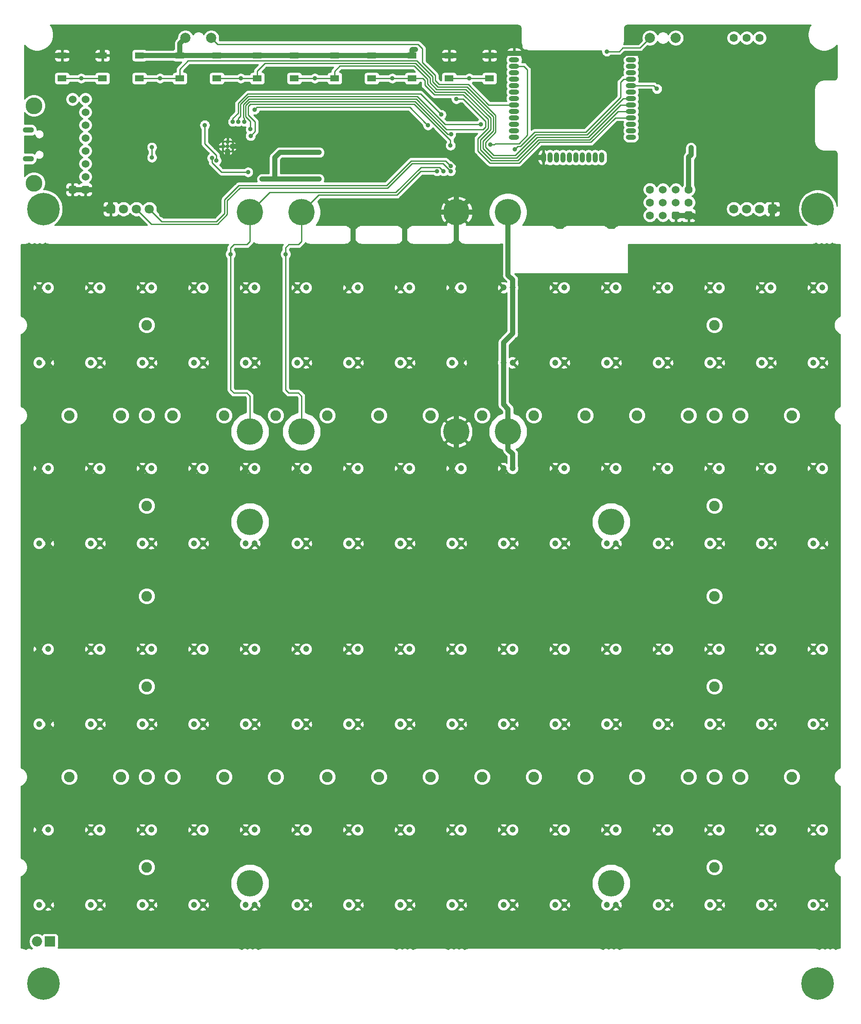
<source format=gbl>
G04 #@! TF.GenerationSoftware,KiCad,Pcbnew,5.0.1-33cea8e~68~ubuntu16.04.1*
G04 #@! TF.CreationDate,2018-10-30T17:20:45+05:30*
G04 #@! TF.ProjectId,ClockIOT,436C6F636B494F542E6B696361645F70,rev 3*
G04 #@! TF.SameCoordinates,Original*
G04 #@! TF.FileFunction,Copper,L2,Bot,Signal*
G04 #@! TF.FilePolarity,Positive*
%FSLAX46Y46*%
G04 Gerber Fmt 4.6, Leading zero omitted, Abs format (unit mm)*
G04 Created by KiCad (PCBNEW 5.0.1-33cea8e~68~ubuntu16.04.1) date Tue Oct 30 17:20:45 2018*
%MOMM*%
%LPD*%
G01*
G04 APERTURE LIST*
G04 #@! TA.AperFunction,ComponentPad*
%ADD10C,1.524000*%
G04 #@! TD*
G04 #@! TA.AperFunction,Conductor*
%ADD11C,0.127000*%
G04 #@! TD*
G04 #@! TA.AperFunction,ComponentPad*
%ADD12C,3.302000*%
G04 #@! TD*
G04 #@! TA.AperFunction,ComponentPad*
%ADD13O,2.200000X1.100000*%
G04 #@! TD*
G04 #@! TA.AperFunction,SMDPad,CuDef*
%ADD14R,1.800000X1.300000*%
G04 #@! TD*
G04 #@! TA.AperFunction,ComponentPad*
%ADD15C,1.200000*%
G04 #@! TD*
G04 #@! TA.AperFunction,ComponentPad*
%ADD16C,5.200000*%
G04 #@! TD*
G04 #@! TA.AperFunction,ComponentPad*
%ADD17C,6.400000*%
G04 #@! TD*
G04 #@! TA.AperFunction,ComponentPad*
%ADD18C,0.800000*%
G04 #@! TD*
G04 #@! TA.AperFunction,ComponentPad*
%ADD19O,2.000000X1.000000*%
G04 #@! TD*
G04 #@! TA.AperFunction,ComponentPad*
%ADD20O,1.000000X2.000000*%
G04 #@! TD*
G04 #@! TA.AperFunction,WasherPad*
%ADD21C,2.082800*%
G04 #@! TD*
G04 #@! TA.AperFunction,ComponentPad*
%ADD22O,2.000000X2.000000*%
G04 #@! TD*
G04 #@! TA.AperFunction,ComponentPad*
%ADD23R,2.000000X2.000000*%
G04 #@! TD*
G04 #@! TA.AperFunction,ComponentPad*
%ADD24C,1.800000*%
G04 #@! TD*
G04 #@! TA.AperFunction,ComponentPad*
%ADD25C,1.600000*%
G04 #@! TD*
G04 #@! TA.AperFunction,ComponentPad*
%ADD26C,2.000000*%
G04 #@! TD*
G04 #@! TA.AperFunction,ViaPad*
%ADD27C,0.900000*%
G04 #@! TD*
G04 #@! TA.AperFunction,Conductor*
%ADD28C,1.016000*%
G04 #@! TD*
G04 #@! TA.AperFunction,Conductor*
%ADD29C,0.254000*%
G04 #@! TD*
G04 #@! TA.AperFunction,Conductor*
%ADD30C,0.250000*%
G04 #@! TD*
G04 APERTURE END LIST*
D10*
G04 #@! TO.P,P3,1*
G04 #@! TO.N,/esp_pwr_uart/VBUS*
X60960000Y-66040000D03*
D11*
G04 #@! TD*
G04 #@! TO.N,GND*
G04 #@! TO.C,P3*
G36*
X61378345Y-83059835D02*
X61415329Y-83065321D01*
X61451598Y-83074406D01*
X61486802Y-83087002D01*
X61520602Y-83102988D01*
X61552672Y-83122210D01*
X61582704Y-83144483D01*
X61610408Y-83169592D01*
X61635517Y-83197296D01*
X61657790Y-83227328D01*
X61677012Y-83259398D01*
X61692998Y-83293198D01*
X61705594Y-83328402D01*
X61714679Y-83364671D01*
X61720165Y-83401655D01*
X61722000Y-83439000D01*
X61722000Y-84201000D01*
X61720165Y-84238345D01*
X61714679Y-84275329D01*
X61705594Y-84311598D01*
X61692998Y-84346802D01*
X61677012Y-84380602D01*
X61657790Y-84412672D01*
X61635517Y-84442704D01*
X61610408Y-84470408D01*
X61582704Y-84495517D01*
X61552672Y-84517790D01*
X61520602Y-84537012D01*
X61486802Y-84552998D01*
X61451598Y-84565594D01*
X61415329Y-84574679D01*
X61378345Y-84580165D01*
X61341000Y-84582000D01*
X60579000Y-84582000D01*
X60541655Y-84580165D01*
X60504671Y-84574679D01*
X60468402Y-84565594D01*
X60433198Y-84552998D01*
X60399398Y-84537012D01*
X60367328Y-84517790D01*
X60337296Y-84495517D01*
X60309592Y-84470408D01*
X60284483Y-84442704D01*
X60262210Y-84412672D01*
X60242988Y-84380602D01*
X60227002Y-84346802D01*
X60214406Y-84311598D01*
X60205321Y-84275329D01*
X60199835Y-84238345D01*
X60198000Y-84201000D01*
X60198000Y-83439000D01*
X60199835Y-83401655D01*
X60205321Y-83364671D01*
X60214406Y-83328402D01*
X60227002Y-83293198D01*
X60242988Y-83259398D01*
X60262210Y-83227328D01*
X60284483Y-83197296D01*
X60309592Y-83169592D01*
X60337296Y-83144483D01*
X60367328Y-83122210D01*
X60399398Y-83102988D01*
X60433198Y-83087002D01*
X60468402Y-83074406D01*
X60504671Y-83065321D01*
X60541655Y-83059835D01*
X60579000Y-83058000D01*
X61341000Y-83058000D01*
X61378345Y-83059835D01*
X61378345Y-83059835D01*
G37*
D10*
G04 #@! TO.P,P3,10*
G04 #@! TO.N,GND*
X60960000Y-83820000D03*
D11*
G04 #@! TD*
G04 #@! TO.N,GND*
G04 #@! TO.C,P3*
G36*
X63918345Y-83059835D02*
X63955329Y-83065321D01*
X63991598Y-83074406D01*
X64026802Y-83087002D01*
X64060602Y-83102988D01*
X64092672Y-83122210D01*
X64122704Y-83144483D01*
X64150408Y-83169592D01*
X64175517Y-83197296D01*
X64197790Y-83227328D01*
X64217012Y-83259398D01*
X64232998Y-83293198D01*
X64245594Y-83328402D01*
X64254679Y-83364671D01*
X64260165Y-83401655D01*
X64262000Y-83439000D01*
X64262000Y-84201000D01*
X64260165Y-84238345D01*
X64254679Y-84275329D01*
X64245594Y-84311598D01*
X64232998Y-84346802D01*
X64217012Y-84380602D01*
X64197790Y-84412672D01*
X64175517Y-84442704D01*
X64150408Y-84470408D01*
X64122704Y-84495517D01*
X64092672Y-84517790D01*
X64060602Y-84537012D01*
X64026802Y-84552998D01*
X63991598Y-84565594D01*
X63955329Y-84574679D01*
X63918345Y-84580165D01*
X63881000Y-84582000D01*
X63119000Y-84582000D01*
X63081655Y-84580165D01*
X63044671Y-84574679D01*
X63008402Y-84565594D01*
X62973198Y-84552998D01*
X62939398Y-84537012D01*
X62907328Y-84517790D01*
X62877296Y-84495517D01*
X62849592Y-84470408D01*
X62824483Y-84442704D01*
X62802210Y-84412672D01*
X62782988Y-84380602D01*
X62767002Y-84346802D01*
X62754406Y-84311598D01*
X62745321Y-84275329D01*
X62739835Y-84238345D01*
X62738000Y-84201000D01*
X62738000Y-83439000D01*
X62739835Y-83401655D01*
X62745321Y-83364671D01*
X62754406Y-83328402D01*
X62767002Y-83293198D01*
X62782988Y-83259398D01*
X62802210Y-83227328D01*
X62824483Y-83197296D01*
X62849592Y-83169592D01*
X62877296Y-83144483D01*
X62907328Y-83122210D01*
X62939398Y-83102988D01*
X62973198Y-83087002D01*
X63008402Y-83074406D01*
X63044671Y-83065321D01*
X63081655Y-83059835D01*
X63119000Y-83058000D01*
X63881000Y-83058000D01*
X63918345Y-83059835D01*
X63918345Y-83059835D01*
G37*
D10*
G04 #@! TO.P,P3,9*
G04 #@! TO.N,GND*
X63500000Y-83820000D03*
G04 #@! TO.P,P3,8*
G04 #@! TO.N,N/C*
X63500000Y-81280000D03*
G04 #@! TO.P,P3,7*
X63500000Y-78740000D03*
G04 #@! TO.P,P3,2*
G04 #@! TO.N,/esp_pwr_uart/VBUS*
X63500000Y-66040000D03*
G04 #@! TO.P,P3,3*
G04 #@! TO.N,/esp_pwr_uart/USB_D-*
X63500000Y-68580000D03*
G04 #@! TO.P,P3,4*
G04 #@! TO.N,/esp_pwr_uart/USB_D+*
X63500000Y-71120000D03*
G04 #@! TO.P,P3,5*
G04 #@! TO.N,N/C*
X63500000Y-73660000D03*
G04 #@! TO.P,P3,6*
X63500000Y-76200000D03*
D12*
G04 #@! TO.P,P3,11*
X53340000Y-82550000D03*
G04 #@! TO.P,P3,12*
X53340000Y-67310000D03*
G04 #@! TD*
D13*
G04 #@! TO.P,P1,6*
G04 #@! TO.N,Net-(L2-Pad2)*
X52250000Y-77765000D03*
X52250000Y-72095000D03*
G04 #@! TD*
D14*
G04 #@! TO.P,S5,2*
G04 #@! TO.N,/SW_D*
X89370000Y-61940000D03*
G04 #@! TO.P,S5,4*
X97320000Y-61940000D03*
G04 #@! TO.P,S5,3*
G04 #@! TO.N,/3V3*
X97320000Y-57440000D03*
G04 #@! TO.P,S5,1*
X89370000Y-57440000D03*
G04 #@! TD*
G04 #@! TO.P,S6,2*
G04 #@! TO.N,/SW_M*
X74130000Y-61940000D03*
G04 #@! TO.P,S6,4*
X82080000Y-61940000D03*
G04 #@! TO.P,S6,3*
G04 #@! TO.N,/3V3*
X82080000Y-57440000D03*
G04 #@! TO.P,S6,1*
X74130000Y-57440000D03*
G04 #@! TD*
G04 #@! TO.P,S4,2*
G04 #@! TO.N,Net-(C21-Pad2)*
X135090000Y-61940000D03*
G04 #@! TO.P,S4,4*
X143040000Y-61940000D03*
G04 #@! TO.P,S4,3*
G04 #@! TO.N,GND*
X143040000Y-57440000D03*
G04 #@! TO.P,S4,1*
X135090000Y-57440000D03*
G04 #@! TD*
G04 #@! TO.P,S2,2*
G04 #@! TO.N,/SW_I*
X104610000Y-61940000D03*
G04 #@! TO.P,S2,4*
X112560000Y-61940000D03*
G04 #@! TO.P,S2,3*
G04 #@! TO.N,/3V3*
X112560000Y-57440000D03*
G04 #@! TO.P,S2,1*
X104610000Y-57440000D03*
G04 #@! TD*
G04 #@! TO.P,S3,2*
G04 #@! TO.N,Net-(C20-Pad1)*
X58890000Y-61940000D03*
G04 #@! TO.P,S3,4*
X66840000Y-61940000D03*
G04 #@! TO.P,S3,3*
G04 #@! TO.N,GND*
X66840000Y-57440000D03*
G04 #@! TO.P,S3,1*
X58890000Y-57440000D03*
G04 #@! TD*
G04 #@! TO.P,S1,2*
G04 #@! TO.N,/SW_E*
X119850000Y-61940000D03*
G04 #@! TO.P,S1,4*
X127800000Y-61940000D03*
G04 #@! TO.P,S1,3*
G04 #@! TO.N,/3V3*
X127800000Y-57440000D03*
G04 #@! TO.P,S1,1*
X119850000Y-57440000D03*
G04 #@! TD*
D15*
G04 #@! TO.P,U123,3*
G04 #@! TO.N,GND*
X106945000Y-224560000D03*
G04 #@! TO.P,U123,4*
G04 #@! TO.N,/5V*
X105145000Y-224560000D03*
G04 #@! TD*
D16*
G04 #@! TO.P,HB54,1*
G04 #@! TO.N,N/C*
X95885000Y-220345000D03*
G04 #@! TD*
G04 #@! TO.P,HB53,1*
G04 #@! TO.N,N/C*
X167005000Y-220345000D03*
G04 #@! TD*
G04 #@! TO.P,HB52,1*
G04 #@! TO.N,N/C*
X167005000Y-149225000D03*
G04 #@! TD*
G04 #@! TO.P,HB51,1*
G04 #@! TO.N,N/C*
X95885000Y-149225000D03*
G04 #@! TD*
D17*
G04 #@! TO.P,HB47,1*
G04 #@! TO.N,N/C*
X55245000Y-87630000D03*
D18*
X57645000Y-87630000D03*
X56942056Y-89327056D03*
X55245000Y-90030000D03*
X53547944Y-89327056D03*
X52845000Y-87630000D03*
X53547944Y-85932944D03*
X55245000Y-85230000D03*
X56942056Y-85932944D03*
G04 #@! TD*
D17*
G04 #@! TO.P,HB48,1*
G04 #@! TO.N,N/C*
X207645000Y-87630000D03*
D18*
X210045000Y-87630000D03*
X209342056Y-89327056D03*
X207645000Y-90030000D03*
X205947944Y-89327056D03*
X205245000Y-87630000D03*
X205947944Y-85932944D03*
X207645000Y-85230000D03*
X209342056Y-85932944D03*
G04 #@! TD*
D17*
G04 #@! TO.P,HB49,1*
G04 #@! TO.N,N/C*
X55245000Y-240030000D03*
D18*
X57645000Y-240030000D03*
X56942056Y-241727056D03*
X55245000Y-242430000D03*
X53547944Y-241727056D03*
X52845000Y-240030000D03*
X53547944Y-238332944D03*
X55245000Y-237630000D03*
X56942056Y-238332944D03*
G04 #@! TD*
D17*
G04 #@! TO.P,HB50,1*
G04 #@! TO.N,N/C*
X207645000Y-240030000D03*
D18*
X210045000Y-240030000D03*
X209342056Y-241727056D03*
X207645000Y-242430000D03*
X205947944Y-241727056D03*
X205245000Y-240030000D03*
X205947944Y-238332944D03*
X207645000Y-237630000D03*
X209342056Y-238332944D03*
G04 #@! TD*
D19*
G04 #@! TO.P,U129,1*
G04 #@! TO.N,GND*
X147885000Y-56980000D03*
G04 #@! TO.P,U129,2*
G04 #@! TO.N,/3V3*
X147885000Y-58250000D03*
G04 #@! TO.P,U129,3*
G04 #@! TO.N,/EN*
X147885000Y-59520000D03*
G04 #@! TO.P,U129,4*
G04 #@! TO.N,/SENSOR_VP*
X147885000Y-60790000D03*
G04 #@! TO.P,U129,5*
G04 #@! TO.N,/SENSOR_VN*
X147885000Y-62060000D03*
G04 #@! TO.P,U129,6*
G04 #@! TO.N,/IO34*
X147885000Y-63330000D03*
G04 #@! TO.P,U129,7*
G04 #@! TO.N,/IO35*
X147885000Y-64600000D03*
G04 #@! TO.P,U129,8*
G04 #@! TO.N,/LDR2*
X147885000Y-65870000D03*
G04 #@! TO.P,U129,9*
G04 #@! TO.N,/LDR1*
X147885000Y-67140000D03*
G04 #@! TO.P,U129,10*
G04 #@! TO.N,/IO25*
X147885000Y-68410000D03*
G04 #@! TO.P,U129,11*
G04 #@! TO.N,/IO26*
X147885000Y-69680000D03*
G04 #@! TO.P,U129,12*
G04 #@! TO.N,/IO27*
X147885000Y-70950000D03*
G04 #@! TO.P,U129,13*
G04 #@! TO.N,/IO14*
X147885000Y-72220000D03*
G04 #@! TO.P,U129,14*
G04 #@! TO.N,/IO12*
X147885000Y-73490000D03*
G04 #@! TO.P,U129,37*
G04 #@! TO.N,/IO23*
X170885000Y-58250000D03*
G04 #@! TO.P,U129,30*
G04 #@! TO.N,/SW_D*
X170885000Y-67140000D03*
G04 #@! TO.P,U129,29*
G04 #@! TO.N,/SW_I*
X170885000Y-68410000D03*
G04 #@! TO.P,U129,35*
G04 #@! TO.N,/TXD0*
X170885000Y-60790000D03*
G04 #@! TO.P,U129,38*
G04 #@! TO.N,GND*
X170885000Y-56980000D03*
G04 #@! TO.P,U129,28*
G04 #@! TO.N,/SW_E*
X170885000Y-69680000D03*
G04 #@! TO.P,U129,33*
G04 #@! TO.N,/SDA*
X170885000Y-63330000D03*
G04 #@! TO.P,U129,25*
G04 #@! TO.N,/IO0*
X170885000Y-73490000D03*
G04 #@! TO.P,U129,26*
G04 #@! TO.N,/DAT_IN*
X170885000Y-72220000D03*
G04 #@! TO.P,U129,31*
G04 #@! TO.N,/SW_M*
X170885000Y-65870000D03*
G04 #@! TO.P,U129,32*
G04 #@! TO.N,/NC*
X170885000Y-64600000D03*
G04 #@! TO.P,U129,34*
G04 #@! TO.N,/RXD0*
X170885000Y-62060000D03*
G04 #@! TO.P,U129,27*
G04 #@! TO.N,/CLK_IN*
X170885000Y-70950000D03*
G04 #@! TO.P,U129,36*
G04 #@! TO.N,/SCL*
X170885000Y-59520000D03*
D20*
G04 #@! TO.P,U129,15*
G04 #@! TO.N,GND*
X153670000Y-77480000D03*
G04 #@! TO.P,U129,16*
G04 #@! TO.N,/IO13*
X154940000Y-77480000D03*
G04 #@! TO.P,U129,17*
G04 #@! TO.N,/SD2*
X156210000Y-77480000D03*
G04 #@! TO.P,U129,18*
G04 #@! TO.N,/SD3*
X157480000Y-77480000D03*
G04 #@! TO.P,U129,19*
G04 #@! TO.N,/CMD*
X158750000Y-77480000D03*
G04 #@! TO.P,U129,21*
G04 #@! TO.N,/SDO*
X161290000Y-77480000D03*
G04 #@! TO.P,U129,22*
G04 #@! TO.N,/SDI*
X162560000Y-77480000D03*
G04 #@! TO.P,U129,23*
G04 #@! TO.N,/IO15*
X163830000Y-77480000D03*
G04 #@! TO.P,U129,24*
G04 #@! TO.N,/IO2*
X165100000Y-77480000D03*
G04 #@! TO.P,U129,20*
G04 #@! TO.N,/CLK*
X160020000Y-77480000D03*
G04 #@! TD*
D21*
G04 #@! TO.P,HB44,*
G04 #@! TO.N,*
X187325000Y-217170000D03*
G04 #@! TD*
G04 #@! TO.P,HB43,*
G04 #@! TO.N,*
X187325000Y-199390000D03*
G04 #@! TD*
G04 #@! TO.P,HB42,*
G04 #@! TO.N,*
X187325000Y-181610000D03*
G04 #@! TD*
G04 #@! TO.P,HB41,*
G04 #@! TO.N,*
X187325000Y-163830000D03*
G04 #@! TD*
G04 #@! TO.P,HB40,*
G04 #@! TO.N,*
X187325000Y-146050000D03*
G04 #@! TD*
G04 #@! TO.P,HB39,*
G04 #@! TO.N,*
X187325000Y-128270000D03*
G04 #@! TD*
G04 #@! TO.P,HB38,*
G04 #@! TO.N,*
X187325000Y-110490000D03*
G04 #@! TD*
G04 #@! TO.P,HB37,*
G04 #@! TO.N,*
X75565000Y-217170000D03*
G04 #@! TD*
G04 #@! TO.P,HB36,*
G04 #@! TO.N,*
X75565000Y-199390000D03*
G04 #@! TD*
G04 #@! TO.P,HB35,*
G04 #@! TO.N,*
X75565000Y-181610000D03*
G04 #@! TD*
G04 #@! TO.P,HB34,*
G04 #@! TO.N,*
X75565000Y-163830000D03*
G04 #@! TD*
G04 #@! TO.P,HB33,*
G04 #@! TO.N,*
X75565000Y-146050000D03*
G04 #@! TD*
G04 #@! TO.P,HB32,*
G04 #@! TO.N,*
X75565000Y-128270000D03*
G04 #@! TD*
G04 #@! TO.P,HB31,*
G04 #@! TO.N,*
X75565000Y-110490000D03*
G04 #@! TD*
G04 #@! TO.P,HB30,*
G04 #@! TO.N,*
X202565000Y-199390000D03*
G04 #@! TD*
G04 #@! TO.P,HB29,*
G04 #@! TO.N,*
X192405000Y-199390000D03*
G04 #@! TD*
G04 #@! TO.P,HB28,*
G04 #@! TO.N,*
X182245000Y-199390000D03*
G04 #@! TD*
G04 #@! TO.P,HB27,*
G04 #@! TO.N,*
X172085000Y-199390000D03*
G04 #@! TD*
G04 #@! TO.P,HB26,*
G04 #@! TO.N,*
X161925000Y-199390000D03*
G04 #@! TD*
G04 #@! TO.P,HB25,*
G04 #@! TO.N,*
X151765000Y-199390000D03*
G04 #@! TD*
G04 #@! TO.P,HB24,*
G04 #@! TO.N,*
X141605000Y-199390000D03*
G04 #@! TD*
G04 #@! TO.P,HB23,*
G04 #@! TO.N,*
X131445000Y-199390000D03*
G04 #@! TD*
G04 #@! TO.P,HB22,*
G04 #@! TO.N,*
X121285000Y-199390000D03*
G04 #@! TD*
G04 #@! TO.P,HB21,*
G04 #@! TO.N,*
X111125000Y-199390000D03*
G04 #@! TD*
G04 #@! TO.P,HB20,*
G04 #@! TO.N,*
X100965000Y-199390000D03*
G04 #@! TD*
G04 #@! TO.P,HB19,*
G04 #@! TO.N,*
X90805000Y-199390000D03*
G04 #@! TD*
G04 #@! TO.P,HB18,*
G04 #@! TO.N,*
X80645000Y-199390000D03*
G04 #@! TD*
G04 #@! TO.P,HB17,*
G04 #@! TO.N,*
X70485000Y-199390000D03*
G04 #@! TD*
G04 #@! TO.P,HB16,*
G04 #@! TO.N,*
X60325000Y-199390000D03*
G04 #@! TD*
G04 #@! TO.P,HB15,*
G04 #@! TO.N,*
X202565000Y-128270000D03*
G04 #@! TD*
G04 #@! TO.P,HB14,*
G04 #@! TO.N,*
X192405000Y-128270000D03*
G04 #@! TD*
G04 #@! TO.P,HB13,*
G04 #@! TO.N,*
X182245000Y-128270000D03*
G04 #@! TD*
G04 #@! TO.P,HB12,*
G04 #@! TO.N,*
X172085000Y-128270000D03*
G04 #@! TD*
G04 #@! TO.P,HB11,*
G04 #@! TO.N,*
X161925000Y-128270000D03*
G04 #@! TD*
G04 #@! TO.P,HB10,*
G04 #@! TO.N,*
X151765000Y-128270000D03*
G04 #@! TD*
G04 #@! TO.P,HB9,*
G04 #@! TO.N,*
X141605000Y-128270000D03*
G04 #@! TD*
G04 #@! TO.P,HB8,*
G04 #@! TO.N,*
X131445000Y-128270000D03*
G04 #@! TD*
G04 #@! TO.P,HB7,*
G04 #@! TO.N,*
X121285000Y-128270000D03*
G04 #@! TD*
G04 #@! TO.P,HB6,*
G04 #@! TO.N,*
X111125000Y-128270000D03*
G04 #@! TD*
G04 #@! TO.P,HB5,*
G04 #@! TO.N,*
X100965000Y-128270000D03*
G04 #@! TD*
G04 #@! TO.P,HB4,*
G04 #@! TO.N,*
X90805000Y-128270000D03*
G04 #@! TD*
G04 #@! TO.P,HB3,*
G04 #@! TO.N,*
X80645000Y-128270000D03*
G04 #@! TD*
G04 #@! TO.P,HB2,*
G04 #@! TO.N,*
X70485000Y-128270000D03*
G04 #@! TD*
G04 #@! TO.P,HB1,*
G04 #@! TO.N,*
X60325000Y-128270000D03*
G04 #@! TD*
D22*
G04 #@! TO.P,P2,2*
G04 #@! TO.N,/CLK_OUT*
X53975000Y-231775000D03*
D23*
G04 #@! TO.P,P2,1*
G04 #@! TO.N,/DAT_OUT*
X56515000Y-231775000D03*
G04 #@! TD*
D24*
G04 #@! TO.P,J25,1*
G04 #@! TO.N,/SCL*
X76073000Y-87630000D03*
G04 #@! TO.P,J25,2*
G04 #@! TO.N,/SDA*
X73533000Y-87630000D03*
G04 #@! TO.P,J25,3*
G04 #@! TO.N,/3V3*
X70993000Y-87630000D03*
D11*
G04 #@! TD*
G04 #@! TO.N,GND*
G04 #@! TO.C,J25*
G36*
X68947108Y-86732167D02*
X68990791Y-86738647D01*
X69033628Y-86749377D01*
X69075208Y-86764254D01*
X69115129Y-86783135D01*
X69153007Y-86805839D01*
X69188477Y-86832145D01*
X69221198Y-86861802D01*
X69250855Y-86894523D01*
X69277161Y-86929993D01*
X69299865Y-86967871D01*
X69318746Y-87007792D01*
X69333623Y-87049372D01*
X69344353Y-87092209D01*
X69350833Y-87135892D01*
X69353000Y-87180000D01*
X69353000Y-88080000D01*
X69350833Y-88124108D01*
X69344353Y-88167791D01*
X69333623Y-88210628D01*
X69318746Y-88252208D01*
X69299865Y-88292129D01*
X69277161Y-88330007D01*
X69250855Y-88365477D01*
X69221198Y-88398198D01*
X69188477Y-88427855D01*
X69153007Y-88454161D01*
X69115129Y-88476865D01*
X69075208Y-88495746D01*
X69033628Y-88510623D01*
X68990791Y-88521353D01*
X68947108Y-88527833D01*
X68903000Y-88530000D01*
X68003000Y-88530000D01*
X67958892Y-88527833D01*
X67915209Y-88521353D01*
X67872372Y-88510623D01*
X67830792Y-88495746D01*
X67790871Y-88476865D01*
X67752993Y-88454161D01*
X67717523Y-88427855D01*
X67684802Y-88398198D01*
X67655145Y-88365477D01*
X67628839Y-88330007D01*
X67606135Y-88292129D01*
X67587254Y-88252208D01*
X67572377Y-88210628D01*
X67561647Y-88167791D01*
X67555167Y-88124108D01*
X67553000Y-88080000D01*
X67553000Y-87180000D01*
X67555167Y-87135892D01*
X67561647Y-87092209D01*
X67572377Y-87049372D01*
X67587254Y-87007792D01*
X67606135Y-86967871D01*
X67628839Y-86929993D01*
X67655145Y-86894523D01*
X67684802Y-86861802D01*
X67717523Y-86832145D01*
X67752993Y-86805839D01*
X67790871Y-86783135D01*
X67830792Y-86764254D01*
X67872372Y-86749377D01*
X67915209Y-86738647D01*
X67958892Y-86732167D01*
X68003000Y-86730000D01*
X68903000Y-86730000D01*
X68947108Y-86732167D01*
X68947108Y-86732167D01*
G37*
D24*
G04 #@! TO.P,J25,4*
G04 #@! TO.N,GND*
X68453000Y-87630000D03*
G04 #@! TD*
G04 #@! TO.P,J24,1*
G04 #@! TO.N,/SCL*
X191135000Y-87630000D03*
G04 #@! TO.P,J24,2*
G04 #@! TO.N,/SDA*
X193675000Y-87630000D03*
G04 #@! TO.P,J24,3*
G04 #@! TO.N,/3V3*
X196215000Y-87630000D03*
D11*
G04 #@! TD*
G04 #@! TO.N,GND*
G04 #@! TO.C,J24*
G36*
X199249108Y-86732167D02*
X199292791Y-86738647D01*
X199335628Y-86749377D01*
X199377208Y-86764254D01*
X199417129Y-86783135D01*
X199455007Y-86805839D01*
X199490477Y-86832145D01*
X199523198Y-86861802D01*
X199552855Y-86894523D01*
X199579161Y-86929993D01*
X199601865Y-86967871D01*
X199620746Y-87007792D01*
X199635623Y-87049372D01*
X199646353Y-87092209D01*
X199652833Y-87135892D01*
X199655000Y-87180000D01*
X199655000Y-88080000D01*
X199652833Y-88124108D01*
X199646353Y-88167791D01*
X199635623Y-88210628D01*
X199620746Y-88252208D01*
X199601865Y-88292129D01*
X199579161Y-88330007D01*
X199552855Y-88365477D01*
X199523198Y-88398198D01*
X199490477Y-88427855D01*
X199455007Y-88454161D01*
X199417129Y-88476865D01*
X199377208Y-88495746D01*
X199335628Y-88510623D01*
X199292791Y-88521353D01*
X199249108Y-88527833D01*
X199205000Y-88530000D01*
X198305000Y-88530000D01*
X198260892Y-88527833D01*
X198217209Y-88521353D01*
X198174372Y-88510623D01*
X198132792Y-88495746D01*
X198092871Y-88476865D01*
X198054993Y-88454161D01*
X198019523Y-88427855D01*
X197986802Y-88398198D01*
X197957145Y-88365477D01*
X197930839Y-88330007D01*
X197908135Y-88292129D01*
X197889254Y-88252208D01*
X197874377Y-88210628D01*
X197863647Y-88167791D01*
X197857167Y-88124108D01*
X197855000Y-88080000D01*
X197855000Y-87180000D01*
X197857167Y-87135892D01*
X197863647Y-87092209D01*
X197874377Y-87049372D01*
X197889254Y-87007792D01*
X197908135Y-86967871D01*
X197930839Y-86929993D01*
X197957145Y-86894523D01*
X197986802Y-86861802D01*
X198019523Y-86832145D01*
X198054993Y-86805839D01*
X198092871Y-86783135D01*
X198132792Y-86764254D01*
X198174372Y-86749377D01*
X198217209Y-86738647D01*
X198260892Y-86732167D01*
X198305000Y-86730000D01*
X199205000Y-86730000D01*
X199249108Y-86732167D01*
X199249108Y-86732167D01*
G37*
D24*
G04 #@! TO.P,J24,4*
G04 #@! TO.N,GND*
X198755000Y-87630000D03*
G04 #@! TD*
D10*
G04 #@! TO.P,J20,5*
G04 #@! TO.N,/RST*
X177165000Y-88900000D03*
D11*
G04 #@! TD*
G04 #@! TO.N,GND*
G04 #@! TO.C,J20*
G36*
X180123345Y-88139835D02*
X180160329Y-88145321D01*
X180196598Y-88154406D01*
X180231802Y-88167002D01*
X180265602Y-88182988D01*
X180297672Y-88202210D01*
X180327704Y-88224483D01*
X180355408Y-88249592D01*
X180380517Y-88277296D01*
X180402790Y-88307328D01*
X180422012Y-88339398D01*
X180437998Y-88373198D01*
X180450594Y-88408402D01*
X180459679Y-88444671D01*
X180465165Y-88481655D01*
X180467000Y-88519000D01*
X180467000Y-89281000D01*
X180465165Y-89318345D01*
X180459679Y-89355329D01*
X180450594Y-89391598D01*
X180437998Y-89426802D01*
X180422012Y-89460602D01*
X180402790Y-89492672D01*
X180380517Y-89522704D01*
X180355408Y-89550408D01*
X180327704Y-89575517D01*
X180297672Y-89597790D01*
X180265602Y-89617012D01*
X180231802Y-89632998D01*
X180196598Y-89645594D01*
X180160329Y-89654679D01*
X180123345Y-89660165D01*
X180086000Y-89662000D01*
X179324000Y-89662000D01*
X179286655Y-89660165D01*
X179249671Y-89654679D01*
X179213402Y-89645594D01*
X179178198Y-89632998D01*
X179144398Y-89617012D01*
X179112328Y-89597790D01*
X179082296Y-89575517D01*
X179054592Y-89550408D01*
X179029483Y-89522704D01*
X179007210Y-89492672D01*
X178987988Y-89460602D01*
X178972002Y-89426802D01*
X178959406Y-89391598D01*
X178950321Y-89355329D01*
X178944835Y-89318345D01*
X178943000Y-89281000D01*
X178943000Y-88519000D01*
X178944835Y-88481655D01*
X178950321Y-88444671D01*
X178959406Y-88408402D01*
X178972002Y-88373198D01*
X178987988Y-88339398D01*
X179007210Y-88307328D01*
X179029483Y-88277296D01*
X179054592Y-88249592D01*
X179082296Y-88224483D01*
X179112328Y-88202210D01*
X179144398Y-88182988D01*
X179178198Y-88167002D01*
X179213402Y-88154406D01*
X179249671Y-88145321D01*
X179286655Y-88139835D01*
X179324000Y-88138000D01*
X180086000Y-88138000D01*
X180123345Y-88139835D01*
X180123345Y-88139835D01*
G37*
D10*
G04 #@! TO.P,J20,6*
G04 #@! TO.N,GND*
X179705000Y-88900000D03*
G04 #@! TO.P,J20,3*
G04 #@! TO.N,/SCK*
X177165000Y-86360000D03*
G04 #@! TO.P,J20,4*
G04 #@! TO.N,/MOSI*
X179705000Y-86360000D03*
G04 #@! TO.P,J20,1*
G04 #@! TO.N,/MISO*
X177165000Y-83820000D03*
G04 #@! TO.P,J20,2*
G04 #@! TO.N,/3V3*
X179705000Y-83820000D03*
G04 #@! TD*
D16*
G04 #@! TO.P,J8,1*
G04 #@! TO.N,GND*
X136525000Y-88265000D03*
G04 #@! TD*
G04 #@! TO.P,J7,1*
G04 #@! TO.N,/5V*
X146685000Y-88265000D03*
G04 #@! TD*
G04 #@! TO.P,J2,1*
G04 #@! TO.N,/DAT_IN*
X106045000Y-88265000D03*
G04 #@! TD*
G04 #@! TO.P,J1,1*
G04 #@! TO.N,/CLK_IN*
X95885000Y-88265000D03*
G04 #@! TD*
G04 #@! TO.P,J9,1*
G04 #@! TO.N,/CLK_IN*
X95885000Y-131445000D03*
G04 #@! TD*
G04 #@! TO.P,J10,1*
G04 #@! TO.N,/DAT_IN*
X106045000Y-131445000D03*
G04 #@! TD*
G04 #@! TO.P,J15,1*
G04 #@! TO.N,/5V*
X146685000Y-131445000D03*
G04 #@! TD*
G04 #@! TO.P,J16,1*
G04 #@! TO.N,GND*
X136525000Y-131445000D03*
G04 #@! TD*
D25*
G04 #@! TO.P,TP1,1*
G04 #@! TO.N,/rtc_ds3231/RESET*
X191135000Y-53975000D03*
G04 #@! TD*
D11*
G04 #@! TO.N,GND*
G04 #@! TO.C,J23*
G36*
X182684207Y-88101926D02*
X182723036Y-88107686D01*
X182761114Y-88117224D01*
X182798073Y-88130448D01*
X182833559Y-88147231D01*
X182867228Y-88167412D01*
X182898757Y-88190796D01*
X182927843Y-88217157D01*
X182954204Y-88246243D01*
X182977588Y-88277772D01*
X182997769Y-88311441D01*
X183014552Y-88346927D01*
X183027776Y-88383886D01*
X183037314Y-88421964D01*
X183043074Y-88460793D01*
X183045000Y-88500000D01*
X183045000Y-89300000D01*
X183043074Y-89339207D01*
X183037314Y-89378036D01*
X183027776Y-89416114D01*
X183014552Y-89453073D01*
X182997769Y-89488559D01*
X182977588Y-89522228D01*
X182954204Y-89553757D01*
X182927843Y-89582843D01*
X182898757Y-89609204D01*
X182867228Y-89632588D01*
X182833559Y-89652769D01*
X182798073Y-89669552D01*
X182761114Y-89682776D01*
X182723036Y-89692314D01*
X182684207Y-89698074D01*
X182645000Y-89700000D01*
X181845000Y-89700000D01*
X181805793Y-89698074D01*
X181766964Y-89692314D01*
X181728886Y-89682776D01*
X181691927Y-89669552D01*
X181656441Y-89652769D01*
X181622772Y-89632588D01*
X181591243Y-89609204D01*
X181562157Y-89582843D01*
X181535796Y-89553757D01*
X181512412Y-89522228D01*
X181492231Y-89488559D01*
X181475448Y-89453073D01*
X181462224Y-89416114D01*
X181452686Y-89378036D01*
X181446926Y-89339207D01*
X181445000Y-89300000D01*
X181445000Y-88500000D01*
X181446926Y-88460793D01*
X181452686Y-88421964D01*
X181462224Y-88383886D01*
X181475448Y-88346927D01*
X181492231Y-88311441D01*
X181512412Y-88277772D01*
X181535796Y-88246243D01*
X181562157Y-88217157D01*
X181591243Y-88190796D01*
X181622772Y-88167412D01*
X181656441Y-88147231D01*
X181691927Y-88130448D01*
X181728886Y-88117224D01*
X181766964Y-88107686D01*
X181805793Y-88101926D01*
X181845000Y-88100000D01*
X182645000Y-88100000D01*
X182684207Y-88101926D01*
X182684207Y-88101926D01*
G37*
D25*
G04 #@! TD*
G04 #@! TO.P,J23,1*
G04 #@! TO.N,GND*
X182245000Y-88900000D03*
G04 #@! TO.P,J22,1*
G04 #@! TO.N,/RST*
X174625000Y-88900000D03*
G04 #@! TD*
G04 #@! TO.P,J21,1*
G04 #@! TO.N,/MOSI*
X182245000Y-86360000D03*
G04 #@! TD*
G04 #@! TO.P,J19,1*
G04 #@! TO.N,/SCK*
X174625000Y-86360000D03*
G04 #@! TD*
G04 #@! TO.P,J18,1*
G04 #@! TO.N,/3V3*
X182245000Y-83820000D03*
G04 #@! TD*
G04 #@! TO.P,J17,1*
G04 #@! TO.N,/MISO*
X174625000Y-83820000D03*
G04 #@! TD*
G04 #@! TO.P,TP3,1*
G04 #@! TO.N,/rtc_ds3231/32kHz*
X196215000Y-53975000D03*
G04 #@! TD*
G04 #@! TO.P,TP2,1*
G04 #@! TO.N,/rtc_ds3231/SQR*
X193675000Y-53975000D03*
G04 #@! TD*
D26*
G04 #@! TO.P,LDR1,2*
G04 #@! TO.N,/LDR1*
X88265000Y-53975000D03*
G04 #@! TO.P,LDR1,1*
G04 #@! TO.N,/3V3*
X83185000Y-53975000D03*
G04 #@! TD*
G04 #@! TO.P,LDR2,2*
G04 #@! TO.N,/LDR2*
X174625000Y-53975000D03*
G04 #@! TO.P,LDR2,1*
G04 #@! TO.N,/3V3*
X179705000Y-53975000D03*
G04 #@! TD*
D15*
G04 #@! TO.P,U127,3*
G04 #@! TO.N,GND*
X66305000Y-224560000D03*
G04 #@! TO.P,U127,4*
G04 #@! TO.N,/5V*
X64505000Y-224560000D03*
G04 #@! TD*
G04 #@! TO.P,U18,3*
G04 #@! TO.N,GND*
X198385000Y-117880000D03*
G04 #@! TO.P,U18,4*
G04 #@! TO.N,/5V*
X196585000Y-117880000D03*
G04 #@! TD*
G04 #@! TO.P,U1,3*
G04 #@! TO.N,GND*
X54345000Y-103100000D03*
G04 #@! TO.P,U1,4*
G04 #@! TO.N,/5V*
X56145000Y-103100000D03*
G04 #@! TD*
G04 #@! TO.P,U3,3*
G04 #@! TO.N,GND*
X74665000Y-103100000D03*
G04 #@! TO.P,U3,4*
G04 #@! TO.N,/5V*
X76465000Y-103100000D03*
G04 #@! TD*
G04 #@! TO.P,U4,3*
G04 #@! TO.N,GND*
X84825000Y-103100000D03*
G04 #@! TO.P,U4,4*
G04 #@! TO.N,/5V*
X86625000Y-103100000D03*
G04 #@! TD*
G04 #@! TO.P,U5,3*
G04 #@! TO.N,GND*
X94985000Y-103100000D03*
G04 #@! TO.P,U5,4*
G04 #@! TO.N,/5V*
X96785000Y-103100000D03*
G04 #@! TD*
G04 #@! TO.P,U6,3*
G04 #@! TO.N,GND*
X105145000Y-103100000D03*
G04 #@! TO.P,U6,4*
G04 #@! TO.N,/5V*
X106945000Y-103100000D03*
G04 #@! TD*
G04 #@! TO.P,U7,3*
G04 #@! TO.N,GND*
X115305000Y-103100000D03*
G04 #@! TO.P,U7,4*
G04 #@! TO.N,/5V*
X117105000Y-103100000D03*
G04 #@! TD*
G04 #@! TO.P,U8,3*
G04 #@! TO.N,GND*
X125465000Y-103100000D03*
G04 #@! TO.P,U8,4*
G04 #@! TO.N,/5V*
X127265000Y-103100000D03*
G04 #@! TD*
G04 #@! TO.P,U9,3*
G04 #@! TO.N,GND*
X135625000Y-103100000D03*
G04 #@! TO.P,U9,4*
G04 #@! TO.N,/5V*
X137425000Y-103100000D03*
G04 #@! TD*
G04 #@! TO.P,U10,3*
G04 #@! TO.N,GND*
X145785000Y-103100000D03*
G04 #@! TO.P,U10,4*
G04 #@! TO.N,/5V*
X147585000Y-103100000D03*
G04 #@! TD*
G04 #@! TO.P,U11,3*
G04 #@! TO.N,GND*
X155945000Y-103100000D03*
G04 #@! TO.P,U11,4*
G04 #@! TO.N,/5V*
X157745000Y-103100000D03*
G04 #@! TD*
G04 #@! TO.P,U12,3*
G04 #@! TO.N,GND*
X166105000Y-103100000D03*
G04 #@! TO.P,U12,4*
G04 #@! TO.N,/5V*
X167905000Y-103100000D03*
G04 #@! TD*
G04 #@! TO.P,U13,3*
G04 #@! TO.N,GND*
X176265000Y-103100000D03*
G04 #@! TO.P,U13,4*
G04 #@! TO.N,/5V*
X178065000Y-103100000D03*
G04 #@! TD*
G04 #@! TO.P,U14,3*
G04 #@! TO.N,GND*
X186425000Y-103100000D03*
G04 #@! TO.P,U14,4*
G04 #@! TO.N,/5V*
X188225000Y-103100000D03*
G04 #@! TD*
G04 #@! TO.P,U15,3*
G04 #@! TO.N,GND*
X196585000Y-103100000D03*
G04 #@! TO.P,U15,4*
G04 #@! TO.N,/5V*
X198385000Y-103100000D03*
G04 #@! TD*
G04 #@! TO.P,U16,3*
G04 #@! TO.N,GND*
X206745000Y-103100000D03*
G04 #@! TO.P,U16,4*
G04 #@! TO.N,/5V*
X208545000Y-103100000D03*
G04 #@! TD*
G04 #@! TO.P,U17,3*
G04 #@! TO.N,GND*
X208545000Y-117880000D03*
G04 #@! TO.P,U17,4*
G04 #@! TO.N,/5V*
X206745000Y-117880000D03*
G04 #@! TD*
G04 #@! TO.P,U19,3*
G04 #@! TO.N,GND*
X188225000Y-117880000D03*
G04 #@! TO.P,U19,4*
G04 #@! TO.N,/5V*
X186425000Y-117880000D03*
G04 #@! TD*
G04 #@! TO.P,U20,3*
G04 #@! TO.N,GND*
X178065000Y-117880000D03*
G04 #@! TO.P,U20,4*
G04 #@! TO.N,/5V*
X176265000Y-117880000D03*
G04 #@! TD*
G04 #@! TO.P,U21,3*
G04 #@! TO.N,GND*
X167905000Y-117880000D03*
G04 #@! TO.P,U21,4*
G04 #@! TO.N,/5V*
X166105000Y-117880000D03*
G04 #@! TD*
G04 #@! TO.P,U22,3*
G04 #@! TO.N,GND*
X157745000Y-117880000D03*
G04 #@! TO.P,U22,4*
G04 #@! TO.N,/5V*
X155945000Y-117880000D03*
G04 #@! TD*
G04 #@! TO.P,U23,3*
G04 #@! TO.N,GND*
X147585000Y-117880000D03*
G04 #@! TO.P,U23,4*
G04 #@! TO.N,/5V*
X145785000Y-117880000D03*
G04 #@! TD*
G04 #@! TO.P,U24,3*
G04 #@! TO.N,GND*
X137425000Y-117880000D03*
G04 #@! TO.P,U24,4*
G04 #@! TO.N,/5V*
X135625000Y-117880000D03*
G04 #@! TD*
G04 #@! TO.P,U25,3*
G04 #@! TO.N,GND*
X127265000Y-117880000D03*
G04 #@! TO.P,U25,4*
G04 #@! TO.N,/5V*
X125465000Y-117880000D03*
G04 #@! TD*
G04 #@! TO.P,U26,3*
G04 #@! TO.N,GND*
X117105000Y-117880000D03*
G04 #@! TO.P,U26,4*
G04 #@! TO.N,/5V*
X115305000Y-117880000D03*
G04 #@! TD*
G04 #@! TO.P,U27,3*
G04 #@! TO.N,GND*
X106945000Y-117880000D03*
G04 #@! TO.P,U27,4*
G04 #@! TO.N,/5V*
X105145000Y-117880000D03*
G04 #@! TD*
G04 #@! TO.P,U28,3*
G04 #@! TO.N,GND*
X96785000Y-117880000D03*
G04 #@! TO.P,U28,4*
G04 #@! TO.N,/5V*
X94985000Y-117880000D03*
G04 #@! TD*
G04 #@! TO.P,U29,3*
G04 #@! TO.N,GND*
X86625000Y-117880000D03*
G04 #@! TO.P,U29,4*
G04 #@! TO.N,/5V*
X84825000Y-117880000D03*
G04 #@! TD*
G04 #@! TO.P,U30,3*
G04 #@! TO.N,GND*
X76465000Y-117880000D03*
G04 #@! TO.P,U30,4*
G04 #@! TO.N,/5V*
X74665000Y-117880000D03*
G04 #@! TD*
G04 #@! TO.P,U31,3*
G04 #@! TO.N,GND*
X66305000Y-117880000D03*
G04 #@! TO.P,U31,4*
G04 #@! TO.N,/5V*
X64505000Y-117880000D03*
G04 #@! TD*
G04 #@! TO.P,U32,3*
G04 #@! TO.N,GND*
X56145000Y-117880000D03*
G04 #@! TO.P,U32,4*
G04 #@! TO.N,/5V*
X54345000Y-117880000D03*
G04 #@! TD*
G04 #@! TO.P,U33,3*
G04 #@! TO.N,GND*
X54345000Y-138660000D03*
G04 #@! TO.P,U33,4*
G04 #@! TO.N,/5V*
X56145000Y-138660000D03*
G04 #@! TD*
G04 #@! TO.P,U34,3*
G04 #@! TO.N,GND*
X64505000Y-138660000D03*
G04 #@! TO.P,U34,4*
G04 #@! TO.N,/5V*
X66305000Y-138660000D03*
G04 #@! TD*
G04 #@! TO.P,U35,3*
G04 #@! TO.N,GND*
X74665000Y-138660000D03*
G04 #@! TO.P,U35,4*
G04 #@! TO.N,/5V*
X76465000Y-138660000D03*
G04 #@! TD*
G04 #@! TO.P,U36,3*
G04 #@! TO.N,GND*
X84825000Y-138660000D03*
G04 #@! TO.P,U36,4*
G04 #@! TO.N,/5V*
X86625000Y-138660000D03*
G04 #@! TD*
G04 #@! TO.P,U37,3*
G04 #@! TO.N,GND*
X94985000Y-138660000D03*
G04 #@! TO.P,U37,4*
G04 #@! TO.N,/5V*
X96785000Y-138660000D03*
G04 #@! TD*
G04 #@! TO.P,U38,3*
G04 #@! TO.N,GND*
X105145000Y-138660000D03*
G04 #@! TO.P,U38,4*
G04 #@! TO.N,/5V*
X106945000Y-138660000D03*
G04 #@! TD*
G04 #@! TO.P,U39,3*
G04 #@! TO.N,GND*
X115305000Y-138660000D03*
G04 #@! TO.P,U39,4*
G04 #@! TO.N,/5V*
X117105000Y-138660000D03*
G04 #@! TD*
G04 #@! TO.P,U40,3*
G04 #@! TO.N,GND*
X125465000Y-138660000D03*
G04 #@! TO.P,U40,4*
G04 #@! TO.N,/5V*
X127265000Y-138660000D03*
G04 #@! TD*
G04 #@! TO.P,U41,3*
G04 #@! TO.N,GND*
X135625000Y-138660000D03*
G04 #@! TO.P,U41,4*
G04 #@! TO.N,/5V*
X137425000Y-138660000D03*
G04 #@! TD*
G04 #@! TO.P,U42,3*
G04 #@! TO.N,GND*
X145785000Y-138660000D03*
G04 #@! TO.P,U42,4*
G04 #@! TO.N,/5V*
X147585000Y-138660000D03*
G04 #@! TD*
G04 #@! TO.P,U43,3*
G04 #@! TO.N,GND*
X155945000Y-138660000D03*
G04 #@! TO.P,U43,4*
G04 #@! TO.N,/5V*
X157745000Y-138660000D03*
G04 #@! TD*
G04 #@! TO.P,U44,3*
G04 #@! TO.N,GND*
X166105000Y-138660000D03*
G04 #@! TO.P,U44,4*
G04 #@! TO.N,/5V*
X167905000Y-138660000D03*
G04 #@! TD*
G04 #@! TO.P,U45,3*
G04 #@! TO.N,GND*
X176265000Y-138660000D03*
G04 #@! TO.P,U45,4*
G04 #@! TO.N,/5V*
X178065000Y-138660000D03*
G04 #@! TD*
G04 #@! TO.P,U46,3*
G04 #@! TO.N,GND*
X186425000Y-138660000D03*
G04 #@! TO.P,U46,4*
G04 #@! TO.N,/5V*
X188225000Y-138660000D03*
G04 #@! TD*
G04 #@! TO.P,U47,3*
G04 #@! TO.N,GND*
X196585000Y-138660000D03*
G04 #@! TO.P,U47,4*
G04 #@! TO.N,/5V*
X198385000Y-138660000D03*
G04 #@! TD*
G04 #@! TO.P,U48,3*
G04 #@! TO.N,GND*
X206745000Y-138660000D03*
G04 #@! TO.P,U48,4*
G04 #@! TO.N,/5V*
X208545000Y-138660000D03*
G04 #@! TD*
G04 #@! TO.P,U49,3*
G04 #@! TO.N,GND*
X208545000Y-153440000D03*
G04 #@! TO.P,U49,4*
G04 #@! TO.N,/5V*
X206745000Y-153440000D03*
G04 #@! TD*
G04 #@! TO.P,U50,3*
G04 #@! TO.N,GND*
X198385000Y-153440000D03*
G04 #@! TO.P,U50,4*
G04 #@! TO.N,/5V*
X196585000Y-153440000D03*
G04 #@! TD*
G04 #@! TO.P,U51,3*
G04 #@! TO.N,GND*
X188225000Y-153440000D03*
G04 #@! TO.P,U51,4*
G04 #@! TO.N,/5V*
X186425000Y-153440000D03*
G04 #@! TD*
G04 #@! TO.P,U52,3*
G04 #@! TO.N,GND*
X178065000Y-153440000D03*
G04 #@! TO.P,U52,4*
G04 #@! TO.N,/5V*
X176265000Y-153440000D03*
G04 #@! TD*
G04 #@! TO.P,U53,3*
G04 #@! TO.N,GND*
X167905000Y-153440000D03*
G04 #@! TO.P,U53,4*
G04 #@! TO.N,/5V*
X166105000Y-153440000D03*
G04 #@! TD*
G04 #@! TO.P,U54,3*
G04 #@! TO.N,GND*
X157745000Y-153440000D03*
G04 #@! TO.P,U54,4*
G04 #@! TO.N,/5V*
X155945000Y-153440000D03*
G04 #@! TD*
G04 #@! TO.P,U55,3*
G04 #@! TO.N,GND*
X147585000Y-153440000D03*
G04 #@! TO.P,U55,4*
G04 #@! TO.N,/5V*
X145785000Y-153440000D03*
G04 #@! TD*
G04 #@! TO.P,U56,3*
G04 #@! TO.N,GND*
X137425000Y-153440000D03*
G04 #@! TO.P,U56,4*
G04 #@! TO.N,/5V*
X135625000Y-153440000D03*
G04 #@! TD*
G04 #@! TO.P,U57,3*
G04 #@! TO.N,GND*
X127265000Y-153440000D03*
G04 #@! TO.P,U57,4*
G04 #@! TO.N,/5V*
X125465000Y-153440000D03*
G04 #@! TD*
G04 #@! TO.P,U58,3*
G04 #@! TO.N,GND*
X117105000Y-153440000D03*
G04 #@! TO.P,U58,4*
G04 #@! TO.N,/5V*
X115305000Y-153440000D03*
G04 #@! TD*
G04 #@! TO.P,U59,3*
G04 #@! TO.N,GND*
X106945000Y-153440000D03*
G04 #@! TO.P,U59,4*
G04 #@! TO.N,/5V*
X105145000Y-153440000D03*
G04 #@! TD*
G04 #@! TO.P,U60,3*
G04 #@! TO.N,GND*
X96785000Y-153440000D03*
G04 #@! TO.P,U60,4*
G04 #@! TO.N,/5V*
X94985000Y-153440000D03*
G04 #@! TD*
G04 #@! TO.P,U61,3*
G04 #@! TO.N,GND*
X86625000Y-153440000D03*
G04 #@! TO.P,U61,4*
G04 #@! TO.N,/5V*
X84825000Y-153440000D03*
G04 #@! TD*
G04 #@! TO.P,U62,3*
G04 #@! TO.N,GND*
X76465000Y-153440000D03*
G04 #@! TO.P,U62,4*
G04 #@! TO.N,/5V*
X74665000Y-153440000D03*
G04 #@! TD*
G04 #@! TO.P,U63,3*
G04 #@! TO.N,GND*
X66305000Y-153440000D03*
G04 #@! TO.P,U63,4*
G04 #@! TO.N,/5V*
X64505000Y-153440000D03*
G04 #@! TD*
G04 #@! TO.P,U64,3*
G04 #@! TO.N,GND*
X56145000Y-153440000D03*
G04 #@! TO.P,U64,4*
G04 #@! TO.N,/5V*
X54345000Y-153440000D03*
G04 #@! TD*
G04 #@! TO.P,U65,3*
G04 #@! TO.N,GND*
X54345000Y-174220000D03*
G04 #@! TO.P,U65,4*
G04 #@! TO.N,/5V*
X56145000Y-174220000D03*
G04 #@! TD*
G04 #@! TO.P,U66,3*
G04 #@! TO.N,GND*
X64505000Y-174220000D03*
G04 #@! TO.P,U66,4*
G04 #@! TO.N,/5V*
X66305000Y-174220000D03*
G04 #@! TD*
G04 #@! TO.P,U67,3*
G04 #@! TO.N,GND*
X74665000Y-174220000D03*
G04 #@! TO.P,U67,4*
G04 #@! TO.N,/5V*
X76465000Y-174220000D03*
G04 #@! TD*
G04 #@! TO.P,U68,3*
G04 #@! TO.N,GND*
X84825000Y-174220000D03*
G04 #@! TO.P,U68,4*
G04 #@! TO.N,/5V*
X86625000Y-174220000D03*
G04 #@! TD*
G04 #@! TO.P,U69,3*
G04 #@! TO.N,GND*
X94985000Y-174220000D03*
G04 #@! TO.P,U69,4*
G04 #@! TO.N,/5V*
X96785000Y-174220000D03*
G04 #@! TD*
G04 #@! TO.P,U70,3*
G04 #@! TO.N,GND*
X105145000Y-174220000D03*
G04 #@! TO.P,U70,4*
G04 #@! TO.N,/5V*
X106945000Y-174220000D03*
G04 #@! TD*
G04 #@! TO.P,U71,3*
G04 #@! TO.N,GND*
X115305000Y-174220000D03*
G04 #@! TO.P,U71,4*
G04 #@! TO.N,/5V*
X117105000Y-174220000D03*
G04 #@! TD*
G04 #@! TO.P,U72,3*
G04 #@! TO.N,GND*
X125465000Y-174220000D03*
G04 #@! TO.P,U72,4*
G04 #@! TO.N,/5V*
X127265000Y-174220000D03*
G04 #@! TD*
G04 #@! TO.P,U73,3*
G04 #@! TO.N,GND*
X135625000Y-174220000D03*
G04 #@! TO.P,U73,4*
G04 #@! TO.N,/5V*
X137425000Y-174220000D03*
G04 #@! TD*
G04 #@! TO.P,U74,3*
G04 #@! TO.N,GND*
X145785000Y-174220000D03*
G04 #@! TO.P,U74,4*
G04 #@! TO.N,/5V*
X147585000Y-174220000D03*
G04 #@! TD*
G04 #@! TO.P,U75,3*
G04 #@! TO.N,GND*
X155945000Y-174220000D03*
G04 #@! TO.P,U75,4*
G04 #@! TO.N,/5V*
X157745000Y-174220000D03*
G04 #@! TD*
G04 #@! TO.P,U76,3*
G04 #@! TO.N,GND*
X166105000Y-174220000D03*
G04 #@! TO.P,U76,4*
G04 #@! TO.N,/5V*
X167905000Y-174220000D03*
G04 #@! TD*
G04 #@! TO.P,U77,3*
G04 #@! TO.N,GND*
X176265000Y-174220000D03*
G04 #@! TO.P,U77,4*
G04 #@! TO.N,/5V*
X178065000Y-174220000D03*
G04 #@! TD*
G04 #@! TO.P,U78,3*
G04 #@! TO.N,GND*
X186425000Y-174220000D03*
G04 #@! TO.P,U78,4*
G04 #@! TO.N,/5V*
X188225000Y-174220000D03*
G04 #@! TD*
G04 #@! TO.P,U79,3*
G04 #@! TO.N,GND*
X196585000Y-174220000D03*
G04 #@! TO.P,U79,4*
G04 #@! TO.N,/5V*
X198385000Y-174220000D03*
G04 #@! TD*
G04 #@! TO.P,U80,3*
G04 #@! TO.N,GND*
X206745000Y-174220000D03*
G04 #@! TO.P,U80,4*
G04 #@! TO.N,/5V*
X208545000Y-174220000D03*
G04 #@! TD*
G04 #@! TO.P,U81,3*
G04 #@! TO.N,GND*
X208545000Y-189000000D03*
G04 #@! TO.P,U81,4*
G04 #@! TO.N,/5V*
X206745000Y-189000000D03*
G04 #@! TD*
G04 #@! TO.P,U82,3*
G04 #@! TO.N,GND*
X198385000Y-189000000D03*
G04 #@! TO.P,U82,4*
G04 #@! TO.N,/5V*
X196585000Y-189000000D03*
G04 #@! TD*
G04 #@! TO.P,U83,3*
G04 #@! TO.N,GND*
X188225000Y-189000000D03*
G04 #@! TO.P,U83,4*
G04 #@! TO.N,/5V*
X186425000Y-189000000D03*
G04 #@! TD*
G04 #@! TO.P,U84,3*
G04 #@! TO.N,GND*
X178065000Y-189000000D03*
G04 #@! TO.P,U84,4*
G04 #@! TO.N,/5V*
X176265000Y-189000000D03*
G04 #@! TD*
G04 #@! TO.P,U85,3*
G04 #@! TO.N,GND*
X167905000Y-189000000D03*
G04 #@! TO.P,U85,4*
G04 #@! TO.N,/5V*
X166105000Y-189000000D03*
G04 #@! TD*
G04 #@! TO.P,U86,3*
G04 #@! TO.N,GND*
X157745000Y-189000000D03*
G04 #@! TO.P,U86,4*
G04 #@! TO.N,/5V*
X155945000Y-189000000D03*
G04 #@! TD*
G04 #@! TO.P,U87,3*
G04 #@! TO.N,GND*
X147585000Y-189000000D03*
G04 #@! TO.P,U87,4*
G04 #@! TO.N,/5V*
X145785000Y-189000000D03*
G04 #@! TD*
G04 #@! TO.P,U88,3*
G04 #@! TO.N,GND*
X137425000Y-189000000D03*
G04 #@! TO.P,U88,4*
G04 #@! TO.N,/5V*
X135625000Y-189000000D03*
G04 #@! TD*
G04 #@! TO.P,U89,3*
G04 #@! TO.N,GND*
X127265000Y-189000000D03*
G04 #@! TO.P,U89,4*
G04 #@! TO.N,/5V*
X125465000Y-189000000D03*
G04 #@! TD*
G04 #@! TO.P,U90,3*
G04 #@! TO.N,GND*
X117105000Y-189000000D03*
G04 #@! TO.P,U90,4*
G04 #@! TO.N,/5V*
X115305000Y-189000000D03*
G04 #@! TD*
G04 #@! TO.P,U91,3*
G04 #@! TO.N,GND*
X106945000Y-189000000D03*
G04 #@! TO.P,U91,4*
G04 #@! TO.N,/5V*
X105145000Y-189000000D03*
G04 #@! TD*
G04 #@! TO.P,U92,3*
G04 #@! TO.N,GND*
X96785000Y-189000000D03*
G04 #@! TO.P,U92,4*
G04 #@! TO.N,/5V*
X94985000Y-189000000D03*
G04 #@! TD*
G04 #@! TO.P,U93,3*
G04 #@! TO.N,GND*
X86625000Y-189000000D03*
G04 #@! TO.P,U93,4*
G04 #@! TO.N,/5V*
X84825000Y-189000000D03*
G04 #@! TD*
G04 #@! TO.P,U94,3*
G04 #@! TO.N,GND*
X76465000Y-189000000D03*
G04 #@! TO.P,U94,4*
G04 #@! TO.N,/5V*
X74665000Y-189000000D03*
G04 #@! TD*
G04 #@! TO.P,U95,3*
G04 #@! TO.N,GND*
X66305000Y-189000000D03*
G04 #@! TO.P,U95,4*
G04 #@! TO.N,/5V*
X64505000Y-189000000D03*
G04 #@! TD*
G04 #@! TO.P,U96,3*
G04 #@! TO.N,GND*
X56145000Y-189000000D03*
G04 #@! TO.P,U96,4*
G04 #@! TO.N,/5V*
X54345000Y-189000000D03*
G04 #@! TD*
G04 #@! TO.P,U97,3*
G04 #@! TO.N,GND*
X54345000Y-209780000D03*
G04 #@! TO.P,U97,4*
G04 #@! TO.N,/5V*
X56145000Y-209780000D03*
G04 #@! TD*
G04 #@! TO.P,U98,3*
G04 #@! TO.N,GND*
X64505000Y-209780000D03*
G04 #@! TO.P,U98,4*
G04 #@! TO.N,/5V*
X66305000Y-209780000D03*
G04 #@! TD*
G04 #@! TO.P,U99,3*
G04 #@! TO.N,GND*
X74665000Y-209780000D03*
G04 #@! TO.P,U99,4*
G04 #@! TO.N,/5V*
X76465000Y-209780000D03*
G04 #@! TD*
G04 #@! TO.P,U100,3*
G04 #@! TO.N,GND*
X84825000Y-209780000D03*
G04 #@! TO.P,U100,4*
G04 #@! TO.N,/5V*
X86625000Y-209780000D03*
G04 #@! TD*
G04 #@! TO.P,U101,3*
G04 #@! TO.N,GND*
X94985000Y-209780000D03*
G04 #@! TO.P,U101,4*
G04 #@! TO.N,/5V*
X96785000Y-209780000D03*
G04 #@! TD*
G04 #@! TO.P,U102,3*
G04 #@! TO.N,GND*
X105145000Y-209780000D03*
G04 #@! TO.P,U102,4*
G04 #@! TO.N,/5V*
X106945000Y-209780000D03*
G04 #@! TD*
G04 #@! TO.P,U103,3*
G04 #@! TO.N,GND*
X115305000Y-209780000D03*
G04 #@! TO.P,U103,4*
G04 #@! TO.N,/5V*
X117105000Y-209780000D03*
G04 #@! TD*
G04 #@! TO.P,U104,3*
G04 #@! TO.N,GND*
X125465000Y-209780000D03*
G04 #@! TO.P,U104,4*
G04 #@! TO.N,/5V*
X127265000Y-209780000D03*
G04 #@! TD*
G04 #@! TO.P,U105,3*
G04 #@! TO.N,GND*
X135625000Y-209780000D03*
G04 #@! TO.P,U105,4*
G04 #@! TO.N,/5V*
X137425000Y-209780000D03*
G04 #@! TD*
G04 #@! TO.P,U106,3*
G04 #@! TO.N,GND*
X145785000Y-209780000D03*
G04 #@! TO.P,U106,4*
G04 #@! TO.N,/5V*
X147585000Y-209780000D03*
G04 #@! TD*
G04 #@! TO.P,U107,3*
G04 #@! TO.N,GND*
X155945000Y-209780000D03*
G04 #@! TO.P,U107,4*
G04 #@! TO.N,/5V*
X157745000Y-209780000D03*
G04 #@! TD*
G04 #@! TO.P,U108,3*
G04 #@! TO.N,GND*
X166105000Y-209780000D03*
G04 #@! TO.P,U108,4*
G04 #@! TO.N,/5V*
X167905000Y-209780000D03*
G04 #@! TD*
G04 #@! TO.P,U109,3*
G04 #@! TO.N,GND*
X176265000Y-209780000D03*
G04 #@! TO.P,U109,4*
G04 #@! TO.N,/5V*
X178065000Y-209780000D03*
G04 #@! TD*
G04 #@! TO.P,U110,3*
G04 #@! TO.N,GND*
X186425000Y-209780000D03*
G04 #@! TO.P,U110,4*
G04 #@! TO.N,/5V*
X188225000Y-209780000D03*
G04 #@! TD*
G04 #@! TO.P,U111,3*
G04 #@! TO.N,GND*
X196585000Y-209780000D03*
G04 #@! TO.P,U111,4*
G04 #@! TO.N,/5V*
X198385000Y-209780000D03*
G04 #@! TD*
G04 #@! TO.P,U112,3*
G04 #@! TO.N,GND*
X206745000Y-209780000D03*
G04 #@! TO.P,U112,4*
G04 #@! TO.N,/5V*
X208545000Y-209780000D03*
G04 #@! TD*
G04 #@! TO.P,U113,3*
G04 #@! TO.N,GND*
X208545000Y-224560000D03*
G04 #@! TO.P,U113,4*
G04 #@! TO.N,/5V*
X206745000Y-224560000D03*
G04 #@! TD*
G04 #@! TO.P,U114,3*
G04 #@! TO.N,GND*
X198385000Y-224560000D03*
G04 #@! TO.P,U114,4*
G04 #@! TO.N,/5V*
X196585000Y-224560000D03*
G04 #@! TD*
G04 #@! TO.P,U115,3*
G04 #@! TO.N,GND*
X188225000Y-224560000D03*
G04 #@! TO.P,U115,4*
G04 #@! TO.N,/5V*
X186425000Y-224560000D03*
G04 #@! TD*
G04 #@! TO.P,U116,3*
G04 #@! TO.N,GND*
X178065000Y-224560000D03*
G04 #@! TO.P,U116,4*
G04 #@! TO.N,/5V*
X176265000Y-224560000D03*
G04 #@! TD*
G04 #@! TO.P,U117,3*
G04 #@! TO.N,GND*
X167905000Y-224560000D03*
G04 #@! TO.P,U117,4*
G04 #@! TO.N,/5V*
X166105000Y-224560000D03*
G04 #@! TD*
G04 #@! TO.P,U118,3*
G04 #@! TO.N,GND*
X157745000Y-224560000D03*
G04 #@! TO.P,U118,4*
G04 #@! TO.N,/5V*
X155945000Y-224560000D03*
G04 #@! TD*
G04 #@! TO.P,U119,3*
G04 #@! TO.N,GND*
X147585000Y-224560000D03*
G04 #@! TO.P,U119,4*
G04 #@! TO.N,/5V*
X145785000Y-224560000D03*
G04 #@! TD*
G04 #@! TO.P,U120,3*
G04 #@! TO.N,GND*
X137425000Y-224560000D03*
G04 #@! TO.P,U120,4*
G04 #@! TO.N,/5V*
X135625000Y-224560000D03*
G04 #@! TD*
G04 #@! TO.P,U121,3*
G04 #@! TO.N,GND*
X127265000Y-224560000D03*
G04 #@! TO.P,U121,4*
G04 #@! TO.N,/5V*
X125465000Y-224560000D03*
G04 #@! TD*
G04 #@! TO.P,U122,3*
G04 #@! TO.N,GND*
X117105000Y-224560000D03*
G04 #@! TO.P,U122,4*
G04 #@! TO.N,/5V*
X115305000Y-224560000D03*
G04 #@! TD*
G04 #@! TO.P,U124,3*
G04 #@! TO.N,GND*
X96785000Y-224560000D03*
G04 #@! TO.P,U124,4*
G04 #@! TO.N,/5V*
X94985000Y-224560000D03*
G04 #@! TD*
G04 #@! TO.P,U125,3*
G04 #@! TO.N,GND*
X86625000Y-224560000D03*
G04 #@! TO.P,U125,4*
G04 #@! TO.N,/5V*
X84825000Y-224560000D03*
G04 #@! TD*
G04 #@! TO.P,U126,3*
G04 #@! TO.N,GND*
X76465000Y-224560000D03*
G04 #@! TO.P,U126,4*
G04 #@! TO.N,/5V*
X74665000Y-224560000D03*
G04 #@! TD*
G04 #@! TO.P,U128,3*
G04 #@! TO.N,GND*
X56145000Y-224560000D03*
G04 #@! TO.P,U128,4*
G04 #@! TO.N,/5V*
X54345000Y-224560000D03*
G04 #@! TD*
G04 #@! TO.P,U2,3*
G04 #@! TO.N,GND*
X64505000Y-103100000D03*
G04 #@! TO.P,U2,4*
G04 #@! TO.N,/5V*
X66305000Y-103100000D03*
G04 #@! TD*
D18*
G04 #@! TO.P,U132,29*
G04 #@! TO.N,GND*
X91500000Y-74439474D03*
X92398026Y-75337500D03*
X91500000Y-76235526D03*
X90601974Y-75337500D03*
X91500000Y-75337500D03*
G04 #@! TD*
D27*
G04 #@! TO.N,GND*
X117000000Y-70510000D03*
X120750000Y-70866000D03*
X116500000Y-68750000D03*
X115250000Y-68750000D03*
X131500000Y-54250000D03*
X206500000Y-75690000D03*
X158690000Y-61820000D03*
X156140000Y-64380000D03*
X158680000Y-66930000D03*
X161230000Y-64380000D03*
X131450000Y-75880000D03*
X124750000Y-70870000D03*
X99500000Y-69550000D03*
X102420000Y-70940000D03*
X104500000Y-68860000D03*
X106570000Y-70940000D03*
X140000000Y-58250000D03*
X102260002Y-63810000D03*
X206499998Y-62750000D03*
X132750000Y-53749994D03*
X132750000Y-55500000D03*
X122680000Y-68790000D03*
X87524000Y-87250000D03*
X83524000Y-87250000D03*
X82524000Y-87250000D03*
X78524000Y-87250000D03*
X87524000Y-88750000D03*
X83524000Y-88750000D03*
X82524000Y-88750000D03*
X78524000Y-88750000D03*
X178510000Y-67950000D03*
X178510002Y-69210000D03*
X178500000Y-70480000D03*
X178510002Y-73010000D03*
X178500000Y-71730000D03*
X184690000Y-67950002D03*
X184700000Y-69210000D03*
X184700000Y-70490000D03*
X184700000Y-71749998D03*
X90551000Y-82423000D03*
X76200000Y-83439000D03*
X66040000Y-83439000D03*
X52705000Y-63246000D03*
X60325000Y-76454000D03*
X60325000Y-77470000D03*
X61341000Y-77470000D03*
X61341000Y-76454000D03*
X87218400Y-63810000D03*
X71932800Y-63804800D03*
X72034400Y-72364600D03*
X86969600Y-69088000D03*
X185700000Y-79500000D03*
X137500000Y-55500000D03*
X137500000Y-53500000D03*
X117600000Y-63800000D03*
X94234000Y-53975000D03*
G04 #@! TO.N,/DAT_IN*
X102870000Y-96520000D03*
X132700000Y-80200000D03*
G04 #@! TO.N,/CLK_IN*
X92075000Y-96520000D03*
X134000000Y-80200000D03*
G04 #@! TO.N,/LDR2*
X166130000Y-56640000D03*
G04 #@! TO.N,/3V3*
X182710000Y-75570000D03*
X128500000Y-56250000D03*
X109500000Y-81750000D03*
X108000000Y-81750000D03*
X109500000Y-76500000D03*
X108000000Y-76500000D03*
X98250000Y-81750000D03*
X99500000Y-81750000D03*
X100750000Y-81750000D03*
G04 #@! TO.N,/EN*
X143180000Y-74930000D03*
X96774000Y-68072000D03*
X130900000Y-71150000D03*
G04 #@! TO.N,Net-(C20-Pad1)*
X62650000Y-61940000D03*
G04 #@! TO.N,/esp_pwr_uart/USB_D+*
X76580000Y-75500000D03*
X76579998Y-77500000D03*
G04 #@! TO.N,/SCL*
X135426829Y-79198747D03*
G04 #@! TO.N,/SDA*
X176000000Y-64000000D03*
X135400000Y-80200000D03*
G04 #@! TO.N,/DTR*
X92510000Y-70460000D03*
X133550000Y-69080000D03*
G04 #@! TO.N,/esp_pwr_uart/RTS*
X95990000Y-71950000D03*
X135450000Y-72950000D03*
G04 #@! TO.N,/SW_E*
X123910000Y-61940000D03*
G04 #@! TO.N,/SW_I*
X108660000Y-61940000D03*
G04 #@! TO.N,/esp_pwr_uart/CTS*
X135360000Y-75150000D03*
X96000000Y-73250000D03*
G04 #@! TO.N,/esp_pwr_uart/RXD*
X94780000Y-70460000D03*
X136500000Y-66000000D03*
G04 #@! TO.N,/RXD0*
X148000000Y-75920000D03*
G04 #@! TO.N,/SW_D*
X94060000Y-61940000D03*
G04 #@! TO.N,/SW_M*
X78180000Y-61940000D03*
G04 #@! TO.N,Net-(C21-Pad2)*
X139040000Y-61940000D03*
G04 #@! TO.N,Net-(R22-Pad1)*
X93590000Y-70450000D03*
X141300000Y-71000000D03*
G04 #@! TO.N,/esp_pwr_uart/ACTIVE*
X89281000Y-78105000D03*
X86969600Y-71120000D03*
G04 #@! TO.N,/esp_pwr_uart/RSTb*
X88392000Y-77597000D03*
X95504000Y-80391000D03*
G04 #@! TD*
D28*
G04 #@! TO.N,GND*
X155575000Y-142240000D02*
X166370000Y-142240000D01*
X114935000Y-142240000D02*
X125730000Y-142240000D01*
X170815000Y-56980000D02*
X170885000Y-56980000D01*
X136525000Y-96520000D02*
X136525000Y-91816267D01*
X136525000Y-91816267D02*
X136525000Y-93603732D01*
X136525000Y-88265000D02*
X136525000Y-91816267D01*
X56145000Y-222885000D02*
X56145000Y-224560000D01*
X56145000Y-116470000D02*
X56145000Y-117880000D01*
X55245000Y-136525000D02*
X54345000Y-137425000D01*
X55245000Y-120015000D02*
X55245000Y-136525000D01*
X56145000Y-119115000D02*
X55245000Y-120015000D01*
X56145000Y-117880000D02*
X56145000Y-119115000D01*
X54345000Y-137425000D02*
X54345000Y-138660000D01*
X55245000Y-172085000D02*
X54345000Y-172985000D01*
X55245000Y-155575000D02*
X55245000Y-172085000D01*
X56145000Y-154675000D02*
X55245000Y-155575000D01*
X56145000Y-153440000D02*
X56145000Y-154675000D01*
X54345000Y-172985000D02*
X54345000Y-174220000D01*
X55245000Y-207645000D02*
X54345000Y-208545000D01*
X55245000Y-191135000D02*
X55245000Y-207645000D01*
X54345000Y-208545000D02*
X54345000Y-209780000D01*
X56145000Y-190235000D02*
X55245000Y-191135000D01*
X56145000Y-189000000D02*
X56145000Y-190235000D01*
X125465000Y-138660000D02*
X125465000Y-141975000D01*
X125465000Y-141975000D02*
X125730000Y-142240000D01*
X155945000Y-141870000D02*
X155575000Y-142240000D01*
X155575000Y-142240000D02*
X145415000Y-142240000D01*
X155945000Y-138660000D02*
X155945000Y-141870000D01*
X166105000Y-138660000D02*
X166105000Y-141975000D01*
X166105000Y-141975000D02*
X166370000Y-142240000D01*
X206745000Y-138660000D02*
X206745000Y-142240000D01*
X196215000Y-142240000D02*
X206745000Y-142240000D01*
X137425000Y-117880000D02*
X137425000Y-126100000D01*
X137425000Y-126100000D02*
X136525000Y-127000000D01*
X136525000Y-127000000D02*
X136525000Y-131445000D01*
X135625000Y-103100000D02*
X135625000Y-97420000D01*
X135625000Y-97420000D02*
X136525000Y-96520000D01*
X198437500Y-224612500D02*
X198385000Y-224560000D01*
X175895000Y-142240000D02*
X166370000Y-142240000D01*
X186055000Y-142240000D02*
X175895000Y-142240000D01*
X176265000Y-138660000D02*
X176265000Y-139508528D01*
X175895000Y-139878528D02*
X175895000Y-142240000D01*
X176265000Y-139508528D02*
X175895000Y-139878528D01*
X196215000Y-142240000D02*
X186055000Y-142240000D01*
X186425000Y-138660000D02*
X186425000Y-139508528D01*
X186425000Y-139508528D02*
X186055000Y-139878528D01*
X186055000Y-139878528D02*
X186055000Y-142240000D01*
X196585000Y-138660000D02*
X196585000Y-139508528D01*
X196585000Y-139508528D02*
X196215000Y-139878528D01*
X196215000Y-139878528D02*
X196215000Y-142240000D01*
X145415000Y-139878528D02*
X145415000Y-142240000D01*
X145785000Y-138660000D02*
X145785000Y-139508528D01*
X145785000Y-139508528D02*
X145415000Y-139878528D01*
X64135000Y-142240000D02*
X74295000Y-142240000D01*
X64505000Y-138660000D02*
X64505000Y-139508528D01*
X64505000Y-139508528D02*
X64135000Y-139878528D01*
X64135000Y-139878528D02*
X64135000Y-142240000D01*
X74295000Y-142240000D02*
X84455000Y-142240000D01*
X74665000Y-138660000D02*
X74665000Y-139508528D01*
X74665000Y-139508528D02*
X74295000Y-139878528D01*
X74295000Y-139878528D02*
X74295000Y-142240000D01*
X84455000Y-142240000D02*
X94615000Y-142240000D01*
X84825000Y-138660000D02*
X84825000Y-139508528D01*
X84825000Y-139508528D02*
X84455000Y-139878528D01*
X84455000Y-139878528D02*
X84455000Y-142240000D01*
X94615000Y-142240000D02*
X104775000Y-142240000D01*
X94615000Y-139878528D02*
X94615000Y-142240000D01*
X94985000Y-138660000D02*
X94985000Y-139508528D01*
X94985000Y-139508528D02*
X94615000Y-139878528D01*
X104775000Y-142240000D02*
X114935000Y-142240000D01*
X105145000Y-138660000D02*
X105145000Y-139508528D01*
X105145000Y-139508528D02*
X104775000Y-139878528D01*
X104775000Y-139878528D02*
X104775000Y-142240000D01*
X114935000Y-142240000D02*
X115305000Y-141870000D01*
X115305000Y-141870000D02*
X115305000Y-138660000D01*
X135625000Y-136155000D02*
X136525000Y-135255000D01*
X136525000Y-135255000D02*
X136525000Y-131445000D01*
X135625000Y-138660000D02*
X135625000Y-136155000D01*
X179705000Y-88900000D02*
X182245000Y-88900000D01*
X206500000Y-79835000D02*
X206500000Y-75690000D01*
X206525000Y-79860000D02*
X206500000Y-79835000D01*
X158680000Y-66930000D02*
X158680000Y-64380000D01*
X158680000Y-64380000D02*
X156140000Y-64380000D01*
X161230000Y-64380000D02*
X158680000Y-64380000D01*
X158690000Y-64370000D02*
X158680000Y-64380000D01*
X158690000Y-61820000D02*
X158690000Y-64370000D01*
X147885000Y-56980000D02*
X149901000Y-56980000D01*
X149901000Y-56980000D02*
X151710000Y-58789000D01*
X153370000Y-64380000D02*
X156140000Y-64380000D01*
X151710000Y-58789000D02*
X151710000Y-62720000D01*
X151710000Y-62720000D02*
X153370000Y-64380000D01*
X146141000Y-56980000D02*
X147885000Y-56980000D01*
X145681000Y-57440000D02*
X146141000Y-56980000D01*
X120754000Y-70870000D02*
X120750000Y-70866000D01*
X124750000Y-70870000D02*
X120754000Y-70870000D01*
X117356000Y-70866000D02*
X117000000Y-70510000D01*
X120750000Y-70866000D02*
X117356000Y-70866000D01*
X117000000Y-69250000D02*
X116500000Y-68750000D01*
X117000000Y-70510000D02*
X117000000Y-69250000D01*
X116500000Y-68750000D02*
X115250000Y-68750000D01*
X104500000Y-70930000D02*
X104490000Y-70940000D01*
X104500000Y-68860000D02*
X104500000Y-70930000D01*
X104490000Y-70940000D02*
X102420000Y-70940000D01*
X106570000Y-70940000D02*
X104490000Y-70940000D01*
X55250000Y-58439000D02*
X56249000Y-57440000D01*
X162361726Y-64380000D02*
X161230000Y-64380000D01*
X169761726Y-56980000D02*
X162361726Y-64380000D01*
X170885000Y-56980000D02*
X169761726Y-56980000D01*
X54345000Y-114670000D02*
X56145000Y-116470000D01*
X54345000Y-103100000D02*
X54345000Y-114670000D01*
X135625000Y-114700000D02*
X137425000Y-116500000D01*
X137425000Y-117880000D02*
X137425000Y-116500000D01*
X135625000Y-103100000D02*
X135625000Y-114700000D01*
X56145000Y-151050000D02*
X54345000Y-149250000D01*
X56145000Y-153440000D02*
X56145000Y-151050000D01*
X54355000Y-142240000D02*
X54345000Y-142250000D01*
X64135000Y-142240000D02*
X54355000Y-142240000D01*
X54345000Y-142250000D02*
X54345000Y-138660000D01*
X54345000Y-149250000D02*
X54345000Y-142250000D01*
X135500000Y-142240000D02*
X125730000Y-142240000D01*
X135625000Y-142115000D02*
X135500000Y-142240000D01*
X135625000Y-138660000D02*
X135625000Y-142115000D01*
X135500000Y-142240000D02*
X145415000Y-142240000D01*
X208545000Y-144040000D02*
X206745000Y-142240000D01*
X208545000Y-153440000D02*
X208545000Y-144040000D01*
X56145000Y-187590000D02*
X56145000Y-189000000D01*
X54345000Y-185790000D02*
X56145000Y-187590000D01*
X54345000Y-174220000D02*
X54345000Y-185790000D01*
X54345000Y-221085000D02*
X56145000Y-222885000D01*
X54345000Y-209780000D02*
X54345000Y-221085000D01*
X206500000Y-75690000D02*
X206500000Y-62750002D01*
X206500000Y-62750002D02*
X206499998Y-62750000D01*
X131500000Y-54250000D02*
X131500000Y-56500000D01*
X131500000Y-56500000D02*
X132440000Y-57440000D01*
X140000000Y-58250000D02*
X140000000Y-57440000D01*
X132750000Y-55500000D02*
X132750000Y-53749994D01*
X132000006Y-53749994D02*
X131500000Y-54250000D01*
X132750000Y-53749994D02*
X132000006Y-53749994D01*
X128398168Y-88265000D02*
X136525000Y-88265000D01*
X125465000Y-103100000D02*
X125465000Y-97535000D01*
X125465000Y-97535000D02*
X126371584Y-96628416D01*
X126371584Y-96628416D02*
X126371584Y-90291584D01*
X126371584Y-90291584D02*
X128398168Y-88265000D01*
X115305000Y-103100000D02*
X115305000Y-97445000D01*
X115305000Y-97445000D02*
X116198415Y-96551585D01*
X83524000Y-87250000D02*
X82524000Y-87250000D01*
X78524000Y-87250000D02*
X78524000Y-88750000D01*
X82524000Y-87250000D02*
X82524000Y-88750000D01*
X83524000Y-87250000D02*
X83524000Y-88750000D01*
X87524000Y-87250000D02*
X87524000Y-88750000D01*
X78524000Y-87250000D02*
X82524000Y-87250000D01*
X83524000Y-87250000D02*
X87524000Y-87250000D01*
X87524000Y-88750000D02*
X83524000Y-88750000D01*
X83524000Y-88750000D02*
X78524000Y-88750000D01*
X178510000Y-62589000D02*
X178510000Y-67950000D01*
X172901000Y-56980000D02*
X178510000Y-62589000D01*
X170885000Y-56980000D02*
X172901000Y-56980000D01*
X178510002Y-69210000D02*
X184700000Y-69210000D01*
X188640002Y-75690000D02*
X184700000Y-71749998D01*
X206500000Y-75690000D02*
X188640002Y-75690000D01*
X66840000Y-57440000D02*
X58890000Y-57440000D01*
X58890000Y-57440000D02*
X56249000Y-57440000D01*
X135090000Y-57440000D02*
X140000000Y-57440000D01*
X143040000Y-57440000D02*
X140000000Y-57440000D01*
X145681000Y-57440000D02*
X143040000Y-57440000D01*
X135090000Y-57440000D02*
X132440000Y-57440000D01*
X76200000Y-84075396D02*
X75566396Y-84709000D01*
X76200000Y-83439000D02*
X76200000Y-84075396D01*
X75566396Y-84709000D02*
X69596000Y-84709000D01*
X68453000Y-85852000D02*
X69596000Y-84709000D01*
X68453000Y-87630000D02*
X68453000Y-85852000D01*
X66040000Y-83439000D02*
X66040000Y-86868000D01*
X66802000Y-87630000D02*
X68453000Y-87630000D01*
X66040000Y-86868000D02*
X66802000Y-87630000D01*
X52705000Y-63246000D02*
X55250000Y-63246000D01*
X55250000Y-58439000D02*
X55250000Y-63246000D01*
X60960000Y-83820000D02*
X63500000Y-83820000D01*
X65403604Y-83439000D02*
X65022604Y-83820000D01*
X66040000Y-83439000D02*
X65403604Y-83439000D01*
X65022604Y-83820000D02*
X63500000Y-83820000D01*
X78524000Y-85763000D02*
X78524000Y-87250000D01*
X76200000Y-83439000D02*
X78524000Y-85763000D01*
X55250000Y-63251000D02*
X55250000Y-63246000D01*
X198755000Y-87630000D02*
X201295000Y-87630000D01*
X201295000Y-87630000D02*
X202565000Y-86360000D01*
X202565000Y-86360000D02*
X202565000Y-83820000D01*
X202565000Y-83820000D02*
X206525000Y-79860000D01*
X102260002Y-63810000D02*
X87218400Y-63810000D01*
X71938000Y-63810000D02*
X71932800Y-63804800D01*
X87218400Y-63810000D02*
X71938000Y-63810000D01*
X55803800Y-63804800D02*
X55250000Y-63251000D01*
X71932800Y-63804800D02*
X55803800Y-63804800D01*
X72034400Y-72364600D02*
X72034400Y-66116200D01*
X71932800Y-66014600D02*
X71932800Y-63804800D01*
X72034400Y-66116200D02*
X71932800Y-66014600D01*
X86969600Y-69088000D02*
X86969600Y-66014600D01*
X87218400Y-65765800D02*
X87218400Y-63810000D01*
X86969600Y-66014600D02*
X87218400Y-65765800D01*
X91500000Y-77149000D02*
X91500000Y-76235526D01*
X96951800Y-78790800D02*
X96266000Y-78105000D01*
X96951800Y-81076800D02*
X96951800Y-78790800D01*
X96266000Y-78105000D02*
X92456000Y-78105000D01*
X90551000Y-82423000D02*
X91187396Y-82423000D01*
X91187396Y-82423000D02*
X91695396Y-81915000D01*
X91695396Y-81915000D02*
X96113600Y-81915000D01*
X92456000Y-78105000D02*
X91500000Y-77149000D01*
X96113600Y-81915000D02*
X96951800Y-81076800D01*
X76200000Y-83439000D02*
X76200000Y-81330800D01*
X76200000Y-81330800D02*
X74853800Y-79984600D01*
X74853800Y-79984600D02*
X72923400Y-79984600D01*
X72034400Y-79095600D02*
X72034400Y-72364600D01*
X72923400Y-79984600D02*
X72034400Y-79095600D01*
X90551000Y-82423000D02*
X84759800Y-82423000D01*
X84759800Y-82423000D02*
X82702400Y-80365600D01*
X82702400Y-80365600D02*
X82702400Y-70358000D01*
X83972400Y-69088000D02*
X82702400Y-70358000D01*
X86969600Y-69088000D02*
X83972400Y-69088000D01*
X124750000Y-75067600D02*
X124750000Y-70870000D01*
X125562400Y-75880000D02*
X124750000Y-75067600D01*
X131450000Y-75880000D02*
X125562400Y-75880000D01*
X106570000Y-70940000D02*
X114124400Y-70940000D01*
X115250000Y-69814400D02*
X115250000Y-68750000D01*
X114124400Y-70940000D02*
X115250000Y-69814400D01*
X99500000Y-69550000D02*
X99500000Y-73855000D01*
X98017500Y-75337500D02*
X92398026Y-75337500D01*
X99500000Y-73855000D02*
X98017500Y-75337500D01*
X102420000Y-70940000D02*
X102420000Y-70187400D01*
X101782600Y-69550000D02*
X99500000Y-69550000D01*
X102420000Y-70187400D02*
X101782600Y-69550000D01*
X80289400Y-51892200D02*
X78613000Y-53568600D01*
X78613000Y-53568600D02*
X69037200Y-53568600D01*
X66840000Y-55765800D02*
X66840000Y-57440000D01*
X69037200Y-53568600D02*
X66840000Y-55765800D01*
X183145000Y-88900000D02*
X184059400Y-89814400D01*
X182245000Y-88900000D02*
X183145000Y-88900000D01*
X184059400Y-89814400D02*
X198018400Y-89814400D01*
X198755000Y-89077800D02*
X198755000Y-87630000D01*
X198018400Y-89814400D02*
X198755000Y-89077800D01*
X184700000Y-71749998D02*
X183240602Y-71749998D01*
X181980600Y-73010000D02*
X178510002Y-73010000D01*
X183240602Y-71749998D02*
X181980600Y-73010000D01*
X88796000Y-88750000D02*
X87524000Y-88750000D01*
X90551000Y-82423000D02*
X90551000Y-83149000D01*
X90551000Y-83149000D02*
X89400000Y-84300000D01*
X89400000Y-84300000D02*
X89400000Y-88146000D01*
X89400000Y-88146000D02*
X88796000Y-88750000D01*
X178510002Y-75500000D02*
X178510002Y-73010000D01*
X170460002Y-83550000D02*
X178510002Y-75500000D01*
X131450000Y-75880000D02*
X133848212Y-75880000D01*
X102260002Y-63810000D02*
X117590000Y-63810000D01*
X117590000Y-63810000D02*
X117600000Y-63800000D01*
X138000000Y-83113045D02*
X138000000Y-80031788D01*
X136525000Y-84588045D02*
X138000000Y-83113045D01*
X136525000Y-88265000D02*
X136525000Y-84588045D01*
X133848212Y-75880000D02*
X138000000Y-80031788D01*
X116198415Y-92000000D02*
X116198415Y-88801585D01*
X116198415Y-96551585D02*
X116198415Y-92000000D01*
X116198415Y-88801585D02*
X118000000Y-87000000D01*
X118000000Y-87000000D02*
X126000000Y-87000000D01*
X126000000Y-87000000D02*
X128000000Y-85000000D01*
X133260000Y-85000000D02*
X136525000Y-88265000D01*
X128000000Y-85000000D02*
X133260000Y-85000000D01*
X152154000Y-77480000D02*
X149134000Y-80500000D01*
X153670000Y-77480000D02*
X152154000Y-77480000D01*
X144290000Y-80500000D02*
X140290000Y-84500000D01*
X149134000Y-80500000D02*
X144290000Y-80500000D01*
X136525000Y-88265000D02*
X140290000Y-84500000D01*
X140201955Y-88265000D02*
X142000000Y-86466955D01*
X136525000Y-88265000D02*
X140201955Y-88265000D01*
X142000000Y-86466955D02*
X142000000Y-85000000D01*
X143450000Y-83550000D02*
X155000000Y-83550000D01*
X142000000Y-85000000D02*
X143450000Y-83550000D01*
X155000000Y-83550000D02*
X170460002Y-83550000D01*
X94234000Y-53975000D02*
X101092000Y-53975000D01*
X101092000Y-53975000D02*
X103067000Y-52000000D01*
X103067000Y-52000000D02*
X131750000Y-52000000D01*
X132750000Y-53000000D02*
X132750000Y-53749994D01*
X131750000Y-52000000D02*
X132750000Y-53000000D01*
X92151200Y-51892200D02*
X94234000Y-53975000D01*
X89789000Y-51892200D02*
X92151200Y-51892200D01*
X89789000Y-51892200D02*
X80289400Y-51892200D01*
G04 #@! TO.N,/5V*
X147585000Y-138660000D02*
X147585000Y-135880533D01*
X145785000Y-117880000D02*
X145785000Y-126100000D01*
X145785000Y-126100000D02*
X146685000Y-127000000D01*
X146685000Y-127000000D02*
X146685000Y-131445000D01*
X146685000Y-131445000D02*
X146685000Y-134980533D01*
X146685000Y-134980533D02*
X147585000Y-135880533D01*
X145785000Y-117880000D02*
X145785000Y-113930000D01*
X145785000Y-113930000D02*
X147585000Y-112130000D01*
X147585000Y-112130000D02*
X147585000Y-103100000D01*
X147585000Y-101585000D02*
X147585000Y-103100000D01*
X146685000Y-100685000D02*
X147585000Y-101585000D01*
X146685000Y-88265000D02*
X146685000Y-100685000D01*
D29*
G04 #@! TO.N,/DAT_IN*
X105410000Y-94615000D02*
X106045000Y-93980000D01*
X106045000Y-93980000D02*
X106045000Y-88265000D01*
X103505000Y-94615000D02*
X105410000Y-94615000D01*
X102870000Y-96520000D02*
X102870000Y-95250000D01*
X102870000Y-95250000D02*
X103505000Y-94615000D01*
X102870000Y-123190000D02*
X102870000Y-96520000D01*
X103505000Y-123825000D02*
X102870000Y-123190000D01*
X105410000Y-123825000D02*
X103505000Y-123825000D01*
X106045000Y-124460000D02*
X105410000Y-123825000D01*
X106045000Y-131445000D02*
X106045000Y-124460000D01*
X132700000Y-80200000D02*
X129500000Y-80200000D01*
X129500000Y-80200000D02*
X124800000Y-84900000D01*
X109410000Y-84900000D02*
X106045000Y-88265000D01*
X124800000Y-84900000D02*
X109410000Y-84900000D01*
G04 #@! TO.N,/CLK_IN*
X92075000Y-95250000D02*
X92075000Y-96520000D01*
X92710000Y-94615000D02*
X92075000Y-95250000D01*
X95250000Y-94615000D02*
X92710000Y-94615000D01*
X95885000Y-93980000D02*
X95250000Y-94615000D01*
X95885000Y-88265000D02*
X95885000Y-93980000D01*
X92075000Y-123190000D02*
X92075000Y-96520000D01*
X92710000Y-123825000D02*
X92075000Y-123190000D01*
X95250000Y-123825000D02*
X92710000Y-123825000D01*
X95885000Y-131445000D02*
X95885000Y-124460000D01*
X95885000Y-124460000D02*
X95250000Y-123825000D01*
X133221398Y-79421398D02*
X134000000Y-80200000D01*
X95885000Y-88265000D02*
X99750000Y-84400000D01*
X99750000Y-84400000D02*
X124605612Y-84400000D01*
X124605612Y-84400000D02*
X129584214Y-79421398D01*
X129584214Y-79421398D02*
X133221398Y-79421398D01*
G04 #@! TO.N,/LDR1*
X133119000Y-63119000D02*
X138869000Y-63119000D01*
X132334000Y-62334000D02*
X133119000Y-63119000D01*
X138869000Y-63119000D02*
X142890000Y-67140000D01*
X129820000Y-58820000D02*
X132334000Y-61334000D01*
X89540000Y-55250000D02*
X129000000Y-55250000D01*
X129820000Y-56070000D02*
X129820000Y-58820000D01*
X142890000Y-67140000D02*
X147885000Y-67140000D01*
X132334000Y-61334000D02*
X132334000Y-62334000D01*
X88265000Y-53975000D02*
X89540000Y-55250000D01*
X129000000Y-55250000D02*
X129820000Y-56070000D01*
G04 #@! TO.N,/LDR2*
X172640000Y-55960000D02*
X174625000Y-53975000D01*
X169290000Y-55960000D02*
X172640000Y-55960000D01*
X166130000Y-56640000D02*
X168610000Y-56640000D01*
X168610000Y-56640000D02*
X169290000Y-55960000D01*
D28*
G04 #@! TO.N,/3V3*
X182245000Y-83820000D02*
X182245000Y-77455000D01*
X182710000Y-76990000D02*
X182710000Y-75570000D01*
X182245000Y-77455000D02*
X182710000Y-76990000D01*
X109500000Y-81750000D02*
X108000000Y-81750000D01*
X108000000Y-76500000D02*
X109500000Y-76500000D01*
X98250000Y-81750000D02*
X99500000Y-81750000D01*
X108000000Y-81750000D02*
X100750000Y-81750000D01*
X99500000Y-81750000D02*
X100750000Y-81750000D01*
X108000000Y-76500000D02*
X101750000Y-76500000D01*
X100750000Y-81750000D02*
X100750000Y-77500000D01*
X100750000Y-77500000D02*
X101750000Y-76500000D01*
X82080000Y-57440000D02*
X74130000Y-57440000D01*
X97320000Y-57440000D02*
X89370000Y-57440000D01*
X89370000Y-57440000D02*
X82080000Y-57440000D01*
X112560000Y-57440000D02*
X104610000Y-57440000D01*
X104610000Y-57440000D02*
X97320000Y-57440000D01*
X112560000Y-57440000D02*
X119850000Y-57440000D01*
X119850000Y-57440000D02*
X127800000Y-57440000D01*
X82080000Y-55080000D02*
X83185000Y-53975000D01*
X82080000Y-57440000D02*
X82080000Y-55080000D01*
X127889000Y-56261000D02*
X128489000Y-56261000D01*
X128489000Y-56261000D02*
X128500000Y-56250000D01*
X127800000Y-56350000D02*
X127889000Y-56261000D01*
X127800000Y-57440000D02*
X127800000Y-56350000D01*
D29*
G04 #@! TO.N,/EN*
X144018000Y-74930000D02*
X143180000Y-74930000D01*
X144145000Y-74803000D02*
X144018000Y-74930000D01*
X148844000Y-74803000D02*
X144145000Y-74803000D01*
X147885000Y-59520000D02*
X149770000Y-59520000D01*
X149770000Y-59520000D02*
X150500000Y-60250000D01*
X150500000Y-60250000D02*
X150500000Y-73147000D01*
X150500000Y-73147000D02*
X148844000Y-74803000D01*
X127372001Y-67622001D02*
X130450001Y-70700001D01*
X96774000Y-68072000D02*
X97223999Y-67622001D01*
X130450001Y-70700001D02*
X130900000Y-71150000D01*
X97223999Y-67622001D02*
X127372001Y-67622001D01*
G04 #@! TO.N,Net-(C20-Pad1)*
X62650000Y-61940000D02*
X66840000Y-61940000D01*
X62650000Y-61940000D02*
X58890000Y-61940000D01*
G04 #@! TO.N,/esp_pwr_uart/USB_D+*
X76580000Y-77499998D02*
X76579998Y-77500000D01*
X76580000Y-75500000D02*
X76580000Y-77499998D01*
G04 #@! TO.N,/SCL*
X127600000Y-78200000D02*
X134428082Y-78200000D01*
X134428082Y-78200000D02*
X135426829Y-79198747D01*
X122800000Y-83000000D02*
X127600000Y-78200000D01*
X90900000Y-85800000D02*
X93700000Y-83000000D01*
X76073000Y-87630000D02*
X78543000Y-90100000D01*
X78543000Y-90100000D02*
X89300000Y-90100000D01*
X93700000Y-83000000D02*
X122800000Y-83000000D01*
X89300000Y-90100000D02*
X90900000Y-88500000D01*
X90900000Y-88500000D02*
X90900000Y-85800000D01*
G04 #@! TO.N,/SDA*
X175330000Y-63330000D02*
X170885000Y-63330000D01*
X176000000Y-64000000D02*
X175330000Y-63330000D01*
X133900000Y-78700000D02*
X135400000Y-80200000D01*
X123000000Y-83500000D02*
X127800000Y-78700000D01*
X91400000Y-86000000D02*
X93900000Y-83500000D01*
X127800000Y-78700000D02*
X133900000Y-78700000D01*
X93900000Y-83500000D02*
X123000000Y-83500000D01*
X73533000Y-87630000D02*
X76503000Y-90600000D01*
X76503000Y-90600000D02*
X89500000Y-90600000D01*
X91400000Y-88700000D02*
X91400000Y-86000000D01*
X89500000Y-90600000D02*
X91400000Y-88700000D01*
G04 #@! TO.N,/DTR*
X129470000Y-65000000D02*
X133550000Y-69080000D01*
X92510000Y-70460000D02*
X92510000Y-69823604D01*
X95453200Y-65000000D02*
X129470000Y-65000000D01*
X92510000Y-69823604D02*
X93573600Y-68760004D01*
X93573600Y-68760004D02*
X93573600Y-66879600D01*
X93573600Y-66879600D02*
X95453200Y-65000000D01*
G04 #@! TO.N,/esp_pwr_uart/RTS*
X134850000Y-72950000D02*
X135450000Y-72950000D01*
X128400000Y-66500000D02*
X134850000Y-72950000D01*
X95990000Y-71950000D02*
X95990000Y-70437600D01*
X95021400Y-69469000D02*
X95021400Y-67262000D01*
X95783400Y-66500000D02*
X128400000Y-66500000D01*
X95990000Y-70437600D02*
X95021400Y-69469000D01*
X95021400Y-67262000D02*
X95783400Y-66500000D01*
G04 #@! TO.N,/SW_E*
X123910000Y-61940000D02*
X127800000Y-61940000D01*
X123910000Y-61940000D02*
X119850000Y-61940000D01*
X163000000Y-74500000D02*
X167820000Y-69680000D01*
X152957000Y-74500000D02*
X163000000Y-74500000D01*
X167820000Y-69680000D02*
X170885000Y-69680000D01*
X148857000Y-78600000D02*
X152957000Y-74500000D01*
X143116000Y-78600000D02*
X148857000Y-78600000D01*
X130302000Y-63302000D02*
X132151000Y-65151000D01*
X127800000Y-61940000D02*
X129885000Y-61940000D01*
X129885000Y-61940000D02*
X130302000Y-62357000D01*
X132151000Y-65151000D02*
X137901000Y-65151000D01*
X130302000Y-62357000D02*
X130302000Y-63302000D01*
X142750000Y-70000000D02*
X142750000Y-71750000D01*
X142750000Y-71750000D02*
X140716000Y-73784000D01*
X137901000Y-65151000D02*
X142750000Y-70000000D01*
X140716000Y-73784000D02*
X140716000Y-76200000D01*
X140716000Y-76200000D02*
X143116000Y-78600000D01*
G04 #@! TO.N,/SW_I*
X108660000Y-61940000D02*
X112560000Y-61940000D01*
X108660000Y-61940000D02*
X104610000Y-61940000D01*
X112560000Y-60540000D02*
X112560000Y-61940000D01*
X128250000Y-59500000D02*
X113600000Y-59500000D01*
X130810000Y-62060000D02*
X128250000Y-59500000D01*
X130810000Y-63060000D02*
X130810000Y-62060000D01*
X152695000Y-74000000D02*
X148590000Y-78105000D01*
X138143000Y-64643000D02*
X132393000Y-64643000D01*
X148590000Y-78105000D02*
X143383000Y-78105000D01*
X168340000Y-68410000D02*
X162750000Y-74000000D01*
X143383000Y-78105000D02*
X141224000Y-75946000D01*
X132393000Y-64643000D02*
X130810000Y-63060000D01*
X162750000Y-74000000D02*
X152695000Y-74000000D01*
X141224000Y-74026000D02*
X143250000Y-72000000D01*
X170885000Y-68410000D02*
X168340000Y-68410000D01*
X113600000Y-59500000D02*
X112560000Y-60540000D01*
X141224000Y-75946000D02*
X141224000Y-74026000D01*
X143250000Y-72000000D02*
X143250000Y-69750000D01*
X143250000Y-69750000D02*
X138143000Y-64643000D01*
G04 #@! TO.N,/esp_pwr_uart/CTS*
X128200000Y-67000000D02*
X135360000Y-74160000D01*
X95961200Y-67000000D02*
X128200000Y-67000000D01*
X135360000Y-74160000D02*
X135360000Y-75150000D01*
X96000000Y-73250000D02*
X96880000Y-72370000D01*
X96880000Y-72370000D02*
X96880000Y-70464000D01*
X96880000Y-70464000D02*
X95504000Y-69088000D01*
X95504000Y-67457200D02*
X95961200Y-67000000D01*
X95504000Y-69088000D02*
X95504000Y-67457200D01*
G04 #@! TO.N,/esp_pwr_uart/RXD*
X137136396Y-66000000D02*
X136500000Y-66000000D01*
X137882000Y-66000000D02*
X137136396Y-66000000D01*
X94564200Y-69607804D02*
X94564200Y-67117600D01*
X95681800Y-66000000D02*
X128600000Y-66000000D01*
X94564200Y-67117600D02*
X95681800Y-66000000D01*
X94780000Y-69823604D02*
X94564200Y-69607804D01*
X94780000Y-70460000D02*
X94780000Y-69823604D01*
X134600000Y-72000000D02*
X141750000Y-72000000D01*
X142250000Y-70368000D02*
X137882000Y-66000000D01*
X128600000Y-66000000D02*
X134600000Y-72000000D01*
X141750000Y-72000000D02*
X142250000Y-71500000D01*
X142250000Y-71500000D02*
X142250000Y-70368000D01*
G04 #@! TO.N,/RXD0*
X148590000Y-75330000D02*
X148000000Y-75920000D01*
X149079000Y-75330000D02*
X148590000Y-75330000D01*
X151909000Y-72500000D02*
X149079000Y-75330000D01*
X162000000Y-72500000D02*
X151909000Y-72500000D01*
X169461000Y-62060000D02*
X168820000Y-62701000D01*
X170885000Y-62060000D02*
X169461000Y-62060000D01*
X168820000Y-62701000D02*
X168820000Y-65680000D01*
X168820000Y-65680000D02*
X162000000Y-72500000D01*
G04 #@! TO.N,/SW_D*
X94060000Y-61940000D02*
X97320000Y-61940000D01*
X94060000Y-61940000D02*
X89370000Y-61940000D01*
X97320000Y-60480000D02*
X97320000Y-61940000D01*
X98800000Y-59000000D02*
X97320000Y-60480000D01*
X128500000Y-59000000D02*
X98800000Y-59000000D01*
X131318000Y-62818000D02*
X131318000Y-61818000D01*
X132635000Y-64135000D02*
X131318000Y-62818000D01*
X138385000Y-64135000D02*
X132635000Y-64135000D01*
X168860000Y-67140000D02*
X162500000Y-73500000D01*
X131318000Y-61818000D02*
X128500000Y-59000000D01*
X143750000Y-72250000D02*
X143750000Y-69500000D01*
X170885000Y-67140000D02*
X168860000Y-67140000D01*
X152433000Y-73500000D02*
X148336000Y-77597000D01*
X148336000Y-77597000D02*
X143637000Y-77597000D01*
X141732000Y-75692000D02*
X141732000Y-74268000D01*
X143637000Y-77597000D02*
X141732000Y-75692000D01*
X141732000Y-74268000D02*
X143750000Y-72250000D01*
X162500000Y-73500000D02*
X152433000Y-73500000D01*
X143750000Y-69500000D02*
X138385000Y-64135000D01*
G04 #@! TO.N,/SW_M*
X78180000Y-61940000D02*
X82080000Y-61940000D01*
X78180000Y-61940000D02*
X74130000Y-61940000D01*
X83700000Y-58500000D02*
X82080000Y-60120000D01*
X131826000Y-61576000D02*
X128750000Y-58500000D01*
X131826000Y-62576000D02*
X131826000Y-61576000D01*
X132877000Y-63627000D02*
X131826000Y-62576000D01*
X82080000Y-60120000D02*
X82080000Y-61940000D01*
X138627000Y-63627000D02*
X132877000Y-63627000D01*
X152171000Y-73000000D02*
X148082000Y-77089000D01*
X143891000Y-77089000D02*
X142240000Y-75438000D01*
X144250000Y-69250000D02*
X138627000Y-63627000D01*
X162250000Y-73000000D02*
X152171000Y-73000000D01*
X148082000Y-77089000D02*
X143891000Y-77089000D01*
X128750000Y-58500000D02*
X83700000Y-58500000D01*
X169380000Y-65870000D02*
X162250000Y-73000000D01*
X170885000Y-65870000D02*
X169380000Y-65870000D01*
X142240000Y-74510000D02*
X144250000Y-72500000D01*
X142240000Y-75438000D02*
X142240000Y-74510000D01*
X144250000Y-72500000D02*
X144250000Y-69250000D01*
G04 #@! TO.N,Net-(C21-Pad2)*
X143040000Y-61940000D02*
X139040000Y-61940000D01*
X135090000Y-61940000D02*
X139040000Y-61940000D01*
G04 #@! TO.N,Net-(R22-Pad1)*
X140663604Y-71000000D02*
X141300000Y-71000000D01*
X134300000Y-71000000D02*
X140663604Y-71000000D01*
X128800000Y-65500000D02*
X134300000Y-71000000D01*
X93590000Y-70450000D02*
X93590000Y-69813604D01*
X93590000Y-69813604D02*
X94005400Y-69398204D01*
X94005400Y-69398204D02*
X94005400Y-67049400D01*
X95554800Y-65500000D02*
X128800000Y-65500000D01*
X94005400Y-67049400D02*
X95554800Y-65500000D01*
G04 #@! TO.N,/esp_pwr_uart/ACTIVE*
X89281000Y-78105000D02*
X89281000Y-77216000D01*
X89281000Y-77216000D02*
X89281000Y-77089000D01*
X86969600Y-74777600D02*
X87147400Y-74955400D01*
X86969600Y-71120000D02*
X86969600Y-74777600D01*
X89281000Y-77089000D02*
X87147400Y-74955400D01*
G04 #@! TO.N,/esp_pwr_uart/RSTb*
X88392000Y-78536800D02*
X90246200Y-80391000D01*
X90246200Y-80391000D02*
X95504000Y-80391000D01*
X88392000Y-77597000D02*
X88392000Y-78536800D01*
G04 #@! TD*
D30*
G04 #@! TO.N,GND*
G36*
X148707261Y-51477777D02*
X148820061Y-51511834D01*
X148924093Y-51567148D01*
X149015400Y-51641616D01*
X149090509Y-51732408D01*
X149146546Y-51836045D01*
X149181389Y-51948606D01*
X149196900Y-52096184D01*
X149196901Y-54642571D01*
X149199715Y-54671138D01*
X149199660Y-54678963D01*
X149200563Y-54688177D01*
X149226471Y-54934681D01*
X149238561Y-54993578D01*
X149249819Y-55052591D01*
X149252494Y-55061454D01*
X149325789Y-55298231D01*
X149349075Y-55353625D01*
X149371592Y-55409356D01*
X149375000Y-55415765D01*
X149375000Y-55650000D01*
X149376069Y-55666316D01*
X149396514Y-55821607D01*
X149404960Y-55853126D01*
X149464900Y-55997835D01*
X149481216Y-56026095D01*
X149576567Y-56150359D01*
X149599641Y-56173433D01*
X149723905Y-56268784D01*
X149752165Y-56285100D01*
X149896874Y-56345040D01*
X149928393Y-56353486D01*
X150083684Y-56373931D01*
X150100000Y-56375000D01*
X150347701Y-56375000D01*
X150390295Y-56392556D01*
X150445538Y-56416233D01*
X150454382Y-56418971D01*
X150691663Y-56490611D01*
X150750630Y-56502287D01*
X150809407Y-56514780D01*
X150818611Y-56515748D01*
X150818615Y-56515748D01*
X151065293Y-56539935D01*
X151065294Y-56539935D01*
X151097429Y-56543100D01*
X165055000Y-56543100D01*
X165055000Y-56745878D01*
X165096312Y-56953566D01*
X165177348Y-57149203D01*
X165294993Y-57325272D01*
X165444728Y-57475007D01*
X165620797Y-57592652D01*
X165816434Y-57673688D01*
X166024122Y-57715000D01*
X166235878Y-57715000D01*
X166443566Y-57673688D01*
X166639203Y-57592652D01*
X166815272Y-57475007D01*
X166898279Y-57392000D01*
X168573065Y-57392000D01*
X168610000Y-57395638D01*
X168646935Y-57392000D01*
X168646938Y-57392000D01*
X168757418Y-57381119D01*
X168899170Y-57338118D01*
X169029810Y-57268290D01*
X169144317Y-57174317D01*
X169167867Y-57145621D01*
X169260000Y-57053488D01*
X169260000Y-57105002D01*
X169424347Y-57105002D01*
X169300285Y-57278360D01*
X169380151Y-57501083D01*
X169452705Y-57612658D01*
X169445071Y-57621960D01*
X169340607Y-57817398D01*
X169276278Y-58029462D01*
X169254557Y-58250000D01*
X169276278Y-58470538D01*
X169340607Y-58682602D01*
X169445071Y-58878040D01*
X169450783Y-58885000D01*
X169445071Y-58891960D01*
X169340607Y-59087398D01*
X169276278Y-59299462D01*
X169254557Y-59520000D01*
X169276278Y-59740538D01*
X169340607Y-59952602D01*
X169445071Y-60148040D01*
X169450783Y-60155000D01*
X169445071Y-60161960D01*
X169340607Y-60357398D01*
X169276278Y-60569462D01*
X169254557Y-60790000D01*
X169276278Y-61010538D01*
X169340607Y-61222602D01*
X169388144Y-61311537D01*
X169313582Y-61318881D01*
X169171830Y-61361882D01*
X169041190Y-61431710D01*
X168926683Y-61525683D01*
X168903137Y-61554374D01*
X168314379Y-62143133D01*
X168285683Y-62166683D01*
X168240879Y-62221278D01*
X168191710Y-62281190D01*
X168129173Y-62398190D01*
X168121882Y-62411831D01*
X168078881Y-62553583D01*
X168068000Y-62664062D01*
X168064362Y-62701000D01*
X168068000Y-62737936D01*
X168068001Y-65368510D01*
X161688512Y-71748000D01*
X151945935Y-71748000D01*
X151908999Y-71744362D01*
X151872064Y-71748000D01*
X151872062Y-71748000D01*
X151761582Y-71758881D01*
X151619830Y-71801882D01*
X151566869Y-71830190D01*
X151489189Y-71871710D01*
X151403374Y-71942137D01*
X151374683Y-71965683D01*
X151351137Y-71994374D01*
X151252000Y-72093511D01*
X151252000Y-60286935D01*
X151255638Y-60250000D01*
X151250528Y-60198118D01*
X151241119Y-60102582D01*
X151198118Y-59960830D01*
X151128290Y-59830190D01*
X151111039Y-59809169D01*
X151057863Y-59744374D01*
X151034317Y-59715683D01*
X151005627Y-59692138D01*
X150327867Y-59014379D01*
X150304317Y-58985683D01*
X150189810Y-58891710D01*
X150059170Y-58821882D01*
X149917418Y-58778881D01*
X149806938Y-58768000D01*
X149806935Y-58768000D01*
X149770000Y-58764362D01*
X149733065Y-58768000D01*
X149383747Y-58768000D01*
X149429393Y-58682602D01*
X149493722Y-58470538D01*
X149515443Y-58250000D01*
X149493722Y-58029462D01*
X149429393Y-57817398D01*
X149324929Y-57621960D01*
X149317295Y-57612658D01*
X149389849Y-57501083D01*
X149469715Y-57278360D01*
X149345652Y-57105000D01*
X148010000Y-57105000D01*
X148010000Y-57125000D01*
X147760000Y-57125000D01*
X147760000Y-57105000D01*
X146424348Y-57105000D01*
X146300285Y-57278360D01*
X146380151Y-57501083D01*
X146452705Y-57612658D01*
X146445071Y-57621960D01*
X146340607Y-57817398D01*
X146276278Y-58029462D01*
X146254557Y-58250000D01*
X146276278Y-58470538D01*
X146340607Y-58682602D01*
X146445071Y-58878040D01*
X146450783Y-58885000D01*
X146445071Y-58891960D01*
X146340607Y-59087398D01*
X146276278Y-59299462D01*
X146254557Y-59520000D01*
X146276278Y-59740538D01*
X146340607Y-59952602D01*
X146445071Y-60148040D01*
X146450783Y-60155000D01*
X146445071Y-60161960D01*
X146340607Y-60357398D01*
X146276278Y-60569462D01*
X146254557Y-60790000D01*
X146276278Y-61010538D01*
X146340607Y-61222602D01*
X146445071Y-61418040D01*
X146450783Y-61425000D01*
X146445071Y-61431960D01*
X146340607Y-61627398D01*
X146276278Y-61839462D01*
X146254557Y-62060000D01*
X146276278Y-62280538D01*
X146340607Y-62492602D01*
X146445071Y-62688040D01*
X146450783Y-62695000D01*
X146445071Y-62701960D01*
X146340607Y-62897398D01*
X146276278Y-63109462D01*
X146254557Y-63330000D01*
X146276278Y-63550538D01*
X146340607Y-63762602D01*
X146445071Y-63958040D01*
X146450783Y-63965000D01*
X146445071Y-63971960D01*
X146340607Y-64167398D01*
X146276278Y-64379462D01*
X146254557Y-64600000D01*
X146276278Y-64820538D01*
X146340607Y-65032602D01*
X146445071Y-65228040D01*
X146450783Y-65235000D01*
X146445071Y-65241960D01*
X146340607Y-65437398D01*
X146276278Y-65649462D01*
X146254557Y-65870000D01*
X146276278Y-66090538D01*
X146340607Y-66302602D01*
X146386253Y-66388000D01*
X143201489Y-66388000D01*
X139643280Y-62829792D01*
X139725272Y-62775007D01*
X139808279Y-62692000D01*
X141522022Y-62692000D01*
X141524043Y-62712521D01*
X141559781Y-62830334D01*
X141617817Y-62938911D01*
X141695920Y-63034080D01*
X141791089Y-63112183D01*
X141899666Y-63170219D01*
X142017479Y-63205957D01*
X142140000Y-63218024D01*
X143940000Y-63218024D01*
X144062521Y-63205957D01*
X144180334Y-63170219D01*
X144288911Y-63112183D01*
X144384080Y-63034080D01*
X144462183Y-62938911D01*
X144520219Y-62830334D01*
X144555957Y-62712521D01*
X144568024Y-62590000D01*
X144568024Y-61290000D01*
X144555957Y-61167479D01*
X144520219Y-61049666D01*
X144462183Y-60941089D01*
X144384080Y-60845920D01*
X144288911Y-60767817D01*
X144180334Y-60709781D01*
X144062521Y-60674043D01*
X143940000Y-60661976D01*
X142140000Y-60661976D01*
X142017479Y-60674043D01*
X141899666Y-60709781D01*
X141791089Y-60767817D01*
X141695920Y-60845920D01*
X141617817Y-60941089D01*
X141559781Y-61049666D01*
X141524043Y-61167479D01*
X141522022Y-61188000D01*
X139808279Y-61188000D01*
X139725272Y-61104993D01*
X139549203Y-60987348D01*
X139353566Y-60906312D01*
X139145878Y-60865000D01*
X138934122Y-60865000D01*
X138726434Y-60906312D01*
X138530797Y-60987348D01*
X138354728Y-61104993D01*
X138271721Y-61188000D01*
X136607978Y-61188000D01*
X136605957Y-61167479D01*
X136570219Y-61049666D01*
X136512183Y-60941089D01*
X136434080Y-60845920D01*
X136338911Y-60767817D01*
X136230334Y-60709781D01*
X136112521Y-60674043D01*
X135990000Y-60661976D01*
X134190000Y-60661976D01*
X134067479Y-60674043D01*
X133949666Y-60709781D01*
X133841089Y-60767817D01*
X133745920Y-60845920D01*
X133667817Y-60941089D01*
X133609781Y-61049666D01*
X133574043Y-61167479D01*
X133561976Y-61290000D01*
X133561976Y-62367000D01*
X133430488Y-62367000D01*
X133086000Y-62022512D01*
X133086000Y-61370935D01*
X133089638Y-61334000D01*
X133084682Y-61283683D01*
X133075119Y-61186582D01*
X133032118Y-61044830D01*
X132962290Y-60914190D01*
X132868317Y-60799683D01*
X132839627Y-60776138D01*
X130572000Y-58508512D01*
X130572000Y-57721250D01*
X133565000Y-57721250D01*
X133565000Y-58151557D01*
X133589018Y-58272306D01*
X133636132Y-58386049D01*
X133704531Y-58488414D01*
X133791586Y-58575469D01*
X133893952Y-58643868D01*
X134007694Y-58690982D01*
X134128443Y-58715000D01*
X134808750Y-58715000D01*
X134965000Y-58558750D01*
X134965000Y-57565000D01*
X135215000Y-57565000D01*
X135215000Y-58558750D01*
X135371250Y-58715000D01*
X136051557Y-58715000D01*
X136172306Y-58690982D01*
X136286048Y-58643868D01*
X136388414Y-58575469D01*
X136475469Y-58488414D01*
X136543868Y-58386049D01*
X136590982Y-58272306D01*
X136615000Y-58151557D01*
X136615000Y-57721250D01*
X141515000Y-57721250D01*
X141515000Y-58151557D01*
X141539018Y-58272306D01*
X141586132Y-58386049D01*
X141654531Y-58488414D01*
X141741586Y-58575469D01*
X141843952Y-58643868D01*
X141957694Y-58690982D01*
X142078443Y-58715000D01*
X142758750Y-58715000D01*
X142915000Y-58558750D01*
X142915000Y-57565000D01*
X143165000Y-57565000D01*
X143165000Y-58558750D01*
X143321250Y-58715000D01*
X144001557Y-58715000D01*
X144122306Y-58690982D01*
X144236048Y-58643868D01*
X144338414Y-58575469D01*
X144425469Y-58488414D01*
X144493868Y-58386049D01*
X144540982Y-58272306D01*
X144565000Y-58151557D01*
X144565000Y-57721250D01*
X144408750Y-57565000D01*
X143165000Y-57565000D01*
X142915000Y-57565000D01*
X141671250Y-57565000D01*
X141515000Y-57721250D01*
X136615000Y-57721250D01*
X136458750Y-57565000D01*
X135215000Y-57565000D01*
X134965000Y-57565000D01*
X133721250Y-57565000D01*
X133565000Y-57721250D01*
X130572000Y-57721250D01*
X130572000Y-56728443D01*
X133565000Y-56728443D01*
X133565000Y-57158750D01*
X133721250Y-57315000D01*
X134965000Y-57315000D01*
X134965000Y-56321250D01*
X135215000Y-56321250D01*
X135215000Y-57315000D01*
X136458750Y-57315000D01*
X136615000Y-57158750D01*
X136615000Y-56728443D01*
X141515000Y-56728443D01*
X141515000Y-57158750D01*
X141671250Y-57315000D01*
X142915000Y-57315000D01*
X142915000Y-56321250D01*
X143165000Y-56321250D01*
X143165000Y-57315000D01*
X144408750Y-57315000D01*
X144565000Y-57158750D01*
X144565000Y-56728443D01*
X144555691Y-56681640D01*
X146300285Y-56681640D01*
X146424348Y-56855000D01*
X147760000Y-56855000D01*
X147760000Y-55855000D01*
X148010000Y-55855000D01*
X148010000Y-56855000D01*
X149345652Y-56855000D01*
X149469715Y-56681640D01*
X149389849Y-56458917D01*
X149268883Y-56272893D01*
X149113950Y-56114043D01*
X148931004Y-55988471D01*
X148727075Y-55901003D01*
X148510000Y-55855000D01*
X148010000Y-55855000D01*
X147760000Y-55855000D01*
X147260000Y-55855000D01*
X147042925Y-55901003D01*
X146838996Y-55988471D01*
X146656050Y-56114043D01*
X146501117Y-56272893D01*
X146380151Y-56458917D01*
X146300285Y-56681640D01*
X144555691Y-56681640D01*
X144540982Y-56607694D01*
X144493868Y-56493951D01*
X144425469Y-56391586D01*
X144338414Y-56304531D01*
X144236048Y-56236132D01*
X144122306Y-56189018D01*
X144001557Y-56165000D01*
X143321250Y-56165000D01*
X143165000Y-56321250D01*
X142915000Y-56321250D01*
X142758750Y-56165000D01*
X142078443Y-56165000D01*
X141957694Y-56189018D01*
X141843952Y-56236132D01*
X141741586Y-56304531D01*
X141654531Y-56391586D01*
X141586132Y-56493951D01*
X141539018Y-56607694D01*
X141515000Y-56728443D01*
X136615000Y-56728443D01*
X136590982Y-56607694D01*
X136543868Y-56493951D01*
X136475469Y-56391586D01*
X136388414Y-56304531D01*
X136286048Y-56236132D01*
X136172306Y-56189018D01*
X136051557Y-56165000D01*
X135371250Y-56165000D01*
X135215000Y-56321250D01*
X134965000Y-56321250D01*
X134808750Y-56165000D01*
X134128443Y-56165000D01*
X134007694Y-56189018D01*
X133893952Y-56236132D01*
X133791586Y-56304531D01*
X133704531Y-56391586D01*
X133636132Y-56493951D01*
X133589018Y-56607694D01*
X133565000Y-56728443D01*
X130572000Y-56728443D01*
X130572000Y-56106935D01*
X130575638Y-56069999D01*
X130569830Y-56011032D01*
X130561119Y-55922582D01*
X130518118Y-55780830D01*
X130465080Y-55681602D01*
X130448290Y-55650189D01*
X130377863Y-55564374D01*
X130354317Y-55535683D01*
X130325627Y-55512138D01*
X129557867Y-54744379D01*
X129534317Y-54715683D01*
X129419810Y-54621710D01*
X129289170Y-54551882D01*
X129147418Y-54508881D01*
X129036938Y-54498000D01*
X129036935Y-54498000D01*
X129000000Y-54494362D01*
X128963065Y-54498000D01*
X89851489Y-54498000D01*
X89820210Y-54466721D01*
X89827552Y-54448995D01*
X89890000Y-54135049D01*
X89890000Y-53814951D01*
X89827552Y-53501005D01*
X89705057Y-53205274D01*
X89527220Y-52939123D01*
X89300877Y-52712780D01*
X89034726Y-52534943D01*
X88738995Y-52412448D01*
X88425049Y-52350000D01*
X88104951Y-52350000D01*
X87791005Y-52412448D01*
X87495274Y-52534943D01*
X87229123Y-52712780D01*
X87002780Y-52939123D01*
X86824943Y-53205274D01*
X86787108Y-53296616D01*
X86703706Y-53171797D01*
X86528203Y-52996294D01*
X86321834Y-52858402D01*
X86092529Y-52763421D01*
X85849099Y-52715000D01*
X85600901Y-52715000D01*
X85357471Y-52763421D01*
X85128166Y-52858402D01*
X84921797Y-52996294D01*
X84746294Y-53171797D01*
X84662892Y-53296616D01*
X84625057Y-53205274D01*
X84447220Y-52939123D01*
X84220877Y-52712780D01*
X83954726Y-52534943D01*
X83658995Y-52412448D01*
X83345049Y-52350000D01*
X83024951Y-52350000D01*
X82711005Y-52412448D01*
X82415274Y-52534943D01*
X82149123Y-52712780D01*
X81922780Y-52939123D01*
X81744943Y-53205274D01*
X81622448Y-53501005D01*
X81560000Y-53814951D01*
X81560000Y-53997697D01*
X81318203Y-54239494D01*
X81274973Y-54274972D01*
X81239494Y-54318203D01*
X81239492Y-54318205D01*
X81133387Y-54447494D01*
X81028181Y-54644322D01*
X80963394Y-54857894D01*
X80941519Y-55080000D01*
X80947001Y-55135661D01*
X80947001Y-56207556D01*
X80939666Y-56209781D01*
X80831089Y-56267817D01*
X80783344Y-56307000D01*
X75426656Y-56307000D01*
X75378911Y-56267817D01*
X75270334Y-56209781D01*
X75152521Y-56174043D01*
X75030000Y-56161976D01*
X73230000Y-56161976D01*
X73107479Y-56174043D01*
X72989666Y-56209781D01*
X72881089Y-56267817D01*
X72785920Y-56345920D01*
X72707817Y-56441089D01*
X72649781Y-56549666D01*
X72614043Y-56667479D01*
X72601976Y-56790000D01*
X72601976Y-58090000D01*
X72614043Y-58212521D01*
X72649781Y-58330334D01*
X72707817Y-58438911D01*
X72785920Y-58534080D01*
X72881089Y-58612183D01*
X72989666Y-58670219D01*
X73107479Y-58705957D01*
X73230000Y-58718024D01*
X75030000Y-58718024D01*
X75152521Y-58705957D01*
X75270334Y-58670219D01*
X75378911Y-58612183D01*
X75426656Y-58573000D01*
X80783344Y-58573000D01*
X80831089Y-58612183D01*
X80939666Y-58670219D01*
X81057479Y-58705957D01*
X81180000Y-58718024D01*
X82418487Y-58718024D01*
X81574379Y-59562133D01*
X81545683Y-59585683D01*
X81516117Y-59621710D01*
X81451710Y-59700190D01*
X81393460Y-59809169D01*
X81381882Y-59830831D01*
X81338881Y-59972583D01*
X81330253Y-60060190D01*
X81324362Y-60120000D01*
X81328000Y-60156936D01*
X81328000Y-60661976D01*
X81180000Y-60661976D01*
X81057479Y-60674043D01*
X80939666Y-60709781D01*
X80831089Y-60767817D01*
X80735920Y-60845920D01*
X80657817Y-60941089D01*
X80599781Y-61049666D01*
X80564043Y-61167479D01*
X80562022Y-61188000D01*
X78948279Y-61188000D01*
X78865272Y-61104993D01*
X78689203Y-60987348D01*
X78493566Y-60906312D01*
X78285878Y-60865000D01*
X78074122Y-60865000D01*
X77866434Y-60906312D01*
X77670797Y-60987348D01*
X77494728Y-61104993D01*
X77411721Y-61188000D01*
X75647978Y-61188000D01*
X75645957Y-61167479D01*
X75610219Y-61049666D01*
X75552183Y-60941089D01*
X75474080Y-60845920D01*
X75378911Y-60767817D01*
X75270334Y-60709781D01*
X75152521Y-60674043D01*
X75030000Y-60661976D01*
X73230000Y-60661976D01*
X73107479Y-60674043D01*
X72989666Y-60709781D01*
X72881089Y-60767817D01*
X72785920Y-60845920D01*
X72707817Y-60941089D01*
X72649781Y-61049666D01*
X72614043Y-61167479D01*
X72601976Y-61290000D01*
X72601976Y-62590000D01*
X72614043Y-62712521D01*
X72649781Y-62830334D01*
X72707817Y-62938911D01*
X72785920Y-63034080D01*
X72881089Y-63112183D01*
X72989666Y-63170219D01*
X73107479Y-63205957D01*
X73230000Y-63218024D01*
X75030000Y-63218024D01*
X75152521Y-63205957D01*
X75270334Y-63170219D01*
X75378911Y-63112183D01*
X75474080Y-63034080D01*
X75552183Y-62938911D01*
X75610219Y-62830334D01*
X75645957Y-62712521D01*
X75647978Y-62692000D01*
X77411721Y-62692000D01*
X77494728Y-62775007D01*
X77670797Y-62892652D01*
X77866434Y-62973688D01*
X78074122Y-63015000D01*
X78285878Y-63015000D01*
X78493566Y-62973688D01*
X78689203Y-62892652D01*
X78865272Y-62775007D01*
X78948279Y-62692000D01*
X80562022Y-62692000D01*
X80564043Y-62712521D01*
X80599781Y-62830334D01*
X80657817Y-62938911D01*
X80735920Y-63034080D01*
X80831089Y-63112183D01*
X80939666Y-63170219D01*
X81057479Y-63205957D01*
X81180000Y-63218024D01*
X82980000Y-63218024D01*
X83102521Y-63205957D01*
X83220334Y-63170219D01*
X83328911Y-63112183D01*
X83424080Y-63034080D01*
X83502183Y-62938911D01*
X83560219Y-62830334D01*
X83595957Y-62712521D01*
X83608024Y-62590000D01*
X83608024Y-61290000D01*
X83595957Y-61167479D01*
X83560219Y-61049666D01*
X83502183Y-60941089D01*
X83424080Y-60845920D01*
X83328911Y-60767817D01*
X83220334Y-60709781D01*
X83102521Y-60674043D01*
X82980000Y-60661976D01*
X82832000Y-60661976D01*
X82832000Y-60431488D01*
X84011489Y-59252000D01*
X97484512Y-59252000D01*
X96814379Y-59922133D01*
X96785683Y-59945683D01*
X96748775Y-59990656D01*
X96691710Y-60060190D01*
X96644754Y-60148040D01*
X96621882Y-60190831D01*
X96578881Y-60332583D01*
X96568000Y-60443062D01*
X96564362Y-60480000D01*
X96568000Y-60516936D01*
X96568000Y-60661976D01*
X96420000Y-60661976D01*
X96297479Y-60674043D01*
X96179666Y-60709781D01*
X96071089Y-60767817D01*
X95975920Y-60845920D01*
X95897817Y-60941089D01*
X95839781Y-61049666D01*
X95804043Y-61167479D01*
X95802022Y-61188000D01*
X94828279Y-61188000D01*
X94745272Y-61104993D01*
X94569203Y-60987348D01*
X94373566Y-60906312D01*
X94165878Y-60865000D01*
X93954122Y-60865000D01*
X93746434Y-60906312D01*
X93550797Y-60987348D01*
X93374728Y-61104993D01*
X93291721Y-61188000D01*
X90887978Y-61188000D01*
X90885957Y-61167479D01*
X90850219Y-61049666D01*
X90792183Y-60941089D01*
X90714080Y-60845920D01*
X90618911Y-60767817D01*
X90510334Y-60709781D01*
X90392521Y-60674043D01*
X90270000Y-60661976D01*
X88470000Y-60661976D01*
X88347479Y-60674043D01*
X88229666Y-60709781D01*
X88121089Y-60767817D01*
X88025920Y-60845920D01*
X87947817Y-60941089D01*
X87889781Y-61049666D01*
X87854043Y-61167479D01*
X87841976Y-61290000D01*
X87841976Y-62590000D01*
X87854043Y-62712521D01*
X87889781Y-62830334D01*
X87947817Y-62938911D01*
X88025920Y-63034080D01*
X88121089Y-63112183D01*
X88229666Y-63170219D01*
X88347479Y-63205957D01*
X88470000Y-63218024D01*
X90270000Y-63218024D01*
X90392521Y-63205957D01*
X90510334Y-63170219D01*
X90618911Y-63112183D01*
X90714080Y-63034080D01*
X90792183Y-62938911D01*
X90850219Y-62830334D01*
X90885957Y-62712521D01*
X90887978Y-62692000D01*
X93291721Y-62692000D01*
X93374728Y-62775007D01*
X93550797Y-62892652D01*
X93746434Y-62973688D01*
X93954122Y-63015000D01*
X94165878Y-63015000D01*
X94373566Y-62973688D01*
X94569203Y-62892652D01*
X94745272Y-62775007D01*
X94828279Y-62692000D01*
X95802022Y-62692000D01*
X95804043Y-62712521D01*
X95839781Y-62830334D01*
X95897817Y-62938911D01*
X95975920Y-63034080D01*
X96071089Y-63112183D01*
X96179666Y-63170219D01*
X96297479Y-63205957D01*
X96420000Y-63218024D01*
X98220000Y-63218024D01*
X98342521Y-63205957D01*
X98460334Y-63170219D01*
X98568911Y-63112183D01*
X98664080Y-63034080D01*
X98742183Y-62938911D01*
X98800219Y-62830334D01*
X98835957Y-62712521D01*
X98848024Y-62590000D01*
X98848024Y-61290000D01*
X98835957Y-61167479D01*
X98800219Y-61049666D01*
X98742183Y-60941089D01*
X98664080Y-60845920D01*
X98568911Y-60767817D01*
X98460334Y-60709781D01*
X98342521Y-60674043D01*
X98220000Y-60661976D01*
X98201512Y-60661976D01*
X99111489Y-59752000D01*
X112284512Y-59752000D01*
X112054379Y-59982133D01*
X112025683Y-60005683D01*
X111985771Y-60054317D01*
X111931710Y-60120190D01*
X111909384Y-60161960D01*
X111861882Y-60250831D01*
X111818881Y-60392583D01*
X111808000Y-60503062D01*
X111804362Y-60540000D01*
X111808000Y-60576936D01*
X111808000Y-60661976D01*
X111660000Y-60661976D01*
X111537479Y-60674043D01*
X111419666Y-60709781D01*
X111311089Y-60767817D01*
X111215920Y-60845920D01*
X111137817Y-60941089D01*
X111079781Y-61049666D01*
X111044043Y-61167479D01*
X111042022Y-61188000D01*
X109428279Y-61188000D01*
X109345272Y-61104993D01*
X109169203Y-60987348D01*
X108973566Y-60906312D01*
X108765878Y-60865000D01*
X108554122Y-60865000D01*
X108346434Y-60906312D01*
X108150797Y-60987348D01*
X107974728Y-61104993D01*
X107891721Y-61188000D01*
X106127978Y-61188000D01*
X106125957Y-61167479D01*
X106090219Y-61049666D01*
X106032183Y-60941089D01*
X105954080Y-60845920D01*
X105858911Y-60767817D01*
X105750334Y-60709781D01*
X105632521Y-60674043D01*
X105510000Y-60661976D01*
X103710000Y-60661976D01*
X103587479Y-60674043D01*
X103469666Y-60709781D01*
X103361089Y-60767817D01*
X103265920Y-60845920D01*
X103187817Y-60941089D01*
X103129781Y-61049666D01*
X103094043Y-61167479D01*
X103081976Y-61290000D01*
X103081976Y-62590000D01*
X103094043Y-62712521D01*
X103129781Y-62830334D01*
X103187817Y-62938911D01*
X103265920Y-63034080D01*
X103361089Y-63112183D01*
X103469666Y-63170219D01*
X103587479Y-63205957D01*
X103710000Y-63218024D01*
X105510000Y-63218024D01*
X105632521Y-63205957D01*
X105750334Y-63170219D01*
X105858911Y-63112183D01*
X105954080Y-63034080D01*
X106032183Y-62938911D01*
X106090219Y-62830334D01*
X106125957Y-62712521D01*
X106127978Y-62692000D01*
X107891721Y-62692000D01*
X107974728Y-62775007D01*
X108150797Y-62892652D01*
X108346434Y-62973688D01*
X108554122Y-63015000D01*
X108765878Y-63015000D01*
X108973566Y-62973688D01*
X109169203Y-62892652D01*
X109345272Y-62775007D01*
X109428279Y-62692000D01*
X111042022Y-62692000D01*
X111044043Y-62712521D01*
X111079781Y-62830334D01*
X111137817Y-62938911D01*
X111215920Y-63034080D01*
X111311089Y-63112183D01*
X111419666Y-63170219D01*
X111537479Y-63205957D01*
X111660000Y-63218024D01*
X113460000Y-63218024D01*
X113582521Y-63205957D01*
X113700334Y-63170219D01*
X113808911Y-63112183D01*
X113904080Y-63034080D01*
X113982183Y-62938911D01*
X114040219Y-62830334D01*
X114075957Y-62712521D01*
X114088024Y-62590000D01*
X114088024Y-61290000D01*
X114075957Y-61167479D01*
X114040219Y-61049666D01*
X113982183Y-60941089D01*
X113904080Y-60845920D01*
X113808911Y-60767817D01*
X113700334Y-60709781D01*
X113582521Y-60674043D01*
X113497790Y-60665698D01*
X113911489Y-60252000D01*
X127938512Y-60252000D01*
X128348488Y-60661976D01*
X126900000Y-60661976D01*
X126777479Y-60674043D01*
X126659666Y-60709781D01*
X126551089Y-60767817D01*
X126455920Y-60845920D01*
X126377817Y-60941089D01*
X126319781Y-61049666D01*
X126284043Y-61167479D01*
X126282022Y-61188000D01*
X124678279Y-61188000D01*
X124595272Y-61104993D01*
X124419203Y-60987348D01*
X124223566Y-60906312D01*
X124015878Y-60865000D01*
X123804122Y-60865000D01*
X123596434Y-60906312D01*
X123400797Y-60987348D01*
X123224728Y-61104993D01*
X123141721Y-61188000D01*
X121367978Y-61188000D01*
X121365957Y-61167479D01*
X121330219Y-61049666D01*
X121272183Y-60941089D01*
X121194080Y-60845920D01*
X121098911Y-60767817D01*
X120990334Y-60709781D01*
X120872521Y-60674043D01*
X120750000Y-60661976D01*
X118950000Y-60661976D01*
X118827479Y-60674043D01*
X118709666Y-60709781D01*
X118601089Y-60767817D01*
X118505920Y-60845920D01*
X118427817Y-60941089D01*
X118369781Y-61049666D01*
X118334043Y-61167479D01*
X118321976Y-61290000D01*
X118321976Y-62590000D01*
X118334043Y-62712521D01*
X118369781Y-62830334D01*
X118427817Y-62938911D01*
X118505920Y-63034080D01*
X118601089Y-63112183D01*
X118709666Y-63170219D01*
X118827479Y-63205957D01*
X118950000Y-63218024D01*
X120750000Y-63218024D01*
X120872521Y-63205957D01*
X120990334Y-63170219D01*
X121098911Y-63112183D01*
X121194080Y-63034080D01*
X121272183Y-62938911D01*
X121330219Y-62830334D01*
X121365957Y-62712521D01*
X121367978Y-62692000D01*
X123141721Y-62692000D01*
X123224728Y-62775007D01*
X123400797Y-62892652D01*
X123596434Y-62973688D01*
X123804122Y-63015000D01*
X124015878Y-63015000D01*
X124223566Y-62973688D01*
X124419203Y-62892652D01*
X124595272Y-62775007D01*
X124678279Y-62692000D01*
X126282022Y-62692000D01*
X126284043Y-62712521D01*
X126319781Y-62830334D01*
X126377817Y-62938911D01*
X126455920Y-63034080D01*
X126551089Y-63112183D01*
X126659666Y-63170219D01*
X126777479Y-63205957D01*
X126900000Y-63218024D01*
X128700000Y-63218024D01*
X128822521Y-63205957D01*
X128940334Y-63170219D01*
X129048911Y-63112183D01*
X129144080Y-63034080D01*
X129222183Y-62938911D01*
X129280219Y-62830334D01*
X129315957Y-62712521D01*
X129317978Y-62692000D01*
X129550000Y-62692000D01*
X129550001Y-63265055D01*
X129546362Y-63302000D01*
X129557590Y-63415993D01*
X129560882Y-63449418D01*
X129569376Y-63477417D01*
X129603882Y-63591169D01*
X129673710Y-63721810D01*
X129709007Y-63764819D01*
X129767684Y-63836317D01*
X129796375Y-63859863D01*
X131593136Y-65656625D01*
X131616683Y-65685317D01*
X131731190Y-65779290D01*
X131861830Y-65849118D01*
X132003582Y-65892119D01*
X132114062Y-65903000D01*
X132114064Y-65903000D01*
X132151000Y-65906638D01*
X132187935Y-65903000D01*
X135425000Y-65903000D01*
X135425000Y-66105878D01*
X135466312Y-66313566D01*
X135547348Y-66509203D01*
X135664993Y-66685272D01*
X135814728Y-66835007D01*
X135990797Y-66952652D01*
X136186434Y-67033688D01*
X136394122Y-67075000D01*
X136605878Y-67075000D01*
X136813566Y-67033688D01*
X137009203Y-66952652D01*
X137185272Y-66835007D01*
X137268279Y-66752000D01*
X137570512Y-66752000D01*
X140843874Y-70025363D01*
X140790797Y-70047348D01*
X140614728Y-70164993D01*
X140531721Y-70248000D01*
X134611488Y-70248000D01*
X134256884Y-69893396D01*
X134385007Y-69765272D01*
X134502652Y-69589203D01*
X134583688Y-69393566D01*
X134625000Y-69185878D01*
X134625000Y-68974122D01*
X134583688Y-68766434D01*
X134502652Y-68570797D01*
X134385007Y-68394728D01*
X134235272Y-68244993D01*
X134059203Y-68127348D01*
X133863566Y-68046312D01*
X133655878Y-68005000D01*
X133538489Y-68005000D01*
X130027867Y-64494379D01*
X130004317Y-64465683D01*
X129889810Y-64371710D01*
X129759170Y-64301882D01*
X129617418Y-64258881D01*
X129506938Y-64248000D01*
X129506935Y-64248000D01*
X129470000Y-64244362D01*
X129433065Y-64248000D01*
X95490135Y-64248000D01*
X95453200Y-64244362D01*
X95416264Y-64248000D01*
X95416262Y-64248000D01*
X95305782Y-64258881D01*
X95164030Y-64301882D01*
X95033390Y-64371710D01*
X94918883Y-64465683D01*
X94895337Y-64494374D01*
X93067975Y-66321737D01*
X93039284Y-66345283D01*
X93015738Y-66373974D01*
X93015737Y-66373975D01*
X92945310Y-66459790D01*
X92875482Y-66590431D01*
X92858195Y-66647418D01*
X92842816Y-66698118D01*
X92832482Y-66732183D01*
X92817962Y-66879600D01*
X92821601Y-66916545D01*
X92821600Y-68448516D01*
X92004375Y-69265741D01*
X91975684Y-69289287D01*
X91952138Y-69317978D01*
X91952137Y-69317979D01*
X91881710Y-69403794D01*
X91851461Y-69460387D01*
X91811882Y-69534434D01*
X91768881Y-69676186D01*
X91768373Y-69681348D01*
X91674993Y-69774728D01*
X91557348Y-69950797D01*
X91476312Y-70146434D01*
X91435000Y-70354122D01*
X91435000Y-70565878D01*
X91476312Y-70773566D01*
X91557348Y-70969203D01*
X91674993Y-71145272D01*
X91824728Y-71295007D01*
X92000797Y-71412652D01*
X92196434Y-71493688D01*
X92404122Y-71535000D01*
X92615878Y-71535000D01*
X92823566Y-71493688D01*
X93019203Y-71412652D01*
X93057483Y-71387074D01*
X93080797Y-71402652D01*
X93276434Y-71483688D01*
X93484122Y-71525000D01*
X93695878Y-71525000D01*
X93903566Y-71483688D01*
X94099203Y-71402652D01*
X94177517Y-71350325D01*
X94270797Y-71412652D01*
X94466434Y-71493688D01*
X94674122Y-71535000D01*
X94885878Y-71535000D01*
X95008425Y-71510624D01*
X94956312Y-71636434D01*
X94915000Y-71844122D01*
X94915000Y-72055878D01*
X94956312Y-72263566D01*
X95037348Y-72459203D01*
X95136425Y-72607483D01*
X95047348Y-72740797D01*
X94966312Y-72936434D01*
X94925000Y-73144122D01*
X94925000Y-73355878D01*
X94966312Y-73563566D01*
X95047348Y-73759203D01*
X95164993Y-73935272D01*
X95314728Y-74085007D01*
X95490797Y-74202652D01*
X95686434Y-74283688D01*
X95894122Y-74325000D01*
X96105878Y-74325000D01*
X96313566Y-74283688D01*
X96509203Y-74202652D01*
X96685272Y-74085007D01*
X96835007Y-73935272D01*
X96952652Y-73759203D01*
X97033688Y-73563566D01*
X97075000Y-73355878D01*
X97075000Y-73238489D01*
X97385627Y-72927862D01*
X97414317Y-72904317D01*
X97508290Y-72789810D01*
X97578118Y-72659170D01*
X97621119Y-72517418D01*
X97632000Y-72406938D01*
X97632000Y-72406936D01*
X97635638Y-72370000D01*
X97632000Y-72333065D01*
X97632000Y-70500935D01*
X97635638Y-70464000D01*
X97631490Y-70421882D01*
X97621119Y-70316582D01*
X97578118Y-70174830D01*
X97508290Y-70044190D01*
X97498821Y-70032652D01*
X97437863Y-69958374D01*
X97414317Y-69929683D01*
X97385626Y-69906137D01*
X96616151Y-69136662D01*
X96668122Y-69147000D01*
X96879878Y-69147000D01*
X97087566Y-69105688D01*
X97283203Y-69024652D01*
X97459272Y-68907007D01*
X97609007Y-68757272D01*
X97726652Y-68581203D01*
X97807688Y-68385566D01*
X97809988Y-68374001D01*
X127060513Y-68374001D01*
X129825000Y-71138489D01*
X129825000Y-71255878D01*
X129866312Y-71463566D01*
X129947348Y-71659203D01*
X130064993Y-71835272D01*
X130214728Y-71985007D01*
X130390797Y-72102652D01*
X130586434Y-72183688D01*
X130794122Y-72225000D01*
X131005878Y-72225000D01*
X131213566Y-72183688D01*
X131409203Y-72102652D01*
X131585272Y-71985007D01*
X131735007Y-71835272D01*
X131829846Y-71693335D01*
X134563116Y-74426605D01*
X134524993Y-74464728D01*
X134407348Y-74640797D01*
X134326312Y-74836434D01*
X134285000Y-75044122D01*
X134285000Y-75255878D01*
X134326312Y-75463566D01*
X134407348Y-75659203D01*
X134524993Y-75835272D01*
X134674728Y-75985007D01*
X134850797Y-76102652D01*
X135046434Y-76183688D01*
X135254122Y-76225000D01*
X135465878Y-76225000D01*
X135673566Y-76183688D01*
X135869203Y-76102652D01*
X136045272Y-75985007D01*
X136195007Y-75835272D01*
X136312652Y-75659203D01*
X136393688Y-75463566D01*
X136435000Y-75255878D01*
X136435000Y-75044122D01*
X136393688Y-74836434D01*
X136312652Y-74640797D01*
X136195007Y-74464728D01*
X136112000Y-74381721D01*
X136112000Y-74196935D01*
X136115638Y-74159999D01*
X136110495Y-74107781D01*
X136101119Y-74012582D01*
X136058118Y-73870830D01*
X136044621Y-73845578D01*
X136135272Y-73785007D01*
X136285007Y-73635272D01*
X136402652Y-73459203D01*
X136483688Y-73263566D01*
X136525000Y-73055878D01*
X136525000Y-72844122D01*
X136506676Y-72752000D01*
X140684512Y-72752000D01*
X140210379Y-73226133D01*
X140181683Y-73249683D01*
X140138845Y-73301882D01*
X140087710Y-73364190D01*
X140036925Y-73459203D01*
X140017882Y-73494831D01*
X139974881Y-73636583D01*
X139964266Y-73744362D01*
X139960362Y-73784000D01*
X139964000Y-73820936D01*
X139964001Y-76163055D01*
X139960362Y-76200000D01*
X139969331Y-76291055D01*
X139974882Y-76347418D01*
X139985842Y-76383546D01*
X140017882Y-76489169D01*
X140087710Y-76619810D01*
X140149469Y-76695063D01*
X140181684Y-76734317D01*
X140210375Y-76757863D01*
X142558133Y-79105621D01*
X142581683Y-79134317D01*
X142696190Y-79228290D01*
X142826830Y-79298118D01*
X142968582Y-79341119D01*
X143079062Y-79352000D01*
X143079064Y-79352000D01*
X143116000Y-79355638D01*
X143152935Y-79352000D01*
X148820065Y-79352000D01*
X148857000Y-79355638D01*
X148893935Y-79352000D01*
X148893938Y-79352000D01*
X149004418Y-79341119D01*
X149146170Y-79298118D01*
X149276810Y-79228290D01*
X149391317Y-79134317D01*
X149414867Y-79105621D01*
X150915488Y-77605000D01*
X152545000Y-77605000D01*
X152545000Y-78105000D01*
X152591003Y-78322075D01*
X152678471Y-78526004D01*
X152804043Y-78708950D01*
X152962893Y-78863883D01*
X153148917Y-78984849D01*
X153371640Y-79064715D01*
X153545000Y-78940652D01*
X153545000Y-77605000D01*
X152545000Y-77605000D01*
X150915488Y-77605000D01*
X151665488Y-76855000D01*
X152545000Y-76855000D01*
X152545000Y-77355000D01*
X153545000Y-77355000D01*
X153545000Y-76019348D01*
X153795000Y-76019348D01*
X153795000Y-77355000D01*
X153815000Y-77355000D01*
X153815000Y-77605000D01*
X153795000Y-77605000D01*
X153795000Y-78940652D01*
X153968360Y-79064715D01*
X154191083Y-78984849D01*
X154302659Y-78912295D01*
X154311961Y-78919929D01*
X154507399Y-79024393D01*
X154719463Y-79088722D01*
X154940000Y-79110443D01*
X155160538Y-79088722D01*
X155372602Y-79024393D01*
X155568040Y-78919929D01*
X155575001Y-78914217D01*
X155581961Y-78919929D01*
X155777399Y-79024393D01*
X155989463Y-79088722D01*
X156210000Y-79110443D01*
X156430538Y-79088722D01*
X156642602Y-79024393D01*
X156838040Y-78919929D01*
X156845001Y-78914217D01*
X156851961Y-78919929D01*
X157047399Y-79024393D01*
X157259463Y-79088722D01*
X157480000Y-79110443D01*
X157700538Y-79088722D01*
X157912602Y-79024393D01*
X158108040Y-78919929D01*
X158115001Y-78914217D01*
X158121961Y-78919929D01*
X158317399Y-79024393D01*
X158529463Y-79088722D01*
X158750000Y-79110443D01*
X158970538Y-79088722D01*
X159182602Y-79024393D01*
X159378040Y-78919929D01*
X159385001Y-78914217D01*
X159391961Y-78919929D01*
X159587399Y-79024393D01*
X159799463Y-79088722D01*
X160020000Y-79110443D01*
X160240538Y-79088722D01*
X160452602Y-79024393D01*
X160648040Y-78919929D01*
X160655001Y-78914217D01*
X160661961Y-78919929D01*
X160857399Y-79024393D01*
X161069463Y-79088722D01*
X161290000Y-79110443D01*
X161510538Y-79088722D01*
X161722602Y-79024393D01*
X161918040Y-78919929D01*
X161925001Y-78914217D01*
X161931961Y-78919929D01*
X162127399Y-79024393D01*
X162339463Y-79088722D01*
X162560000Y-79110443D01*
X162780538Y-79088722D01*
X162992602Y-79024393D01*
X163188040Y-78919929D01*
X163195001Y-78914217D01*
X163201961Y-78919929D01*
X163397399Y-79024393D01*
X163609463Y-79088722D01*
X163830000Y-79110443D01*
X164050538Y-79088722D01*
X164262602Y-79024393D01*
X164458040Y-78919929D01*
X164465001Y-78914217D01*
X164471961Y-78919929D01*
X164667399Y-79024393D01*
X164879463Y-79088722D01*
X165100000Y-79110443D01*
X165320538Y-79088722D01*
X165532602Y-79024393D01*
X165728040Y-78919929D01*
X165899344Y-78779344D01*
X166039929Y-78608040D01*
X166144393Y-78412602D01*
X166208722Y-78200538D01*
X166225000Y-78035264D01*
X166225000Y-76924736D01*
X166208722Y-76759462D01*
X166144393Y-76547398D01*
X166039929Y-76351960D01*
X165899344Y-76180656D01*
X165728040Y-76040071D01*
X165532601Y-75935607D01*
X165320537Y-75871278D01*
X165100000Y-75849557D01*
X164879462Y-75871278D01*
X164667398Y-75935607D01*
X164471960Y-76040071D01*
X164465000Y-76045783D01*
X164458040Y-76040071D01*
X164262601Y-75935607D01*
X164050537Y-75871278D01*
X163830000Y-75849557D01*
X163609462Y-75871278D01*
X163397398Y-75935607D01*
X163201960Y-76040071D01*
X163195000Y-76045783D01*
X163188040Y-76040071D01*
X162992601Y-75935607D01*
X162780537Y-75871278D01*
X162560000Y-75849557D01*
X162339462Y-75871278D01*
X162127398Y-75935607D01*
X161931960Y-76040071D01*
X161925000Y-76045783D01*
X161918040Y-76040071D01*
X161722601Y-75935607D01*
X161510537Y-75871278D01*
X161290000Y-75849557D01*
X161069462Y-75871278D01*
X160857398Y-75935607D01*
X160661960Y-76040071D01*
X160655000Y-76045783D01*
X160648040Y-76040071D01*
X160452601Y-75935607D01*
X160240537Y-75871278D01*
X160020000Y-75849557D01*
X159799462Y-75871278D01*
X159587398Y-75935607D01*
X159391960Y-76040071D01*
X159385000Y-76045783D01*
X159378040Y-76040071D01*
X159182601Y-75935607D01*
X158970537Y-75871278D01*
X158750000Y-75849557D01*
X158529462Y-75871278D01*
X158317398Y-75935607D01*
X158121960Y-76040071D01*
X158115000Y-76045783D01*
X158108040Y-76040071D01*
X157912601Y-75935607D01*
X157700537Y-75871278D01*
X157480000Y-75849557D01*
X157259462Y-75871278D01*
X157047398Y-75935607D01*
X156851960Y-76040071D01*
X156845000Y-76045783D01*
X156838040Y-76040071D01*
X156642601Y-75935607D01*
X156430537Y-75871278D01*
X156210000Y-75849557D01*
X155989462Y-75871278D01*
X155777398Y-75935607D01*
X155581960Y-76040071D01*
X155575000Y-76045783D01*
X155568040Y-76040071D01*
X155372601Y-75935607D01*
X155160537Y-75871278D01*
X154940000Y-75849557D01*
X154719462Y-75871278D01*
X154507398Y-75935607D01*
X154311960Y-76040071D01*
X154302658Y-76047705D01*
X154191083Y-75975151D01*
X153968360Y-75895285D01*
X153795000Y-76019348D01*
X153545000Y-76019348D01*
X153371640Y-75895285D01*
X153148917Y-75975151D01*
X152962893Y-76096117D01*
X152804043Y-76251050D01*
X152678471Y-76433996D01*
X152591003Y-76637925D01*
X152545000Y-76855000D01*
X151665488Y-76855000D01*
X153268488Y-75252000D01*
X162963065Y-75252000D01*
X163000000Y-75255638D01*
X163036935Y-75252000D01*
X163036938Y-75252000D01*
X163147418Y-75241119D01*
X163289170Y-75198118D01*
X163419810Y-75128290D01*
X163534317Y-75034317D01*
X163557867Y-75005621D01*
X168131489Y-70432000D01*
X169386253Y-70432000D01*
X169340607Y-70517398D01*
X169276278Y-70729462D01*
X169254557Y-70950000D01*
X169276278Y-71170538D01*
X169340607Y-71382602D01*
X169445071Y-71578040D01*
X169450783Y-71585000D01*
X169445071Y-71591960D01*
X169340607Y-71787398D01*
X169276278Y-71999462D01*
X169254557Y-72220000D01*
X169276278Y-72440538D01*
X169340607Y-72652602D01*
X169445071Y-72848040D01*
X169450783Y-72855000D01*
X169445071Y-72861960D01*
X169340607Y-73057398D01*
X169276278Y-73269462D01*
X169254557Y-73490000D01*
X169276278Y-73710538D01*
X169340607Y-73922602D01*
X169445071Y-74118040D01*
X169585656Y-74289344D01*
X169756960Y-74429929D01*
X169952398Y-74534393D01*
X170164462Y-74598722D01*
X170329736Y-74615000D01*
X171440264Y-74615000D01*
X171605538Y-74598722D01*
X171817602Y-74534393D01*
X172013040Y-74429929D01*
X172184344Y-74289344D01*
X172324929Y-74118040D01*
X172429393Y-73922602D01*
X172493722Y-73710538D01*
X172515443Y-73490000D01*
X172493722Y-73269462D01*
X172429393Y-73057398D01*
X172324929Y-72861960D01*
X172319217Y-72855000D01*
X172324929Y-72848040D01*
X172429393Y-72652602D01*
X172493722Y-72440538D01*
X172515443Y-72220000D01*
X172493722Y-71999462D01*
X172429393Y-71787398D01*
X172324929Y-71591960D01*
X172319217Y-71585000D01*
X172324929Y-71578040D01*
X172429393Y-71382602D01*
X172493722Y-71170538D01*
X172515443Y-70950000D01*
X172493722Y-70729462D01*
X172429393Y-70517398D01*
X172324929Y-70321960D01*
X172319217Y-70315000D01*
X172324929Y-70308040D01*
X172429393Y-70112602D01*
X172493722Y-69900538D01*
X172515443Y-69680000D01*
X172493722Y-69459462D01*
X172429393Y-69247398D01*
X172324929Y-69051960D01*
X172319217Y-69045000D01*
X172324929Y-69038040D01*
X172429393Y-68842602D01*
X172493722Y-68630538D01*
X172515443Y-68410000D01*
X172493722Y-68189462D01*
X172429393Y-67977398D01*
X172324929Y-67781960D01*
X172319217Y-67775000D01*
X172324929Y-67768040D01*
X172429393Y-67572602D01*
X172493722Y-67360538D01*
X172515443Y-67140000D01*
X172493722Y-66919462D01*
X172429393Y-66707398D01*
X172324929Y-66511960D01*
X172319217Y-66505000D01*
X172324929Y-66498040D01*
X172429393Y-66302602D01*
X172493722Y-66090538D01*
X172515443Y-65870000D01*
X172493722Y-65649462D01*
X172429393Y-65437398D01*
X172324929Y-65241960D01*
X172319217Y-65235000D01*
X172324929Y-65228040D01*
X172429393Y-65032602D01*
X172493722Y-64820538D01*
X172515443Y-64600000D01*
X172493722Y-64379462D01*
X172429393Y-64167398D01*
X172383747Y-64082000D01*
X174925000Y-64082000D01*
X174925000Y-64105878D01*
X174966312Y-64313566D01*
X175047348Y-64509203D01*
X175164993Y-64685272D01*
X175314728Y-64835007D01*
X175490797Y-64952652D01*
X175686434Y-65033688D01*
X175894122Y-65075000D01*
X176105878Y-65075000D01*
X176313566Y-65033688D01*
X176509203Y-64952652D01*
X176685272Y-64835007D01*
X176835007Y-64685272D01*
X176952652Y-64509203D01*
X177033688Y-64313566D01*
X177075000Y-64105878D01*
X177075000Y-63894122D01*
X177033688Y-63686434D01*
X176952652Y-63490797D01*
X176835007Y-63314728D01*
X176685272Y-63164993D01*
X176509203Y-63047348D01*
X176313566Y-62966312D01*
X176105878Y-62925000D01*
X175988488Y-62925000D01*
X175887867Y-62824379D01*
X175864317Y-62795683D01*
X175749810Y-62701710D01*
X175619170Y-62631882D01*
X175477418Y-62588881D01*
X175366938Y-62578000D01*
X175366935Y-62578000D01*
X175330000Y-62574362D01*
X175293065Y-62578000D01*
X172383747Y-62578000D01*
X172429393Y-62492602D01*
X172493722Y-62280538D01*
X172515443Y-62060000D01*
X172493722Y-61839462D01*
X172429393Y-61627398D01*
X172324929Y-61431960D01*
X172319217Y-61425000D01*
X172324929Y-61418040D01*
X172429393Y-61222602D01*
X172493722Y-61010538D01*
X172515443Y-60790000D01*
X172493722Y-60569462D01*
X172429393Y-60357398D01*
X172324929Y-60161960D01*
X172319217Y-60155000D01*
X172324929Y-60148040D01*
X172429393Y-59952602D01*
X172493722Y-59740538D01*
X172515443Y-59520000D01*
X172493722Y-59299462D01*
X172429393Y-59087398D01*
X172324929Y-58891960D01*
X172319217Y-58885000D01*
X172324929Y-58878040D01*
X172429393Y-58682602D01*
X172493722Y-58470538D01*
X172515443Y-58250000D01*
X172493722Y-58029462D01*
X172429393Y-57817398D01*
X172324929Y-57621960D01*
X172317295Y-57612658D01*
X172389849Y-57501083D01*
X172469715Y-57278360D01*
X172345652Y-57105000D01*
X171010000Y-57105000D01*
X171010000Y-57125000D01*
X170760000Y-57125000D01*
X170760000Y-57105000D01*
X170740000Y-57105000D01*
X170740000Y-56855000D01*
X170760000Y-56855000D01*
X170760000Y-56835000D01*
X171010000Y-56835000D01*
X171010000Y-56855000D01*
X172345652Y-56855000D01*
X172447988Y-56712000D01*
X172603065Y-56712000D01*
X172640000Y-56715638D01*
X172676935Y-56712000D01*
X172676938Y-56712000D01*
X172787418Y-56701119D01*
X172929170Y-56658118D01*
X173059810Y-56588290D01*
X173174317Y-56494317D01*
X173197867Y-56465621D01*
X174133279Y-55530210D01*
X174151005Y-55537552D01*
X174464951Y-55600000D01*
X174785049Y-55600000D01*
X175098995Y-55537552D01*
X175394726Y-55415057D01*
X175660877Y-55237220D01*
X175887220Y-55010877D01*
X176065057Y-54744726D01*
X176102892Y-54653384D01*
X176186294Y-54778203D01*
X176361797Y-54953706D01*
X176568166Y-55091598D01*
X176797471Y-55186579D01*
X177040901Y-55235000D01*
X177289099Y-55235000D01*
X177532529Y-55186579D01*
X177761834Y-55091598D01*
X177968203Y-54953706D01*
X178143706Y-54778203D01*
X178227108Y-54653384D01*
X178264943Y-54744726D01*
X178442780Y-55010877D01*
X178669123Y-55237220D01*
X178935274Y-55415057D01*
X179231005Y-55537552D01*
X179544951Y-55600000D01*
X179865049Y-55600000D01*
X180178995Y-55537552D01*
X180474726Y-55415057D01*
X180740877Y-55237220D01*
X180967220Y-55010877D01*
X181145057Y-54744726D01*
X181267552Y-54448995D01*
X181330000Y-54135049D01*
X181330000Y-53834650D01*
X189710000Y-53834650D01*
X189710000Y-54115350D01*
X189764762Y-54390657D01*
X189872181Y-54649991D01*
X190028130Y-54883385D01*
X190226615Y-55081870D01*
X190460009Y-55237819D01*
X190719343Y-55345238D01*
X190994650Y-55400000D01*
X191275350Y-55400000D01*
X191550657Y-55345238D01*
X191809991Y-55237819D01*
X192043385Y-55081870D01*
X192241870Y-54883385D01*
X192397819Y-54649991D01*
X192405000Y-54632654D01*
X192412181Y-54649991D01*
X192568130Y-54883385D01*
X192766615Y-55081870D01*
X193000009Y-55237819D01*
X193259343Y-55345238D01*
X193534650Y-55400000D01*
X193815350Y-55400000D01*
X194090657Y-55345238D01*
X194349991Y-55237819D01*
X194583385Y-55081870D01*
X194781870Y-54883385D01*
X194937819Y-54649991D01*
X194945000Y-54632654D01*
X194952181Y-54649991D01*
X195108130Y-54883385D01*
X195306615Y-55081870D01*
X195540009Y-55237819D01*
X195799343Y-55345238D01*
X196074650Y-55400000D01*
X196355350Y-55400000D01*
X196630657Y-55345238D01*
X196889991Y-55237819D01*
X197123385Y-55081870D01*
X197321870Y-54883385D01*
X197477819Y-54649991D01*
X197585238Y-54390657D01*
X197640000Y-54115350D01*
X197640000Y-53834650D01*
X197585238Y-53559343D01*
X197477819Y-53300009D01*
X197321870Y-53066615D01*
X197123385Y-52868130D01*
X196889991Y-52712181D01*
X196630657Y-52604762D01*
X196355350Y-52550000D01*
X196074650Y-52550000D01*
X195799343Y-52604762D01*
X195540009Y-52712181D01*
X195306615Y-52868130D01*
X195108130Y-53066615D01*
X194952181Y-53300009D01*
X194945000Y-53317346D01*
X194937819Y-53300009D01*
X194781870Y-53066615D01*
X194583385Y-52868130D01*
X194349991Y-52712181D01*
X194090657Y-52604762D01*
X193815350Y-52550000D01*
X193534650Y-52550000D01*
X193259343Y-52604762D01*
X193000009Y-52712181D01*
X192766615Y-52868130D01*
X192568130Y-53066615D01*
X192412181Y-53300009D01*
X192405000Y-53317346D01*
X192397819Y-53300009D01*
X192241870Y-53066615D01*
X192043385Y-52868130D01*
X191809991Y-52712181D01*
X191550657Y-52604762D01*
X191275350Y-52550000D01*
X190994650Y-52550000D01*
X190719343Y-52604762D01*
X190460009Y-52712181D01*
X190226615Y-52868130D01*
X190028130Y-53066615D01*
X189872181Y-53300009D01*
X189764762Y-53559343D01*
X189710000Y-53834650D01*
X181330000Y-53834650D01*
X181330000Y-53814951D01*
X181267552Y-53501005D01*
X181145057Y-53205274D01*
X180967220Y-52939123D01*
X180740877Y-52712780D01*
X180474726Y-52534943D01*
X180178995Y-52412448D01*
X179865049Y-52350000D01*
X179544951Y-52350000D01*
X179231005Y-52412448D01*
X178935274Y-52534943D01*
X178669123Y-52712780D01*
X178442780Y-52939123D01*
X178264943Y-53205274D01*
X178227108Y-53296616D01*
X178143706Y-53171797D01*
X177968203Y-52996294D01*
X177761834Y-52858402D01*
X177532529Y-52763421D01*
X177289099Y-52715000D01*
X177040901Y-52715000D01*
X176797471Y-52763421D01*
X176568166Y-52858402D01*
X176361797Y-52996294D01*
X176186294Y-53171797D01*
X176102892Y-53296616D01*
X176065057Y-53205274D01*
X175887220Y-52939123D01*
X175660877Y-52712780D01*
X175394726Y-52534943D01*
X175098995Y-52412448D01*
X174785049Y-52350000D01*
X174464951Y-52350000D01*
X174151005Y-52412448D01*
X173855274Y-52534943D01*
X173589123Y-52712780D01*
X173362780Y-52939123D01*
X173184943Y-53205274D01*
X173062448Y-53501005D01*
X173000000Y-53814951D01*
X173000000Y-54135049D01*
X173062448Y-54448995D01*
X173069790Y-54466721D01*
X172328512Y-55208000D01*
X169472405Y-55208000D01*
X169520611Y-55048337D01*
X169532287Y-54989370D01*
X169544780Y-54930593D01*
X169545748Y-54921385D01*
X169569935Y-54674707D01*
X169569935Y-54674706D01*
X169573100Y-54642571D01*
X169573100Y-52102428D01*
X169587777Y-51952739D01*
X169621834Y-51839939D01*
X169677148Y-51735907D01*
X169751616Y-51644600D01*
X169842408Y-51569491D01*
X169946045Y-51513454D01*
X170058606Y-51478611D01*
X170206184Y-51463100D01*
X206290430Y-51463100D01*
X206057042Y-51812390D01*
X205813935Y-52399302D01*
X205690000Y-53022365D01*
X205690000Y-53657635D01*
X205813935Y-54280698D01*
X206057042Y-54867610D01*
X206409979Y-55395817D01*
X206859183Y-55845021D01*
X207387390Y-56197958D01*
X207974302Y-56441065D01*
X208597365Y-56565000D01*
X209232635Y-56565000D01*
X209855698Y-56441065D01*
X210442610Y-56197958D01*
X210970817Y-55845021D01*
X211420021Y-55395817D01*
X211426900Y-55385521D01*
X211426901Y-61562562D01*
X211412223Y-61712261D01*
X211378166Y-61825061D01*
X211322852Y-61929092D01*
X211248380Y-62020403D01*
X211157594Y-62095508D01*
X211053953Y-62151547D01*
X210941395Y-62186389D01*
X210793817Y-62201900D01*
X208882429Y-62201900D01*
X208853853Y-62204715D01*
X208846037Y-62204660D01*
X208836823Y-62205563D01*
X208590320Y-62231471D01*
X208531430Y-62243560D01*
X208472409Y-62254819D01*
X208463546Y-62257494D01*
X208226770Y-62330789D01*
X208171327Y-62354095D01*
X208115644Y-62376593D01*
X208107469Y-62380939D01*
X207889439Y-62498827D01*
X207839639Y-62532418D01*
X207789323Y-62565344D01*
X207782148Y-62571196D01*
X207591168Y-62729188D01*
X207548833Y-62771821D01*
X207505881Y-62813883D01*
X207499979Y-62821017D01*
X207343324Y-63013094D01*
X207310080Y-63063131D01*
X207276110Y-63112744D01*
X207271707Y-63120888D01*
X207155344Y-63339736D01*
X207132455Y-63395270D01*
X207108767Y-63450538D01*
X207106029Y-63459382D01*
X207034389Y-63696663D01*
X207022713Y-63755630D01*
X207010220Y-63814407D01*
X207009252Y-63823615D01*
X206985065Y-64070293D01*
X206985065Y-64070305D01*
X206981901Y-64102429D01*
X206981900Y-74327570D01*
X206984715Y-74356146D01*
X206984660Y-74363963D01*
X206985563Y-74373177D01*
X207011471Y-74619681D01*
X207023561Y-74678578D01*
X207034819Y-74737591D01*
X207037494Y-74746454D01*
X207110789Y-74983231D01*
X207134075Y-75038625D01*
X207156592Y-75094356D01*
X207160939Y-75102531D01*
X207278827Y-75320560D01*
X207312421Y-75370366D01*
X207345344Y-75420677D01*
X207351195Y-75427852D01*
X207509188Y-75618832D01*
X207551837Y-75661183D01*
X207593883Y-75704119D01*
X207601016Y-75710021D01*
X207793094Y-75866675D01*
X207843154Y-75899934D01*
X207892744Y-75933889D01*
X207900888Y-75938293D01*
X208119735Y-76054656D01*
X208175295Y-76077556D01*
X208230538Y-76101233D01*
X208239382Y-76103971D01*
X208476663Y-76175611D01*
X208535630Y-76187287D01*
X208594407Y-76199780D01*
X208603611Y-76200748D01*
X208603615Y-76200748D01*
X208850293Y-76224935D01*
X208850294Y-76224935D01*
X208882429Y-76228100D01*
X210787572Y-76228100D01*
X210937261Y-76242777D01*
X211050061Y-76276834D01*
X211154093Y-76332148D01*
X211245400Y-76406616D01*
X211320509Y-76497408D01*
X211376546Y-76601045D01*
X211411389Y-76713606D01*
X211426900Y-76861184D01*
X211426901Y-87036595D01*
X211323008Y-86514289D01*
X211034671Y-85818183D01*
X210616072Y-85191704D01*
X210083296Y-84658928D01*
X209456817Y-84240329D01*
X208760711Y-83951992D01*
X208021730Y-83805000D01*
X207268270Y-83805000D01*
X206529289Y-83951992D01*
X205833183Y-84240329D01*
X205206704Y-84658928D01*
X204673928Y-85191704D01*
X204255329Y-85818183D01*
X203966992Y-86514289D01*
X203820000Y-87253270D01*
X203820000Y-88006730D01*
X203966992Y-88745711D01*
X204255329Y-89441817D01*
X204673928Y-90068296D01*
X205206704Y-90601072D01*
X205469850Y-90776900D01*
X168877429Y-90776900D01*
X168844037Y-90780189D01*
X168827560Y-90780189D01*
X168818353Y-90781157D01*
X168572036Y-90808786D01*
X168513269Y-90821278D01*
X168454296Y-90832955D01*
X168445452Y-90835692D01*
X168209194Y-90910637D01*
X168153986Y-90934299D01*
X168098387Y-90957216D01*
X168090243Y-90961619D01*
X167873041Y-91081027D01*
X167823461Y-91114975D01*
X167773393Y-91148241D01*
X167766259Y-91154142D01*
X167576387Y-91313465D01*
X167534355Y-91356386D01*
X167515611Y-91375000D01*
X166494565Y-91375000D01*
X166463179Y-91343833D01*
X166421117Y-91300881D01*
X166413983Y-91294979D01*
X166221906Y-91138324D01*
X166171869Y-91105080D01*
X166122256Y-91071110D01*
X166114112Y-91066707D01*
X165895264Y-90950344D01*
X165839730Y-90927455D01*
X165784462Y-90903767D01*
X165775618Y-90901029D01*
X165538337Y-90829389D01*
X165479370Y-90817713D01*
X165420593Y-90805220D01*
X165411389Y-90804252D01*
X165411385Y-90804252D01*
X165164707Y-90780065D01*
X165164706Y-90780065D01*
X165132571Y-90776900D01*
X158717429Y-90776900D01*
X158684037Y-90780189D01*
X158667560Y-90780189D01*
X158658353Y-90781157D01*
X158412036Y-90808786D01*
X158353269Y-90821278D01*
X158294296Y-90832955D01*
X158285452Y-90835692D01*
X158049194Y-90910637D01*
X157993986Y-90934299D01*
X157938387Y-90957216D01*
X157930243Y-90961619D01*
X157713041Y-91081027D01*
X157663461Y-91114975D01*
X157613393Y-91148241D01*
X157606259Y-91154142D01*
X157416387Y-91313465D01*
X157374355Y-91356386D01*
X157355611Y-91375000D01*
X156334565Y-91375000D01*
X156303179Y-91343833D01*
X156261117Y-91300881D01*
X156253983Y-91294979D01*
X156061906Y-91138324D01*
X156011869Y-91105080D01*
X155962256Y-91071110D01*
X155954112Y-91066707D01*
X155735264Y-90950344D01*
X155679730Y-90927455D01*
X155624462Y-90903767D01*
X155615618Y-90901029D01*
X155378337Y-90829389D01*
X155319370Y-90817713D01*
X155260593Y-90805220D01*
X155251389Y-90804252D01*
X155251385Y-90804252D01*
X155004707Y-90780065D01*
X155004706Y-90780065D01*
X154972571Y-90776900D01*
X149535515Y-90776900D01*
X149630283Y-90682132D01*
X150045250Y-90061091D01*
X150331083Y-89371027D01*
X150476800Y-88638460D01*
X150476800Y-87891540D01*
X150331083Y-87158973D01*
X150045250Y-86468909D01*
X149630283Y-85847868D01*
X149102132Y-85319717D01*
X148481091Y-84904750D01*
X147791027Y-84618917D01*
X147058460Y-84473200D01*
X146311540Y-84473200D01*
X145578973Y-84618917D01*
X144888909Y-84904750D01*
X144267868Y-85319717D01*
X143739717Y-85847868D01*
X143324750Y-86468909D01*
X143038917Y-87158973D01*
X142893200Y-87891540D01*
X142893200Y-88638460D01*
X143038917Y-89371027D01*
X143324750Y-90061091D01*
X143739717Y-90682132D01*
X143834485Y-90776900D01*
X138450153Y-90776900D01*
X138615787Y-90532564D01*
X136525000Y-88441777D01*
X134434213Y-90532564D01*
X134599847Y-90776900D01*
X128237429Y-90776900D01*
X128204037Y-90780189D01*
X128187560Y-90780189D01*
X128178353Y-90781157D01*
X127932036Y-90808786D01*
X127873269Y-90821278D01*
X127814296Y-90832955D01*
X127805452Y-90835692D01*
X127569194Y-90910637D01*
X127513986Y-90934299D01*
X127458387Y-90957216D01*
X127450243Y-90961619D01*
X127233041Y-91081027D01*
X127183461Y-91114975D01*
X127133393Y-91148241D01*
X127126259Y-91154142D01*
X126936387Y-91313465D01*
X126894355Y-91356386D01*
X126875611Y-91375000D01*
X125854565Y-91375000D01*
X125823179Y-91343833D01*
X125781117Y-91300881D01*
X125773983Y-91294979D01*
X125581906Y-91138324D01*
X125531869Y-91105080D01*
X125482256Y-91071110D01*
X125474112Y-91066707D01*
X125255264Y-90950344D01*
X125199730Y-90927455D01*
X125144462Y-90903767D01*
X125135618Y-90901029D01*
X124898337Y-90829389D01*
X124839370Y-90817713D01*
X124780593Y-90805220D01*
X124771389Y-90804252D01*
X124771385Y-90804252D01*
X124524707Y-90780065D01*
X124524706Y-90780065D01*
X124492571Y-90776900D01*
X118077429Y-90776900D01*
X118044037Y-90780189D01*
X118027560Y-90780189D01*
X118018353Y-90781157D01*
X117772036Y-90808786D01*
X117713269Y-90821278D01*
X117654296Y-90832955D01*
X117645452Y-90835692D01*
X117409194Y-90910637D01*
X117353986Y-90934299D01*
X117298387Y-90957216D01*
X117290243Y-90961619D01*
X117073041Y-91081027D01*
X117023461Y-91114975D01*
X116973393Y-91148241D01*
X116966259Y-91154142D01*
X116776387Y-91313465D01*
X116734355Y-91356386D01*
X116715611Y-91375000D01*
X115694565Y-91375000D01*
X115663179Y-91343833D01*
X115621117Y-91300881D01*
X115613983Y-91294979D01*
X115421906Y-91138324D01*
X115371869Y-91105080D01*
X115322256Y-91071110D01*
X115314112Y-91066707D01*
X115095264Y-90950344D01*
X115039730Y-90927455D01*
X114984462Y-90903767D01*
X114975618Y-90901029D01*
X114738337Y-90829389D01*
X114679370Y-90817713D01*
X114620593Y-90805220D01*
X114611389Y-90804252D01*
X114611385Y-90804252D01*
X114364707Y-90780065D01*
X114364706Y-90780065D01*
X114332571Y-90776900D01*
X108895515Y-90776900D01*
X108990283Y-90682132D01*
X109405250Y-90061091D01*
X109691083Y-89371027D01*
X109836800Y-88638460D01*
X109836800Y-88262773D01*
X133284398Y-88262773D01*
X133346230Y-88895026D01*
X133530222Y-89503068D01*
X133829300Y-90063531D01*
X133831775Y-90067234D01*
X134257436Y-90355787D01*
X136348223Y-88265000D01*
X136701777Y-88265000D01*
X138792564Y-90355787D01*
X139218225Y-90067234D01*
X139518074Y-89507183D01*
X139702901Y-88899395D01*
X139765602Y-88267227D01*
X139703770Y-87634974D01*
X139519778Y-87026932D01*
X139220700Y-86466469D01*
X139218225Y-86462766D01*
X138792564Y-86174213D01*
X136701777Y-88265000D01*
X136348223Y-88265000D01*
X134257436Y-86174213D01*
X133831775Y-86462766D01*
X133531926Y-87022817D01*
X133347099Y-87630605D01*
X133284398Y-88262773D01*
X109836800Y-88262773D01*
X109836800Y-87891540D01*
X109691083Y-87158973D01*
X109405250Y-86468909D01*
X109204709Y-86168779D01*
X109376052Y-85997436D01*
X134434213Y-85997436D01*
X136525000Y-88088223D01*
X138615787Y-85997436D01*
X138327234Y-85571775D01*
X137767183Y-85271926D01*
X137159395Y-85087099D01*
X136527227Y-85024398D01*
X135894974Y-85086230D01*
X135286932Y-85270222D01*
X134726469Y-85569300D01*
X134722766Y-85571775D01*
X134434213Y-85997436D01*
X109376052Y-85997436D01*
X109721488Y-85652000D01*
X124763065Y-85652000D01*
X124800000Y-85655638D01*
X124836935Y-85652000D01*
X124836938Y-85652000D01*
X124947418Y-85641119D01*
X125089170Y-85598118D01*
X125219810Y-85528290D01*
X125334317Y-85434317D01*
X125357867Y-85405621D01*
X127083838Y-83679650D01*
X173200000Y-83679650D01*
X173200000Y-83960350D01*
X173254762Y-84235657D01*
X173362181Y-84494991D01*
X173518130Y-84728385D01*
X173716615Y-84926870D01*
X173950009Y-85082819D01*
X173967346Y-85090000D01*
X173950009Y-85097181D01*
X173716615Y-85253130D01*
X173518130Y-85451615D01*
X173362181Y-85685009D01*
X173254762Y-85944343D01*
X173200000Y-86219650D01*
X173200000Y-86500350D01*
X173254762Y-86775657D01*
X173362181Y-87034991D01*
X173518130Y-87268385D01*
X173716615Y-87466870D01*
X173950009Y-87622819D01*
X173967346Y-87630000D01*
X173950009Y-87637181D01*
X173716615Y-87793130D01*
X173518130Y-87991615D01*
X173362181Y-88225009D01*
X173254762Y-88484343D01*
X173200000Y-88759650D01*
X173200000Y-89040350D01*
X173254762Y-89315657D01*
X173362181Y-89574991D01*
X173518130Y-89808385D01*
X173716615Y-90006870D01*
X173950009Y-90162819D01*
X174209343Y-90270238D01*
X174484650Y-90325000D01*
X174765350Y-90325000D01*
X175040657Y-90270238D01*
X175299991Y-90162819D01*
X175533385Y-90006870D01*
X175731870Y-89808385D01*
X175887819Y-89574991D01*
X175915566Y-89508004D01*
X175935857Y-89556991D01*
X176087647Y-89784161D01*
X176280839Y-89977353D01*
X176508009Y-90129143D01*
X176760427Y-90233698D01*
X177028392Y-90287000D01*
X177301608Y-90287000D01*
X177569573Y-90233698D01*
X177821991Y-90129143D01*
X178049161Y-89977353D01*
X178242353Y-89784161D01*
X178318000Y-89670947D01*
X178318000Y-89723557D01*
X178342018Y-89844306D01*
X178389132Y-89958048D01*
X178457531Y-90060414D01*
X178544586Y-90147469D01*
X178646951Y-90215868D01*
X178760694Y-90262982D01*
X178881443Y-90287000D01*
X179423750Y-90287000D01*
X179580000Y-90130750D01*
X179580000Y-89025000D01*
X179830000Y-89025000D01*
X179830000Y-90130750D01*
X179986250Y-90287000D01*
X180528557Y-90287000D01*
X180649306Y-90262982D01*
X180763049Y-90215868D01*
X180865414Y-90147469D01*
X180941482Y-90071401D01*
X180959531Y-90098414D01*
X181046586Y-90185469D01*
X181148951Y-90253868D01*
X181262694Y-90300982D01*
X181383443Y-90325000D01*
X181963750Y-90325000D01*
X182120000Y-90168750D01*
X182120000Y-89025000D01*
X182370000Y-89025000D01*
X182370000Y-90168750D01*
X182526250Y-90325000D01*
X183106557Y-90325000D01*
X183227306Y-90300982D01*
X183341049Y-90253868D01*
X183443414Y-90185469D01*
X183530469Y-90098414D01*
X183598868Y-89996048D01*
X183645982Y-89882306D01*
X183670000Y-89761557D01*
X183670000Y-89181250D01*
X183513750Y-89025000D01*
X182370000Y-89025000D01*
X182120000Y-89025000D01*
X180976250Y-89025000D01*
X180956000Y-89045250D01*
X180935750Y-89025000D01*
X179830000Y-89025000D01*
X179580000Y-89025000D01*
X179560000Y-89025000D01*
X179560000Y-88775000D01*
X179580000Y-88775000D01*
X179580000Y-88755000D01*
X179830000Y-88755000D01*
X179830000Y-88775000D01*
X180935750Y-88775000D01*
X180956000Y-88754750D01*
X180976250Y-88775000D01*
X182120000Y-88775000D01*
X182120000Y-88755000D01*
X182370000Y-88755000D01*
X182370000Y-88775000D01*
X183513750Y-88775000D01*
X183670000Y-88618750D01*
X183670000Y-88038443D01*
X183645982Y-87917694D01*
X183598868Y-87803952D01*
X183530469Y-87701586D01*
X183443414Y-87614531D01*
X183341049Y-87546132D01*
X183227306Y-87499018D01*
X183133267Y-87480313D01*
X183134033Y-87479801D01*
X189610000Y-87479801D01*
X189610000Y-87780199D01*
X189668605Y-88074826D01*
X189783562Y-88352358D01*
X189950455Y-88602131D01*
X190162869Y-88814545D01*
X190412642Y-88981438D01*
X190690174Y-89096395D01*
X190984801Y-89155000D01*
X191285199Y-89155000D01*
X191579826Y-89096395D01*
X191857358Y-88981438D01*
X192107131Y-88814545D01*
X192319545Y-88602131D01*
X192405000Y-88474239D01*
X192490455Y-88602131D01*
X192702869Y-88814545D01*
X192952642Y-88981438D01*
X193230174Y-89096395D01*
X193524801Y-89155000D01*
X193825199Y-89155000D01*
X194119826Y-89096395D01*
X194397358Y-88981438D01*
X194647131Y-88814545D01*
X194859545Y-88602131D01*
X194945000Y-88474239D01*
X195030455Y-88602131D01*
X195242869Y-88814545D01*
X195492642Y-88981438D01*
X195770174Y-89096395D01*
X196064801Y-89155000D01*
X196365199Y-89155000D01*
X196659826Y-89096395D01*
X196937358Y-88981438D01*
X197187131Y-88814545D01*
X197264372Y-88737304D01*
X197301132Y-88826049D01*
X197369531Y-88928414D01*
X197456586Y-89015469D01*
X197558952Y-89083868D01*
X197672694Y-89130982D01*
X197793443Y-89155000D01*
X198473750Y-89155000D01*
X198630000Y-88998750D01*
X198630000Y-87755000D01*
X198880000Y-87755000D01*
X198880000Y-88998750D01*
X199036250Y-89155000D01*
X199716557Y-89155000D01*
X199837306Y-89130982D01*
X199951048Y-89083868D01*
X200053414Y-89015469D01*
X200140469Y-88928414D01*
X200208868Y-88826049D01*
X200255982Y-88712306D01*
X200280000Y-88591557D01*
X200280000Y-87911250D01*
X200123750Y-87755000D01*
X198880000Y-87755000D01*
X198630000Y-87755000D01*
X198610000Y-87755000D01*
X198610000Y-87505000D01*
X198630000Y-87505000D01*
X198630000Y-86261250D01*
X198880000Y-86261250D01*
X198880000Y-87505000D01*
X200123750Y-87505000D01*
X200280000Y-87348750D01*
X200280000Y-86668443D01*
X200255982Y-86547694D01*
X200208868Y-86433951D01*
X200140469Y-86331586D01*
X200053414Y-86244531D01*
X199951048Y-86176132D01*
X199837306Y-86129018D01*
X199716557Y-86105000D01*
X199036250Y-86105000D01*
X198880000Y-86261250D01*
X198630000Y-86261250D01*
X198473750Y-86105000D01*
X197793443Y-86105000D01*
X197672694Y-86129018D01*
X197558952Y-86176132D01*
X197456586Y-86244531D01*
X197369531Y-86331586D01*
X197301132Y-86433951D01*
X197264372Y-86522696D01*
X197187131Y-86445455D01*
X196937358Y-86278562D01*
X196659826Y-86163605D01*
X196365199Y-86105000D01*
X196064801Y-86105000D01*
X195770174Y-86163605D01*
X195492642Y-86278562D01*
X195242869Y-86445455D01*
X195030455Y-86657869D01*
X194945000Y-86785761D01*
X194859545Y-86657869D01*
X194647131Y-86445455D01*
X194397358Y-86278562D01*
X194119826Y-86163605D01*
X193825199Y-86105000D01*
X193524801Y-86105000D01*
X193230174Y-86163605D01*
X192952642Y-86278562D01*
X192702869Y-86445455D01*
X192490455Y-86657869D01*
X192405000Y-86785761D01*
X192319545Y-86657869D01*
X192107131Y-86445455D01*
X191857358Y-86278562D01*
X191579826Y-86163605D01*
X191285199Y-86105000D01*
X190984801Y-86105000D01*
X190690174Y-86163605D01*
X190412642Y-86278562D01*
X190162869Y-86445455D01*
X189950455Y-86657869D01*
X189783562Y-86907642D01*
X189668605Y-87185174D01*
X189610000Y-87479801D01*
X183134033Y-87479801D01*
X183153385Y-87466870D01*
X183351870Y-87268385D01*
X183507819Y-87034991D01*
X183615238Y-86775657D01*
X183670000Y-86500350D01*
X183670000Y-86219650D01*
X183615238Y-85944343D01*
X183507819Y-85685009D01*
X183351870Y-85451615D01*
X183153385Y-85253130D01*
X182919991Y-85097181D01*
X182902654Y-85090000D01*
X182919991Y-85082819D01*
X183153385Y-84926870D01*
X183351870Y-84728385D01*
X183507819Y-84494991D01*
X183615238Y-84235657D01*
X183670000Y-83960350D01*
X183670000Y-83679650D01*
X183615238Y-83404343D01*
X183507819Y-83145009D01*
X183378000Y-82950721D01*
X183378000Y-77924303D01*
X183471792Y-77830511D01*
X183515028Y-77795028D01*
X183656613Y-77622507D01*
X183761820Y-77425678D01*
X183826606Y-77212107D01*
X183843000Y-77045659D01*
X183843000Y-77045652D01*
X183848481Y-76990001D01*
X183843000Y-76934350D01*
X183843000Y-75514341D01*
X183826606Y-75347893D01*
X183761820Y-75134322D01*
X183656613Y-74937493D01*
X183515028Y-74764972D01*
X183342507Y-74623387D01*
X183145678Y-74518180D01*
X182932107Y-74453394D01*
X182710000Y-74431518D01*
X182487894Y-74453394D01*
X182274323Y-74518180D01*
X182077494Y-74623387D01*
X181904973Y-74764972D01*
X181763388Y-74937493D01*
X181658180Y-75134322D01*
X181593394Y-75347893D01*
X181577000Y-75514341D01*
X181577000Y-76520697D01*
X181483204Y-76614493D01*
X181439973Y-76649972D01*
X181404494Y-76693203D01*
X181404492Y-76693205D01*
X181298387Y-76822494D01*
X181193181Y-77019322D01*
X181128394Y-77232894D01*
X181106519Y-77455000D01*
X181112001Y-77510661D01*
X181112000Y-82950721D01*
X180982181Y-83145009D01*
X180954434Y-83211996D01*
X180934143Y-83163009D01*
X180782353Y-82935839D01*
X180589161Y-82742647D01*
X180361991Y-82590857D01*
X180109573Y-82486302D01*
X179841608Y-82433000D01*
X179568392Y-82433000D01*
X179300427Y-82486302D01*
X179048009Y-82590857D01*
X178820839Y-82742647D01*
X178627647Y-82935839D01*
X178475857Y-83163009D01*
X178435000Y-83261646D01*
X178394143Y-83163009D01*
X178242353Y-82935839D01*
X178049161Y-82742647D01*
X177821991Y-82590857D01*
X177569573Y-82486302D01*
X177301608Y-82433000D01*
X177028392Y-82433000D01*
X176760427Y-82486302D01*
X176508009Y-82590857D01*
X176280839Y-82742647D01*
X176087647Y-82935839D01*
X175935857Y-83163009D01*
X175915566Y-83211996D01*
X175887819Y-83145009D01*
X175731870Y-82911615D01*
X175533385Y-82713130D01*
X175299991Y-82557181D01*
X175040657Y-82449762D01*
X174765350Y-82395000D01*
X174484650Y-82395000D01*
X174209343Y-82449762D01*
X173950009Y-82557181D01*
X173716615Y-82713130D01*
X173518130Y-82911615D01*
X173362181Y-83145009D01*
X173254762Y-83404343D01*
X173200000Y-83679650D01*
X127083838Y-83679650D01*
X129811489Y-80952000D01*
X131931721Y-80952000D01*
X132014728Y-81035007D01*
X132190797Y-81152652D01*
X132386434Y-81233688D01*
X132594122Y-81275000D01*
X132805878Y-81275000D01*
X133013566Y-81233688D01*
X133209203Y-81152652D01*
X133350000Y-81058575D01*
X133490797Y-81152652D01*
X133686434Y-81233688D01*
X133894122Y-81275000D01*
X134105878Y-81275000D01*
X134313566Y-81233688D01*
X134509203Y-81152652D01*
X134685272Y-81035007D01*
X134700000Y-81020279D01*
X134714728Y-81035007D01*
X134890797Y-81152652D01*
X135086434Y-81233688D01*
X135294122Y-81275000D01*
X135505878Y-81275000D01*
X135713566Y-81233688D01*
X135909203Y-81152652D01*
X136085272Y-81035007D01*
X136235007Y-80885272D01*
X136352652Y-80709203D01*
X136433688Y-80513566D01*
X136475000Y-80305878D01*
X136475000Y-80094122D01*
X136433688Y-79886434D01*
X136367305Y-79726173D01*
X136379481Y-79707950D01*
X136460517Y-79512313D01*
X136501829Y-79304625D01*
X136501829Y-79092869D01*
X136460517Y-78885181D01*
X136379481Y-78689544D01*
X136261836Y-78513475D01*
X136112101Y-78363740D01*
X135936032Y-78246095D01*
X135740395Y-78165059D01*
X135532707Y-78123747D01*
X135415317Y-78123747D01*
X134985949Y-77694379D01*
X134962399Y-77665683D01*
X134847892Y-77571710D01*
X134717252Y-77501882D01*
X134575500Y-77458881D01*
X134465020Y-77448000D01*
X134465017Y-77448000D01*
X134428082Y-77444362D01*
X134391147Y-77448000D01*
X127636935Y-77448000D01*
X127599999Y-77444362D01*
X127563064Y-77448000D01*
X127563062Y-77448000D01*
X127452582Y-77458881D01*
X127310830Y-77501882D01*
X127225695Y-77547388D01*
X127180189Y-77571710D01*
X127094374Y-77642137D01*
X127065683Y-77665683D01*
X127042137Y-77694374D01*
X122488512Y-82248000D01*
X110518508Y-82248000D01*
X110551820Y-82185678D01*
X110616606Y-81972107D01*
X110638482Y-81750000D01*
X110616606Y-81527893D01*
X110551820Y-81314322D01*
X110446613Y-81117493D01*
X110305028Y-80944972D01*
X110132507Y-80803387D01*
X109935678Y-80698180D01*
X109722107Y-80633394D01*
X109555659Y-80617000D01*
X101883000Y-80617000D01*
X101883000Y-77969303D01*
X102219304Y-77633000D01*
X109555659Y-77633000D01*
X109722107Y-77616606D01*
X109935678Y-77551820D01*
X110132507Y-77446613D01*
X110305028Y-77305028D01*
X110446613Y-77132507D01*
X110551820Y-76935678D01*
X110616606Y-76722107D01*
X110638482Y-76500000D01*
X110616606Y-76277893D01*
X110551820Y-76064322D01*
X110446613Y-75867493D01*
X110305028Y-75694972D01*
X110132507Y-75553387D01*
X109935678Y-75448180D01*
X109722107Y-75383394D01*
X109555659Y-75367000D01*
X101805651Y-75367000D01*
X101750000Y-75361519D01*
X101694349Y-75367000D01*
X101694341Y-75367000D01*
X101527893Y-75383394D01*
X101314322Y-75448180D01*
X101117493Y-75553387D01*
X101042086Y-75615272D01*
X100988205Y-75659491D01*
X100988203Y-75659493D01*
X100944972Y-75694972D01*
X100909493Y-75738203D01*
X99988203Y-76659494D01*
X99944973Y-76694972D01*
X99909494Y-76738203D01*
X99909492Y-76738205D01*
X99803387Y-76867494D01*
X99698181Y-77064322D01*
X99633394Y-77277894D01*
X99611519Y-77500000D01*
X99617001Y-77555661D01*
X99617000Y-80617000D01*
X98194341Y-80617000D01*
X98027893Y-80633394D01*
X97814322Y-80698180D01*
X97617493Y-80803387D01*
X97444972Y-80944972D01*
X97303387Y-81117493D01*
X97198180Y-81314322D01*
X97133394Y-81527893D01*
X97111518Y-81750000D01*
X97133394Y-81972107D01*
X97198180Y-82185678D01*
X97231492Y-82248000D01*
X93736935Y-82248000D01*
X93700000Y-82244362D01*
X93663064Y-82248000D01*
X93663062Y-82248000D01*
X93552582Y-82258881D01*
X93410830Y-82301882D01*
X93280190Y-82371710D01*
X93165683Y-82465683D01*
X93142137Y-82494374D01*
X90394375Y-85242137D01*
X90365684Y-85265683D01*
X90342138Y-85294374D01*
X90342137Y-85294375D01*
X90271710Y-85380190D01*
X90201882Y-85510831D01*
X90184146Y-85569300D01*
X90162360Y-85641119D01*
X90158882Y-85652583D01*
X90144362Y-85800000D01*
X90148001Y-85836945D01*
X90148000Y-88188512D01*
X88988512Y-89348000D01*
X78854489Y-89348000D01*
X77546350Y-88039861D01*
X77598000Y-87780199D01*
X77598000Y-87479801D01*
X77539395Y-87185174D01*
X77424438Y-86907642D01*
X77257545Y-86657869D01*
X77045131Y-86445455D01*
X76795358Y-86278562D01*
X76517826Y-86163605D01*
X76223199Y-86105000D01*
X75922801Y-86105000D01*
X75628174Y-86163605D01*
X75350642Y-86278562D01*
X75100869Y-86445455D01*
X74888455Y-86657869D01*
X74803000Y-86785761D01*
X74717545Y-86657869D01*
X74505131Y-86445455D01*
X74255358Y-86278562D01*
X73977826Y-86163605D01*
X73683199Y-86105000D01*
X73382801Y-86105000D01*
X73088174Y-86163605D01*
X72810642Y-86278562D01*
X72560869Y-86445455D01*
X72348455Y-86657869D01*
X72263000Y-86785761D01*
X72177545Y-86657869D01*
X71965131Y-86445455D01*
X71715358Y-86278562D01*
X71437826Y-86163605D01*
X71143199Y-86105000D01*
X70842801Y-86105000D01*
X70548174Y-86163605D01*
X70270642Y-86278562D01*
X70020869Y-86445455D01*
X69943628Y-86522696D01*
X69906868Y-86433951D01*
X69838469Y-86331586D01*
X69751414Y-86244531D01*
X69649048Y-86176132D01*
X69535306Y-86129018D01*
X69414557Y-86105000D01*
X68734250Y-86105000D01*
X68578000Y-86261250D01*
X68578000Y-87505000D01*
X68598000Y-87505000D01*
X68598000Y-87755000D01*
X68578000Y-87755000D01*
X68578000Y-88998750D01*
X68734250Y-89155000D01*
X69414557Y-89155000D01*
X69535306Y-89130982D01*
X69649048Y-89083868D01*
X69751414Y-89015469D01*
X69838469Y-88928414D01*
X69906868Y-88826049D01*
X69943628Y-88737304D01*
X70020869Y-88814545D01*
X70270642Y-88981438D01*
X70548174Y-89096395D01*
X70842801Y-89155000D01*
X71143199Y-89155000D01*
X71437826Y-89096395D01*
X71715358Y-88981438D01*
X71965131Y-88814545D01*
X72177545Y-88602131D01*
X72263000Y-88474239D01*
X72348455Y-88602131D01*
X72560869Y-88814545D01*
X72810642Y-88981438D01*
X73088174Y-89096395D01*
X73382801Y-89155000D01*
X73683199Y-89155000D01*
X73942862Y-89103350D01*
X75616411Y-90776900D01*
X57420150Y-90776900D01*
X57683296Y-90601072D01*
X58216072Y-90068296D01*
X58634671Y-89441817D01*
X58923008Y-88745711D01*
X59070000Y-88006730D01*
X59070000Y-87911250D01*
X66928000Y-87911250D01*
X66928000Y-88591557D01*
X66952018Y-88712306D01*
X66999132Y-88826049D01*
X67067531Y-88928414D01*
X67154586Y-89015469D01*
X67256952Y-89083868D01*
X67370694Y-89130982D01*
X67491443Y-89155000D01*
X68171750Y-89155000D01*
X68328000Y-88998750D01*
X68328000Y-87755000D01*
X67084250Y-87755000D01*
X66928000Y-87911250D01*
X59070000Y-87911250D01*
X59070000Y-87253270D01*
X58953672Y-86668443D01*
X66928000Y-86668443D01*
X66928000Y-87348750D01*
X67084250Y-87505000D01*
X68328000Y-87505000D01*
X68328000Y-86261250D01*
X68171750Y-86105000D01*
X67491443Y-86105000D01*
X67370694Y-86129018D01*
X67256952Y-86176132D01*
X67154586Y-86244531D01*
X67067531Y-86331586D01*
X66999132Y-86433951D01*
X66952018Y-86547694D01*
X66928000Y-86668443D01*
X58953672Y-86668443D01*
X58923008Y-86514289D01*
X58634671Y-85818183D01*
X58216072Y-85191704D01*
X57683296Y-84658928D01*
X57056817Y-84240329D01*
X56721052Y-84101250D01*
X59573000Y-84101250D01*
X59573000Y-84643557D01*
X59597018Y-84764306D01*
X59644132Y-84878048D01*
X59712531Y-84980414D01*
X59799586Y-85067469D01*
X59901951Y-85135868D01*
X60015694Y-85182982D01*
X60136443Y-85207000D01*
X60678750Y-85207000D01*
X60835000Y-85050750D01*
X60835000Y-83945000D01*
X61085000Y-83945000D01*
X61085000Y-85050750D01*
X61241250Y-85207000D01*
X61783557Y-85207000D01*
X61904306Y-85182982D01*
X62018049Y-85135868D01*
X62120414Y-85067469D01*
X62207469Y-84980414D01*
X62230000Y-84946694D01*
X62252531Y-84980414D01*
X62339586Y-85067469D01*
X62441951Y-85135868D01*
X62555694Y-85182982D01*
X62676443Y-85207000D01*
X63218750Y-85207000D01*
X63375000Y-85050750D01*
X63375000Y-83945000D01*
X63625000Y-83945000D01*
X63625000Y-85050750D01*
X63781250Y-85207000D01*
X64323557Y-85207000D01*
X64444306Y-85182982D01*
X64558049Y-85135868D01*
X64660414Y-85067469D01*
X64747469Y-84980414D01*
X64815868Y-84878048D01*
X64862982Y-84764306D01*
X64887000Y-84643557D01*
X64887000Y-84101250D01*
X64730750Y-83945000D01*
X63625000Y-83945000D01*
X63375000Y-83945000D01*
X62269250Y-83945000D01*
X62230000Y-83984250D01*
X62190750Y-83945000D01*
X61085000Y-83945000D01*
X60835000Y-83945000D01*
X59729250Y-83945000D01*
X59573000Y-84101250D01*
X56721052Y-84101250D01*
X56360711Y-83951992D01*
X55621730Y-83805000D01*
X55238758Y-83805000D01*
X55356965Y-83628090D01*
X55528535Y-83213885D01*
X55571786Y-82996443D01*
X59573000Y-82996443D01*
X59573000Y-83538750D01*
X59729250Y-83695000D01*
X60835000Y-83695000D01*
X60835000Y-82589250D01*
X60678750Y-82433000D01*
X60136443Y-82433000D01*
X60015694Y-82457018D01*
X59901951Y-82504132D01*
X59799586Y-82572531D01*
X59712531Y-82659586D01*
X59644132Y-82761952D01*
X59597018Y-82875694D01*
X59573000Y-82996443D01*
X55571786Y-82996443D01*
X55616000Y-82774166D01*
X55616000Y-82325834D01*
X55528535Y-81886115D01*
X55356965Y-81471910D01*
X55107885Y-81099134D01*
X54790866Y-80782115D01*
X54418090Y-80533035D01*
X54003885Y-80361465D01*
X53564166Y-80274000D01*
X53115834Y-80274000D01*
X52676115Y-80361465D01*
X52261910Y-80533035D01*
X51889134Y-80782115D01*
X51572115Y-81099134D01*
X51463100Y-81262287D01*
X51463100Y-78921008D01*
X51469660Y-78922998D01*
X51642280Y-78940000D01*
X52857720Y-78940000D01*
X53030340Y-78922998D01*
X53251829Y-78855811D01*
X53455953Y-78746704D01*
X53634870Y-78599870D01*
X53781704Y-78420953D01*
X53890811Y-78216829D01*
X53957998Y-77995340D01*
X53980685Y-77765000D01*
X53979918Y-77757210D01*
X54130187Y-77819453D01*
X54308895Y-77855000D01*
X54491105Y-77855000D01*
X54669813Y-77819453D01*
X54838152Y-77749725D01*
X54989653Y-77648495D01*
X55118495Y-77519653D01*
X55219725Y-77368152D01*
X55289453Y-77199813D01*
X55325000Y-77021105D01*
X55325000Y-76838895D01*
X55289453Y-76660187D01*
X55219725Y-76491848D01*
X55118495Y-76340347D01*
X54989653Y-76211505D01*
X54838152Y-76110275D01*
X54669813Y-76040547D01*
X54491105Y-76005000D01*
X54308895Y-76005000D01*
X54130187Y-76040547D01*
X53961848Y-76110275D01*
X53810347Y-76211505D01*
X53681505Y-76340347D01*
X53580275Y-76491848D01*
X53510547Y-76660187D01*
X53481834Y-76804536D01*
X53455953Y-76783296D01*
X53251829Y-76674189D01*
X53030340Y-76607002D01*
X52857720Y-76590000D01*
X51642280Y-76590000D01*
X51469660Y-76607002D01*
X51463100Y-76608992D01*
X51463100Y-73251008D01*
X51469660Y-73252998D01*
X51642280Y-73270000D01*
X52857720Y-73270000D01*
X53030340Y-73252998D01*
X53251829Y-73185811D01*
X53455953Y-73076704D01*
X53481834Y-73055464D01*
X53510547Y-73199813D01*
X53580275Y-73368152D01*
X53681505Y-73519653D01*
X53810347Y-73648495D01*
X53961848Y-73749725D01*
X54130187Y-73819453D01*
X54308895Y-73855000D01*
X54491105Y-73855000D01*
X54669813Y-73819453D01*
X54838152Y-73749725D01*
X54989653Y-73648495D01*
X55118495Y-73519653D01*
X55219725Y-73368152D01*
X55289453Y-73199813D01*
X55325000Y-73021105D01*
X55325000Y-72838895D01*
X55289453Y-72660187D01*
X55219725Y-72491848D01*
X55118495Y-72340347D01*
X54989653Y-72211505D01*
X54838152Y-72110275D01*
X54669813Y-72040547D01*
X54491105Y-72005000D01*
X54308895Y-72005000D01*
X54130187Y-72040547D01*
X53979918Y-72102790D01*
X53980685Y-72095000D01*
X53957998Y-71864660D01*
X53890811Y-71643171D01*
X53781704Y-71439047D01*
X53634870Y-71260130D01*
X53455953Y-71113296D01*
X53251829Y-71004189D01*
X53030340Y-70937002D01*
X52857720Y-70920000D01*
X51642280Y-70920000D01*
X51469660Y-70937002D01*
X51463100Y-70938992D01*
X51463100Y-68597713D01*
X51572115Y-68760866D01*
X51889134Y-69077885D01*
X52261910Y-69326965D01*
X52676115Y-69498535D01*
X53115834Y-69586000D01*
X53564166Y-69586000D01*
X54003885Y-69498535D01*
X54418090Y-69326965D01*
X54790866Y-69077885D01*
X55107885Y-68760866D01*
X55356965Y-68388090D01*
X55528535Y-67973885D01*
X55616000Y-67534166D01*
X55616000Y-67085834D01*
X55528535Y-66646115D01*
X55356965Y-66231910D01*
X55137458Y-65903392D01*
X59573000Y-65903392D01*
X59573000Y-66176608D01*
X59626302Y-66444573D01*
X59730857Y-66696991D01*
X59882647Y-66924161D01*
X60075839Y-67117353D01*
X60303009Y-67269143D01*
X60555427Y-67373698D01*
X60823392Y-67427000D01*
X61096608Y-67427000D01*
X61364573Y-67373698D01*
X61616991Y-67269143D01*
X61844161Y-67117353D01*
X62037353Y-66924161D01*
X62189143Y-66696991D01*
X62230000Y-66598354D01*
X62270857Y-66696991D01*
X62422647Y-66924161D01*
X62615839Y-67117353D01*
X62843009Y-67269143D01*
X62941646Y-67310000D01*
X62843009Y-67350857D01*
X62615839Y-67502647D01*
X62422647Y-67695839D01*
X62270857Y-67923009D01*
X62166302Y-68175427D01*
X62113000Y-68443392D01*
X62113000Y-68716608D01*
X62166302Y-68984573D01*
X62270857Y-69236991D01*
X62422647Y-69464161D01*
X62615839Y-69657353D01*
X62843009Y-69809143D01*
X62941646Y-69850000D01*
X62843009Y-69890857D01*
X62615839Y-70042647D01*
X62422647Y-70235839D01*
X62270857Y-70463009D01*
X62166302Y-70715427D01*
X62113000Y-70983392D01*
X62113000Y-71256608D01*
X62166302Y-71524573D01*
X62270857Y-71776991D01*
X62422647Y-72004161D01*
X62615839Y-72197353D01*
X62843009Y-72349143D01*
X62941646Y-72390000D01*
X62843009Y-72430857D01*
X62615839Y-72582647D01*
X62422647Y-72775839D01*
X62270857Y-73003009D01*
X62166302Y-73255427D01*
X62113000Y-73523392D01*
X62113000Y-73796608D01*
X62166302Y-74064573D01*
X62270857Y-74316991D01*
X62422647Y-74544161D01*
X62615839Y-74737353D01*
X62843009Y-74889143D01*
X62941646Y-74930000D01*
X62843009Y-74970857D01*
X62615839Y-75122647D01*
X62422647Y-75315839D01*
X62270857Y-75543009D01*
X62166302Y-75795427D01*
X62113000Y-76063392D01*
X62113000Y-76336608D01*
X62166302Y-76604573D01*
X62270857Y-76856991D01*
X62422647Y-77084161D01*
X62615839Y-77277353D01*
X62843009Y-77429143D01*
X62941646Y-77470000D01*
X62843009Y-77510857D01*
X62615839Y-77662647D01*
X62422647Y-77855839D01*
X62270857Y-78083009D01*
X62166302Y-78335427D01*
X62113000Y-78603392D01*
X62113000Y-78876608D01*
X62166302Y-79144573D01*
X62270857Y-79396991D01*
X62422647Y-79624161D01*
X62615839Y-79817353D01*
X62843009Y-79969143D01*
X62941646Y-80010000D01*
X62843009Y-80050857D01*
X62615839Y-80202647D01*
X62422647Y-80395839D01*
X62270857Y-80623009D01*
X62166302Y-80875427D01*
X62113000Y-81143392D01*
X62113000Y-81416608D01*
X62166302Y-81684573D01*
X62270857Y-81936991D01*
X62422647Y-82164161D01*
X62615839Y-82357353D01*
X62729053Y-82433000D01*
X62676443Y-82433000D01*
X62555694Y-82457018D01*
X62441951Y-82504132D01*
X62339586Y-82572531D01*
X62252531Y-82659586D01*
X62230000Y-82693306D01*
X62207469Y-82659586D01*
X62120414Y-82572531D01*
X62018049Y-82504132D01*
X61904306Y-82457018D01*
X61783557Y-82433000D01*
X61241250Y-82433000D01*
X61085000Y-82589250D01*
X61085000Y-83695000D01*
X62190750Y-83695000D01*
X62230000Y-83655750D01*
X62269250Y-83695000D01*
X63375000Y-83695000D01*
X63375000Y-83675000D01*
X63625000Y-83675000D01*
X63625000Y-83695000D01*
X64730750Y-83695000D01*
X64887000Y-83538750D01*
X64887000Y-82996443D01*
X64862982Y-82875694D01*
X64815868Y-82761952D01*
X64747469Y-82659586D01*
X64660414Y-82572531D01*
X64558049Y-82504132D01*
X64444306Y-82457018D01*
X64323557Y-82433000D01*
X64270947Y-82433000D01*
X64384161Y-82357353D01*
X64577353Y-82164161D01*
X64729143Y-81936991D01*
X64833698Y-81684573D01*
X64887000Y-81416608D01*
X64887000Y-81143392D01*
X64833698Y-80875427D01*
X64729143Y-80623009D01*
X64577353Y-80395839D01*
X64384161Y-80202647D01*
X64156991Y-80050857D01*
X64058354Y-80010000D01*
X64156991Y-79969143D01*
X64384161Y-79817353D01*
X64577353Y-79624161D01*
X64729143Y-79396991D01*
X64833698Y-79144573D01*
X64887000Y-78876608D01*
X64887000Y-78603392D01*
X64833698Y-78335427D01*
X64729143Y-78083009D01*
X64577353Y-77855839D01*
X64384161Y-77662647D01*
X64156991Y-77510857D01*
X64058354Y-77470000D01*
X64156991Y-77429143D01*
X64209403Y-77394122D01*
X75504998Y-77394122D01*
X75504998Y-77605878D01*
X75546310Y-77813566D01*
X75627346Y-78009203D01*
X75744991Y-78185272D01*
X75894726Y-78335007D01*
X76070795Y-78452652D01*
X76266432Y-78533688D01*
X76474120Y-78575000D01*
X76685876Y-78575000D01*
X76893564Y-78533688D01*
X77089201Y-78452652D01*
X77265270Y-78335007D01*
X77415005Y-78185272D01*
X77532650Y-78009203D01*
X77613686Y-77813566D01*
X77654998Y-77605878D01*
X77654998Y-77394122D01*
X77613686Y-77186434D01*
X77532650Y-76990797D01*
X77415005Y-76814728D01*
X77332000Y-76731723D01*
X77332000Y-76268279D01*
X77415007Y-76185272D01*
X77532652Y-76009203D01*
X77613688Y-75813566D01*
X77655000Y-75605878D01*
X77655000Y-75394122D01*
X77613688Y-75186434D01*
X77532652Y-74990797D01*
X77415007Y-74814728D01*
X77265272Y-74664993D01*
X77089203Y-74547348D01*
X76893566Y-74466312D01*
X76685878Y-74425000D01*
X76474122Y-74425000D01*
X76266434Y-74466312D01*
X76070797Y-74547348D01*
X75894728Y-74664993D01*
X75744993Y-74814728D01*
X75627348Y-74990797D01*
X75546312Y-75186434D01*
X75505000Y-75394122D01*
X75505000Y-75605878D01*
X75546312Y-75813566D01*
X75627348Y-76009203D01*
X75744993Y-76185272D01*
X75828000Y-76268279D01*
X75828001Y-76731718D01*
X75744991Y-76814728D01*
X75627346Y-76990797D01*
X75546310Y-77186434D01*
X75504998Y-77394122D01*
X64209403Y-77394122D01*
X64384161Y-77277353D01*
X64577353Y-77084161D01*
X64729143Y-76856991D01*
X64833698Y-76604573D01*
X64887000Y-76336608D01*
X64887000Y-76063392D01*
X64833698Y-75795427D01*
X64729143Y-75543009D01*
X64577353Y-75315839D01*
X64384161Y-75122647D01*
X64156991Y-74970857D01*
X64058354Y-74930000D01*
X64156991Y-74889143D01*
X64384161Y-74737353D01*
X64577353Y-74544161D01*
X64729143Y-74316991D01*
X64833698Y-74064573D01*
X64887000Y-73796608D01*
X64887000Y-73523392D01*
X64833698Y-73255427D01*
X64729143Y-73003009D01*
X64577353Y-72775839D01*
X64384161Y-72582647D01*
X64156991Y-72430857D01*
X64058354Y-72390000D01*
X64156991Y-72349143D01*
X64384161Y-72197353D01*
X64577353Y-72004161D01*
X64729143Y-71776991D01*
X64833698Y-71524573D01*
X64887000Y-71256608D01*
X64887000Y-71014122D01*
X85894600Y-71014122D01*
X85894600Y-71225878D01*
X85935912Y-71433566D01*
X86016948Y-71629203D01*
X86134593Y-71805272D01*
X86217600Y-71888279D01*
X86217601Y-74740655D01*
X86213962Y-74777600D01*
X86224514Y-74884728D01*
X86228482Y-74925018D01*
X86238222Y-74957126D01*
X86271482Y-75066769D01*
X86341310Y-75197410D01*
X86410712Y-75281976D01*
X86435284Y-75311917D01*
X86463975Y-75335463D01*
X86589537Y-75461025D01*
X87816894Y-76688383D01*
X87706728Y-76761993D01*
X87556993Y-76911728D01*
X87439348Y-77087797D01*
X87358312Y-77283434D01*
X87317000Y-77491122D01*
X87317000Y-77702878D01*
X87358312Y-77910566D01*
X87439348Y-78106203D01*
X87556993Y-78282272D01*
X87640001Y-78365280D01*
X87640001Y-78499855D01*
X87636362Y-78536800D01*
X87650882Y-78684217D01*
X87693882Y-78825969D01*
X87763710Y-78956610D01*
X87834137Y-79042425D01*
X87857684Y-79071117D01*
X87886375Y-79094663D01*
X89688337Y-80896626D01*
X89711883Y-80925317D01*
X89826390Y-81019290D01*
X89957030Y-81089118D01*
X90098782Y-81132119D01*
X90209262Y-81143000D01*
X90209264Y-81143000D01*
X90246200Y-81146638D01*
X90283135Y-81143000D01*
X94735721Y-81143000D01*
X94818728Y-81226007D01*
X94994797Y-81343652D01*
X95190434Y-81424688D01*
X95398122Y-81466000D01*
X95609878Y-81466000D01*
X95817566Y-81424688D01*
X96013203Y-81343652D01*
X96189272Y-81226007D01*
X96339007Y-81076272D01*
X96456652Y-80900203D01*
X96537688Y-80704566D01*
X96579000Y-80496878D01*
X96579000Y-80285122D01*
X96537688Y-80077434D01*
X96456652Y-79881797D01*
X96339007Y-79705728D01*
X96189272Y-79555993D01*
X96013203Y-79438348D01*
X95817566Y-79357312D01*
X95609878Y-79316000D01*
X95398122Y-79316000D01*
X95190434Y-79357312D01*
X94994797Y-79438348D01*
X94818728Y-79555993D01*
X94735721Y-79639000D01*
X90557689Y-79639000D01*
X89901784Y-78983096D01*
X89966272Y-78940007D01*
X90116007Y-78790272D01*
X90233652Y-78614203D01*
X90314688Y-78418566D01*
X90356000Y-78210878D01*
X90356000Y-77999122D01*
X90314688Y-77791434D01*
X90233652Y-77595797D01*
X90116007Y-77419728D01*
X90033000Y-77336721D01*
X90033000Y-77125935D01*
X90036638Y-77088999D01*
X90030061Y-77022220D01*
X90022119Y-76941583D01*
X89979118Y-76799831D01*
X89928765Y-76705625D01*
X89909290Y-76669189D01*
X89838863Y-76583374D01*
X89815317Y-76554683D01*
X89786626Y-76531137D01*
X89774406Y-76518917D01*
X90509794Y-76518917D01*
X90584107Y-76706651D01*
X90693618Y-76876280D01*
X90834117Y-77021285D01*
X91000206Y-77136094D01*
X91185502Y-77216295D01*
X91216609Y-77225732D01*
X91375000Y-77100248D01*
X91375000Y-76360526D01*
X91625000Y-76360526D01*
X91625000Y-77100248D01*
X91783391Y-77225732D01*
X91971125Y-77151419D01*
X92140754Y-77041908D01*
X92285759Y-76901409D01*
X92400568Y-76735320D01*
X92480769Y-76550024D01*
X92490206Y-76518917D01*
X92364722Y-76360526D01*
X91625000Y-76360526D01*
X91375000Y-76360526D01*
X90635278Y-76360526D01*
X90509794Y-76518917D01*
X89774406Y-76518917D01*
X88876380Y-75620891D01*
X89611768Y-75620891D01*
X89686081Y-75808625D01*
X89795592Y-75978254D01*
X89936091Y-76123259D01*
X90102180Y-76238068D01*
X90287476Y-76318269D01*
X90318583Y-76327706D01*
X90476974Y-76202222D01*
X90476974Y-75462500D01*
X89737252Y-75462500D01*
X89611768Y-75620891D01*
X88876380Y-75620891D01*
X88309598Y-75054109D01*
X89611768Y-75054109D01*
X89737252Y-75212500D01*
X90476974Y-75212500D01*
X90476974Y-74722865D01*
X90509794Y-74722865D01*
X90576357Y-74891019D01*
X90519231Y-75023002D01*
X90509794Y-75054109D01*
X90635278Y-75212500D01*
X90682035Y-75212500D01*
X90792894Y-75323359D01*
X90860526Y-75255728D01*
X90867763Y-75248491D01*
X90998784Y-75339059D01*
X90866023Y-75424769D01*
X90860526Y-75419272D01*
X90792894Y-75351641D01*
X90682035Y-75462500D01*
X90635278Y-75462500D01*
X90509794Y-75620891D01*
X90576357Y-75789045D01*
X90519231Y-75921028D01*
X90509794Y-75952135D01*
X90635278Y-76110526D01*
X90726974Y-76110526D01*
X90726974Y-76202222D01*
X90885365Y-76327706D01*
X91053519Y-76261143D01*
X91185502Y-76318269D01*
X91216609Y-76327706D01*
X91375000Y-76202222D01*
X91375000Y-76155465D01*
X91485859Y-76044606D01*
X91418228Y-75976974D01*
X91410991Y-75969737D01*
X91501559Y-75838716D01*
X91587269Y-75971477D01*
X91581772Y-75976974D01*
X91514141Y-76044606D01*
X91625000Y-76155465D01*
X91625000Y-76202222D01*
X91783391Y-76327706D01*
X91951545Y-76261143D01*
X92083528Y-76318269D01*
X92114635Y-76327706D01*
X92273026Y-76202222D01*
X92273026Y-76110526D01*
X92364722Y-76110526D01*
X92490206Y-75952135D01*
X92423643Y-75783981D01*
X92480769Y-75651998D01*
X92490206Y-75620891D01*
X92364722Y-75462500D01*
X92523026Y-75462500D01*
X92523026Y-76202222D01*
X92681417Y-76327706D01*
X92869151Y-76253393D01*
X93038780Y-76143882D01*
X93183785Y-76003383D01*
X93298594Y-75837294D01*
X93378795Y-75651998D01*
X93388232Y-75620891D01*
X93262748Y-75462500D01*
X92523026Y-75462500D01*
X92364722Y-75462500D01*
X92317965Y-75462500D01*
X92207106Y-75351641D01*
X92139474Y-75419272D01*
X92132237Y-75426509D01*
X92001216Y-75335941D01*
X92133977Y-75250231D01*
X92139474Y-75255728D01*
X92207106Y-75323359D01*
X92317965Y-75212500D01*
X92364722Y-75212500D01*
X92490206Y-75054109D01*
X92423643Y-74885955D01*
X92480769Y-74753972D01*
X92490206Y-74722865D01*
X92364722Y-74564474D01*
X92273026Y-74564474D01*
X92273026Y-74472778D01*
X92523026Y-74472778D01*
X92523026Y-75212500D01*
X93262748Y-75212500D01*
X93388232Y-75054109D01*
X93313919Y-74866375D01*
X93204408Y-74696746D01*
X93063909Y-74551741D01*
X92897820Y-74436932D01*
X92712524Y-74356731D01*
X92681417Y-74347294D01*
X92523026Y-74472778D01*
X92273026Y-74472778D01*
X92114635Y-74347294D01*
X91946481Y-74413857D01*
X91814498Y-74356731D01*
X91783391Y-74347294D01*
X91625000Y-74472778D01*
X91625000Y-74519535D01*
X91514141Y-74630394D01*
X91581772Y-74698026D01*
X91589009Y-74705263D01*
X91498441Y-74836284D01*
X91412731Y-74703523D01*
X91418228Y-74698026D01*
X91485859Y-74630394D01*
X91375000Y-74519535D01*
X91375000Y-74472778D01*
X91216609Y-74347294D01*
X91048455Y-74413857D01*
X90916472Y-74356731D01*
X90885365Y-74347294D01*
X90726974Y-74472778D01*
X90726974Y-74564474D01*
X90635278Y-74564474D01*
X90509794Y-74722865D01*
X90476974Y-74722865D01*
X90476974Y-74472778D01*
X90318583Y-74347294D01*
X90130849Y-74421607D01*
X89961220Y-74531118D01*
X89816215Y-74671617D01*
X89701406Y-74837706D01*
X89621205Y-75023002D01*
X89611768Y-75054109D01*
X88309598Y-75054109D01*
X87721600Y-74466112D01*
X87721600Y-74156083D01*
X90509794Y-74156083D01*
X90635278Y-74314474D01*
X91375000Y-74314474D01*
X91375000Y-73574752D01*
X91625000Y-73574752D01*
X91625000Y-74314474D01*
X92364722Y-74314474D01*
X92490206Y-74156083D01*
X92415893Y-73968349D01*
X92306382Y-73798720D01*
X92165883Y-73653715D01*
X91999794Y-73538906D01*
X91814498Y-73458705D01*
X91783391Y-73449268D01*
X91625000Y-73574752D01*
X91375000Y-73574752D01*
X91216609Y-73449268D01*
X91028875Y-73523581D01*
X90859246Y-73633092D01*
X90714241Y-73773591D01*
X90599432Y-73939680D01*
X90519231Y-74124976D01*
X90509794Y-74156083D01*
X87721600Y-74156083D01*
X87721600Y-71888279D01*
X87804607Y-71805272D01*
X87922252Y-71629203D01*
X88003288Y-71433566D01*
X88044600Y-71225878D01*
X88044600Y-71014122D01*
X88003288Y-70806434D01*
X87922252Y-70610797D01*
X87804607Y-70434728D01*
X87654872Y-70284993D01*
X87478803Y-70167348D01*
X87283166Y-70086312D01*
X87075478Y-70045000D01*
X86863722Y-70045000D01*
X86656034Y-70086312D01*
X86460397Y-70167348D01*
X86284328Y-70284993D01*
X86134593Y-70434728D01*
X86016948Y-70610797D01*
X85935912Y-70806434D01*
X85894600Y-71014122D01*
X64887000Y-71014122D01*
X64887000Y-70983392D01*
X64833698Y-70715427D01*
X64729143Y-70463009D01*
X64577353Y-70235839D01*
X64384161Y-70042647D01*
X64156991Y-69890857D01*
X64058354Y-69850000D01*
X64156991Y-69809143D01*
X64384161Y-69657353D01*
X64577353Y-69464161D01*
X64729143Y-69236991D01*
X64833698Y-68984573D01*
X64887000Y-68716608D01*
X64887000Y-68443392D01*
X64833698Y-68175427D01*
X64729143Y-67923009D01*
X64577353Y-67695839D01*
X64384161Y-67502647D01*
X64156991Y-67350857D01*
X64058354Y-67310000D01*
X64156991Y-67269143D01*
X64384161Y-67117353D01*
X64577353Y-66924161D01*
X64729143Y-66696991D01*
X64833698Y-66444573D01*
X64887000Y-66176608D01*
X64887000Y-65903392D01*
X64833698Y-65635427D01*
X64729143Y-65383009D01*
X64577353Y-65155839D01*
X64384161Y-64962647D01*
X64156991Y-64810857D01*
X63904573Y-64706302D01*
X63636608Y-64653000D01*
X63363392Y-64653000D01*
X63095427Y-64706302D01*
X62843009Y-64810857D01*
X62615839Y-64962647D01*
X62422647Y-65155839D01*
X62270857Y-65383009D01*
X62230000Y-65481646D01*
X62189143Y-65383009D01*
X62037353Y-65155839D01*
X61844161Y-64962647D01*
X61616991Y-64810857D01*
X61364573Y-64706302D01*
X61096608Y-64653000D01*
X60823392Y-64653000D01*
X60555427Y-64706302D01*
X60303009Y-64810857D01*
X60075839Y-64962647D01*
X59882647Y-65155839D01*
X59730857Y-65383009D01*
X59626302Y-65635427D01*
X59573000Y-65903392D01*
X55137458Y-65903392D01*
X55107885Y-65859134D01*
X54790866Y-65542115D01*
X54418090Y-65293035D01*
X54003885Y-65121465D01*
X53564166Y-65034000D01*
X53115834Y-65034000D01*
X52676115Y-65121465D01*
X52261910Y-65293035D01*
X51889134Y-65542115D01*
X51572115Y-65859134D01*
X51463100Y-66022287D01*
X51463100Y-61290000D01*
X57361976Y-61290000D01*
X57361976Y-62590000D01*
X57374043Y-62712521D01*
X57409781Y-62830334D01*
X57467817Y-62938911D01*
X57545920Y-63034080D01*
X57641089Y-63112183D01*
X57749666Y-63170219D01*
X57867479Y-63205957D01*
X57990000Y-63218024D01*
X59790000Y-63218024D01*
X59912521Y-63205957D01*
X60030334Y-63170219D01*
X60138911Y-63112183D01*
X60234080Y-63034080D01*
X60312183Y-62938911D01*
X60370219Y-62830334D01*
X60405957Y-62712521D01*
X60407978Y-62692000D01*
X61881721Y-62692000D01*
X61964728Y-62775007D01*
X62140797Y-62892652D01*
X62336434Y-62973688D01*
X62544122Y-63015000D01*
X62755878Y-63015000D01*
X62963566Y-62973688D01*
X63159203Y-62892652D01*
X63335272Y-62775007D01*
X63418279Y-62692000D01*
X65322022Y-62692000D01*
X65324043Y-62712521D01*
X65359781Y-62830334D01*
X65417817Y-62938911D01*
X65495920Y-63034080D01*
X65591089Y-63112183D01*
X65699666Y-63170219D01*
X65817479Y-63205957D01*
X65940000Y-63218024D01*
X67740000Y-63218024D01*
X67862521Y-63205957D01*
X67980334Y-63170219D01*
X68088911Y-63112183D01*
X68184080Y-63034080D01*
X68262183Y-62938911D01*
X68320219Y-62830334D01*
X68355957Y-62712521D01*
X68368024Y-62590000D01*
X68368024Y-61290000D01*
X68355957Y-61167479D01*
X68320219Y-61049666D01*
X68262183Y-60941089D01*
X68184080Y-60845920D01*
X68088911Y-60767817D01*
X67980334Y-60709781D01*
X67862521Y-60674043D01*
X67740000Y-60661976D01*
X65940000Y-60661976D01*
X65817479Y-60674043D01*
X65699666Y-60709781D01*
X65591089Y-60767817D01*
X65495920Y-60845920D01*
X65417817Y-60941089D01*
X65359781Y-61049666D01*
X65324043Y-61167479D01*
X65322022Y-61188000D01*
X63418279Y-61188000D01*
X63335272Y-61104993D01*
X63159203Y-60987348D01*
X62963566Y-60906312D01*
X62755878Y-60865000D01*
X62544122Y-60865000D01*
X62336434Y-60906312D01*
X62140797Y-60987348D01*
X61964728Y-61104993D01*
X61881721Y-61188000D01*
X60407978Y-61188000D01*
X60405957Y-61167479D01*
X60370219Y-61049666D01*
X60312183Y-60941089D01*
X60234080Y-60845920D01*
X60138911Y-60767817D01*
X60030334Y-60709781D01*
X59912521Y-60674043D01*
X59790000Y-60661976D01*
X57990000Y-60661976D01*
X57867479Y-60674043D01*
X57749666Y-60709781D01*
X57641089Y-60767817D01*
X57545920Y-60845920D01*
X57467817Y-60941089D01*
X57409781Y-61049666D01*
X57374043Y-61167479D01*
X57361976Y-61290000D01*
X51463100Y-61290000D01*
X51463100Y-57721250D01*
X57365000Y-57721250D01*
X57365000Y-58151557D01*
X57389018Y-58272306D01*
X57436132Y-58386049D01*
X57504531Y-58488414D01*
X57591586Y-58575469D01*
X57693952Y-58643868D01*
X57807694Y-58690982D01*
X57928443Y-58715000D01*
X58608750Y-58715000D01*
X58765000Y-58558750D01*
X58765000Y-57565000D01*
X59015000Y-57565000D01*
X59015000Y-58558750D01*
X59171250Y-58715000D01*
X59851557Y-58715000D01*
X59972306Y-58690982D01*
X60086048Y-58643868D01*
X60188414Y-58575469D01*
X60275469Y-58488414D01*
X60343868Y-58386049D01*
X60390982Y-58272306D01*
X60415000Y-58151557D01*
X60415000Y-57721250D01*
X65315000Y-57721250D01*
X65315000Y-58151557D01*
X65339018Y-58272306D01*
X65386132Y-58386049D01*
X65454531Y-58488414D01*
X65541586Y-58575469D01*
X65643952Y-58643868D01*
X65757694Y-58690982D01*
X65878443Y-58715000D01*
X66558750Y-58715000D01*
X66715000Y-58558750D01*
X66715000Y-57565000D01*
X66965000Y-57565000D01*
X66965000Y-58558750D01*
X67121250Y-58715000D01*
X67801557Y-58715000D01*
X67922306Y-58690982D01*
X68036048Y-58643868D01*
X68138414Y-58575469D01*
X68225469Y-58488414D01*
X68293868Y-58386049D01*
X68340982Y-58272306D01*
X68365000Y-58151557D01*
X68365000Y-57721250D01*
X68208750Y-57565000D01*
X66965000Y-57565000D01*
X66715000Y-57565000D01*
X65471250Y-57565000D01*
X65315000Y-57721250D01*
X60415000Y-57721250D01*
X60258750Y-57565000D01*
X59015000Y-57565000D01*
X58765000Y-57565000D01*
X57521250Y-57565000D01*
X57365000Y-57721250D01*
X51463100Y-57721250D01*
X51463100Y-56728443D01*
X57365000Y-56728443D01*
X57365000Y-57158750D01*
X57521250Y-57315000D01*
X58765000Y-57315000D01*
X58765000Y-56321250D01*
X59015000Y-56321250D01*
X59015000Y-57315000D01*
X60258750Y-57315000D01*
X60415000Y-57158750D01*
X60415000Y-56728443D01*
X65315000Y-56728443D01*
X65315000Y-57158750D01*
X65471250Y-57315000D01*
X66715000Y-57315000D01*
X66715000Y-56321250D01*
X66965000Y-56321250D01*
X66965000Y-57315000D01*
X68208750Y-57315000D01*
X68365000Y-57158750D01*
X68365000Y-56728443D01*
X68340982Y-56607694D01*
X68293868Y-56493951D01*
X68225469Y-56391586D01*
X68138414Y-56304531D01*
X68036048Y-56236132D01*
X67922306Y-56189018D01*
X67801557Y-56165000D01*
X67121250Y-56165000D01*
X66965000Y-56321250D01*
X66715000Y-56321250D01*
X66558750Y-56165000D01*
X65878443Y-56165000D01*
X65757694Y-56189018D01*
X65643952Y-56236132D01*
X65541586Y-56304531D01*
X65454531Y-56391586D01*
X65386132Y-56493951D01*
X65339018Y-56607694D01*
X65315000Y-56728443D01*
X60415000Y-56728443D01*
X60390982Y-56607694D01*
X60343868Y-56493951D01*
X60275469Y-56391586D01*
X60188414Y-56304531D01*
X60086048Y-56236132D01*
X59972306Y-56189018D01*
X59851557Y-56165000D01*
X59171250Y-56165000D01*
X59015000Y-56321250D01*
X58765000Y-56321250D01*
X58608750Y-56165000D01*
X57928443Y-56165000D01*
X57807694Y-56189018D01*
X57693952Y-56236132D01*
X57591586Y-56304531D01*
X57504531Y-56391586D01*
X57436132Y-56493951D01*
X57389018Y-56607694D01*
X57365000Y-56728443D01*
X51463100Y-56728443D01*
X51463100Y-55385522D01*
X51469979Y-55395817D01*
X51919183Y-55845021D01*
X52447390Y-56197958D01*
X53034302Y-56441065D01*
X53657365Y-56565000D01*
X54292635Y-56565000D01*
X54915698Y-56441065D01*
X55502610Y-56197958D01*
X56030817Y-55845021D01*
X56480021Y-55395817D01*
X56832958Y-54867610D01*
X57076065Y-54280698D01*
X57200000Y-53657635D01*
X57200000Y-53022365D01*
X57076065Y-52399302D01*
X56832958Y-51812390D01*
X56599570Y-51463100D01*
X148557572Y-51463100D01*
X148707261Y-51477777D01*
X148707261Y-51477777D01*
G37*
X148707261Y-51477777D02*
X148820061Y-51511834D01*
X148924093Y-51567148D01*
X149015400Y-51641616D01*
X149090509Y-51732408D01*
X149146546Y-51836045D01*
X149181389Y-51948606D01*
X149196900Y-52096184D01*
X149196901Y-54642571D01*
X149199715Y-54671138D01*
X149199660Y-54678963D01*
X149200563Y-54688177D01*
X149226471Y-54934681D01*
X149238561Y-54993578D01*
X149249819Y-55052591D01*
X149252494Y-55061454D01*
X149325789Y-55298231D01*
X149349075Y-55353625D01*
X149371592Y-55409356D01*
X149375000Y-55415765D01*
X149375000Y-55650000D01*
X149376069Y-55666316D01*
X149396514Y-55821607D01*
X149404960Y-55853126D01*
X149464900Y-55997835D01*
X149481216Y-56026095D01*
X149576567Y-56150359D01*
X149599641Y-56173433D01*
X149723905Y-56268784D01*
X149752165Y-56285100D01*
X149896874Y-56345040D01*
X149928393Y-56353486D01*
X150083684Y-56373931D01*
X150100000Y-56375000D01*
X150347701Y-56375000D01*
X150390295Y-56392556D01*
X150445538Y-56416233D01*
X150454382Y-56418971D01*
X150691663Y-56490611D01*
X150750630Y-56502287D01*
X150809407Y-56514780D01*
X150818611Y-56515748D01*
X150818615Y-56515748D01*
X151065293Y-56539935D01*
X151065294Y-56539935D01*
X151097429Y-56543100D01*
X165055000Y-56543100D01*
X165055000Y-56745878D01*
X165096312Y-56953566D01*
X165177348Y-57149203D01*
X165294993Y-57325272D01*
X165444728Y-57475007D01*
X165620797Y-57592652D01*
X165816434Y-57673688D01*
X166024122Y-57715000D01*
X166235878Y-57715000D01*
X166443566Y-57673688D01*
X166639203Y-57592652D01*
X166815272Y-57475007D01*
X166898279Y-57392000D01*
X168573065Y-57392000D01*
X168610000Y-57395638D01*
X168646935Y-57392000D01*
X168646938Y-57392000D01*
X168757418Y-57381119D01*
X168899170Y-57338118D01*
X169029810Y-57268290D01*
X169144317Y-57174317D01*
X169167867Y-57145621D01*
X169260000Y-57053488D01*
X169260000Y-57105002D01*
X169424347Y-57105002D01*
X169300285Y-57278360D01*
X169380151Y-57501083D01*
X169452705Y-57612658D01*
X169445071Y-57621960D01*
X169340607Y-57817398D01*
X169276278Y-58029462D01*
X169254557Y-58250000D01*
X169276278Y-58470538D01*
X169340607Y-58682602D01*
X169445071Y-58878040D01*
X169450783Y-58885000D01*
X169445071Y-58891960D01*
X169340607Y-59087398D01*
X169276278Y-59299462D01*
X169254557Y-59520000D01*
X169276278Y-59740538D01*
X169340607Y-59952602D01*
X169445071Y-60148040D01*
X169450783Y-60155000D01*
X169445071Y-60161960D01*
X169340607Y-60357398D01*
X169276278Y-60569462D01*
X169254557Y-60790000D01*
X169276278Y-61010538D01*
X169340607Y-61222602D01*
X169388144Y-61311537D01*
X169313582Y-61318881D01*
X169171830Y-61361882D01*
X169041190Y-61431710D01*
X168926683Y-61525683D01*
X168903137Y-61554374D01*
X168314379Y-62143133D01*
X168285683Y-62166683D01*
X168240879Y-62221278D01*
X168191710Y-62281190D01*
X168129173Y-62398190D01*
X168121882Y-62411831D01*
X168078881Y-62553583D01*
X168068000Y-62664062D01*
X168064362Y-62701000D01*
X168068000Y-62737936D01*
X168068001Y-65368510D01*
X161688512Y-71748000D01*
X151945935Y-71748000D01*
X151908999Y-71744362D01*
X151872064Y-71748000D01*
X151872062Y-71748000D01*
X151761582Y-71758881D01*
X151619830Y-71801882D01*
X151566869Y-71830190D01*
X151489189Y-71871710D01*
X151403374Y-71942137D01*
X151374683Y-71965683D01*
X151351137Y-71994374D01*
X151252000Y-72093511D01*
X151252000Y-60286935D01*
X151255638Y-60250000D01*
X151250528Y-60198118D01*
X151241119Y-60102582D01*
X151198118Y-59960830D01*
X151128290Y-59830190D01*
X151111039Y-59809169D01*
X151057863Y-59744374D01*
X151034317Y-59715683D01*
X151005627Y-59692138D01*
X150327867Y-59014379D01*
X150304317Y-58985683D01*
X150189810Y-58891710D01*
X150059170Y-58821882D01*
X149917418Y-58778881D01*
X149806938Y-58768000D01*
X149806935Y-58768000D01*
X149770000Y-58764362D01*
X149733065Y-58768000D01*
X149383747Y-58768000D01*
X149429393Y-58682602D01*
X149493722Y-58470538D01*
X149515443Y-58250000D01*
X149493722Y-58029462D01*
X149429393Y-57817398D01*
X149324929Y-57621960D01*
X149317295Y-57612658D01*
X149389849Y-57501083D01*
X149469715Y-57278360D01*
X149345652Y-57105000D01*
X148010000Y-57105000D01*
X148010000Y-57125000D01*
X147760000Y-57125000D01*
X147760000Y-57105000D01*
X146424348Y-57105000D01*
X146300285Y-57278360D01*
X146380151Y-57501083D01*
X146452705Y-57612658D01*
X146445071Y-57621960D01*
X146340607Y-57817398D01*
X146276278Y-58029462D01*
X146254557Y-58250000D01*
X146276278Y-58470538D01*
X146340607Y-58682602D01*
X146445071Y-58878040D01*
X146450783Y-58885000D01*
X146445071Y-58891960D01*
X146340607Y-59087398D01*
X146276278Y-59299462D01*
X146254557Y-59520000D01*
X146276278Y-59740538D01*
X146340607Y-59952602D01*
X146445071Y-60148040D01*
X146450783Y-60155000D01*
X146445071Y-60161960D01*
X146340607Y-60357398D01*
X146276278Y-60569462D01*
X146254557Y-60790000D01*
X146276278Y-61010538D01*
X146340607Y-61222602D01*
X146445071Y-61418040D01*
X146450783Y-61425000D01*
X146445071Y-61431960D01*
X146340607Y-61627398D01*
X146276278Y-61839462D01*
X146254557Y-62060000D01*
X146276278Y-62280538D01*
X146340607Y-62492602D01*
X146445071Y-62688040D01*
X146450783Y-62695000D01*
X146445071Y-62701960D01*
X146340607Y-62897398D01*
X146276278Y-63109462D01*
X146254557Y-63330000D01*
X146276278Y-63550538D01*
X146340607Y-63762602D01*
X146445071Y-63958040D01*
X146450783Y-63965000D01*
X146445071Y-63971960D01*
X146340607Y-64167398D01*
X146276278Y-64379462D01*
X146254557Y-64600000D01*
X146276278Y-64820538D01*
X146340607Y-65032602D01*
X146445071Y-65228040D01*
X146450783Y-65235000D01*
X146445071Y-65241960D01*
X146340607Y-65437398D01*
X146276278Y-65649462D01*
X146254557Y-65870000D01*
X146276278Y-66090538D01*
X146340607Y-66302602D01*
X146386253Y-66388000D01*
X143201489Y-66388000D01*
X139643280Y-62829792D01*
X139725272Y-62775007D01*
X139808279Y-62692000D01*
X141522022Y-62692000D01*
X141524043Y-62712521D01*
X141559781Y-62830334D01*
X141617817Y-62938911D01*
X141695920Y-63034080D01*
X141791089Y-63112183D01*
X141899666Y-63170219D01*
X142017479Y-63205957D01*
X142140000Y-63218024D01*
X143940000Y-63218024D01*
X144062521Y-63205957D01*
X144180334Y-63170219D01*
X144288911Y-63112183D01*
X144384080Y-63034080D01*
X144462183Y-62938911D01*
X144520219Y-62830334D01*
X144555957Y-62712521D01*
X144568024Y-62590000D01*
X144568024Y-61290000D01*
X144555957Y-61167479D01*
X144520219Y-61049666D01*
X144462183Y-60941089D01*
X144384080Y-60845920D01*
X144288911Y-60767817D01*
X144180334Y-60709781D01*
X144062521Y-60674043D01*
X143940000Y-60661976D01*
X142140000Y-60661976D01*
X142017479Y-60674043D01*
X141899666Y-60709781D01*
X141791089Y-60767817D01*
X141695920Y-60845920D01*
X141617817Y-60941089D01*
X141559781Y-61049666D01*
X141524043Y-61167479D01*
X141522022Y-61188000D01*
X139808279Y-61188000D01*
X139725272Y-61104993D01*
X139549203Y-60987348D01*
X139353566Y-60906312D01*
X139145878Y-60865000D01*
X138934122Y-60865000D01*
X138726434Y-60906312D01*
X138530797Y-60987348D01*
X138354728Y-61104993D01*
X138271721Y-61188000D01*
X136607978Y-61188000D01*
X136605957Y-61167479D01*
X136570219Y-61049666D01*
X136512183Y-60941089D01*
X136434080Y-60845920D01*
X136338911Y-60767817D01*
X136230334Y-60709781D01*
X136112521Y-60674043D01*
X135990000Y-60661976D01*
X134190000Y-60661976D01*
X134067479Y-60674043D01*
X133949666Y-60709781D01*
X133841089Y-60767817D01*
X133745920Y-60845920D01*
X133667817Y-60941089D01*
X133609781Y-61049666D01*
X133574043Y-61167479D01*
X133561976Y-61290000D01*
X133561976Y-62367000D01*
X133430488Y-62367000D01*
X133086000Y-62022512D01*
X133086000Y-61370935D01*
X133089638Y-61334000D01*
X133084682Y-61283683D01*
X133075119Y-61186582D01*
X133032118Y-61044830D01*
X132962290Y-60914190D01*
X132868317Y-60799683D01*
X132839627Y-60776138D01*
X130572000Y-58508512D01*
X130572000Y-57721250D01*
X133565000Y-57721250D01*
X133565000Y-58151557D01*
X133589018Y-58272306D01*
X133636132Y-58386049D01*
X133704531Y-58488414D01*
X133791586Y-58575469D01*
X133893952Y-58643868D01*
X134007694Y-58690982D01*
X134128443Y-58715000D01*
X134808750Y-58715000D01*
X134965000Y-58558750D01*
X134965000Y-57565000D01*
X135215000Y-57565000D01*
X135215000Y-58558750D01*
X135371250Y-58715000D01*
X136051557Y-58715000D01*
X136172306Y-58690982D01*
X136286048Y-58643868D01*
X136388414Y-58575469D01*
X136475469Y-58488414D01*
X136543868Y-58386049D01*
X136590982Y-58272306D01*
X136615000Y-58151557D01*
X136615000Y-57721250D01*
X141515000Y-57721250D01*
X141515000Y-58151557D01*
X141539018Y-58272306D01*
X141586132Y-58386049D01*
X141654531Y-58488414D01*
X141741586Y-58575469D01*
X141843952Y-58643868D01*
X141957694Y-58690982D01*
X142078443Y-58715000D01*
X142758750Y-58715000D01*
X142915000Y-58558750D01*
X142915000Y-57565000D01*
X143165000Y-57565000D01*
X143165000Y-58558750D01*
X143321250Y-58715000D01*
X144001557Y-58715000D01*
X144122306Y-58690982D01*
X144236048Y-58643868D01*
X144338414Y-58575469D01*
X144425469Y-58488414D01*
X144493868Y-58386049D01*
X144540982Y-58272306D01*
X144565000Y-58151557D01*
X144565000Y-57721250D01*
X144408750Y-57565000D01*
X143165000Y-57565000D01*
X142915000Y-57565000D01*
X141671250Y-57565000D01*
X141515000Y-57721250D01*
X136615000Y-57721250D01*
X136458750Y-57565000D01*
X135215000Y-57565000D01*
X134965000Y-57565000D01*
X133721250Y-57565000D01*
X133565000Y-57721250D01*
X130572000Y-57721250D01*
X130572000Y-56728443D01*
X133565000Y-56728443D01*
X133565000Y-57158750D01*
X133721250Y-57315000D01*
X134965000Y-57315000D01*
X134965000Y-56321250D01*
X135215000Y-56321250D01*
X135215000Y-57315000D01*
X136458750Y-57315000D01*
X136615000Y-57158750D01*
X136615000Y-56728443D01*
X141515000Y-56728443D01*
X141515000Y-57158750D01*
X141671250Y-57315000D01*
X142915000Y-57315000D01*
X142915000Y-56321250D01*
X143165000Y-56321250D01*
X143165000Y-57315000D01*
X144408750Y-57315000D01*
X144565000Y-57158750D01*
X144565000Y-56728443D01*
X144555691Y-56681640D01*
X146300285Y-56681640D01*
X146424348Y-56855000D01*
X147760000Y-56855000D01*
X147760000Y-55855000D01*
X148010000Y-55855000D01*
X148010000Y-56855000D01*
X149345652Y-56855000D01*
X149469715Y-56681640D01*
X149389849Y-56458917D01*
X149268883Y-56272893D01*
X149113950Y-56114043D01*
X148931004Y-55988471D01*
X148727075Y-55901003D01*
X148510000Y-55855000D01*
X148010000Y-55855000D01*
X147760000Y-55855000D01*
X147260000Y-55855000D01*
X147042925Y-55901003D01*
X146838996Y-55988471D01*
X146656050Y-56114043D01*
X146501117Y-56272893D01*
X146380151Y-56458917D01*
X146300285Y-56681640D01*
X144555691Y-56681640D01*
X144540982Y-56607694D01*
X144493868Y-56493951D01*
X144425469Y-56391586D01*
X144338414Y-56304531D01*
X144236048Y-56236132D01*
X144122306Y-56189018D01*
X144001557Y-56165000D01*
X143321250Y-56165000D01*
X143165000Y-56321250D01*
X142915000Y-56321250D01*
X142758750Y-56165000D01*
X142078443Y-56165000D01*
X141957694Y-56189018D01*
X141843952Y-56236132D01*
X141741586Y-56304531D01*
X141654531Y-56391586D01*
X141586132Y-56493951D01*
X141539018Y-56607694D01*
X141515000Y-56728443D01*
X136615000Y-56728443D01*
X136590982Y-56607694D01*
X136543868Y-56493951D01*
X136475469Y-56391586D01*
X136388414Y-56304531D01*
X136286048Y-56236132D01*
X136172306Y-56189018D01*
X136051557Y-56165000D01*
X135371250Y-56165000D01*
X135215000Y-56321250D01*
X134965000Y-56321250D01*
X134808750Y-56165000D01*
X134128443Y-56165000D01*
X134007694Y-56189018D01*
X133893952Y-56236132D01*
X133791586Y-56304531D01*
X133704531Y-56391586D01*
X133636132Y-56493951D01*
X133589018Y-56607694D01*
X133565000Y-56728443D01*
X130572000Y-56728443D01*
X130572000Y-56106935D01*
X130575638Y-56069999D01*
X130569830Y-56011032D01*
X130561119Y-55922582D01*
X130518118Y-55780830D01*
X130465080Y-55681602D01*
X130448290Y-55650189D01*
X130377863Y-55564374D01*
X130354317Y-55535683D01*
X130325627Y-55512138D01*
X129557867Y-54744379D01*
X129534317Y-54715683D01*
X129419810Y-54621710D01*
X129289170Y-54551882D01*
X129147418Y-54508881D01*
X129036938Y-54498000D01*
X129036935Y-54498000D01*
X129000000Y-54494362D01*
X128963065Y-54498000D01*
X89851489Y-54498000D01*
X89820210Y-54466721D01*
X89827552Y-54448995D01*
X89890000Y-54135049D01*
X89890000Y-53814951D01*
X89827552Y-53501005D01*
X89705057Y-53205274D01*
X89527220Y-52939123D01*
X89300877Y-52712780D01*
X89034726Y-52534943D01*
X88738995Y-52412448D01*
X88425049Y-52350000D01*
X88104951Y-52350000D01*
X87791005Y-52412448D01*
X87495274Y-52534943D01*
X87229123Y-52712780D01*
X87002780Y-52939123D01*
X86824943Y-53205274D01*
X86787108Y-53296616D01*
X86703706Y-53171797D01*
X86528203Y-52996294D01*
X86321834Y-52858402D01*
X86092529Y-52763421D01*
X85849099Y-52715000D01*
X85600901Y-52715000D01*
X85357471Y-52763421D01*
X85128166Y-52858402D01*
X84921797Y-52996294D01*
X84746294Y-53171797D01*
X84662892Y-53296616D01*
X84625057Y-53205274D01*
X84447220Y-52939123D01*
X84220877Y-52712780D01*
X83954726Y-52534943D01*
X83658995Y-52412448D01*
X83345049Y-52350000D01*
X83024951Y-52350000D01*
X82711005Y-52412448D01*
X82415274Y-52534943D01*
X82149123Y-52712780D01*
X81922780Y-52939123D01*
X81744943Y-53205274D01*
X81622448Y-53501005D01*
X81560000Y-53814951D01*
X81560000Y-53997697D01*
X81318203Y-54239494D01*
X81274973Y-54274972D01*
X81239494Y-54318203D01*
X81239492Y-54318205D01*
X81133387Y-54447494D01*
X81028181Y-54644322D01*
X80963394Y-54857894D01*
X80941519Y-55080000D01*
X80947001Y-55135661D01*
X80947001Y-56207556D01*
X80939666Y-56209781D01*
X80831089Y-56267817D01*
X80783344Y-56307000D01*
X75426656Y-56307000D01*
X75378911Y-56267817D01*
X75270334Y-56209781D01*
X75152521Y-56174043D01*
X75030000Y-56161976D01*
X73230000Y-56161976D01*
X73107479Y-56174043D01*
X72989666Y-56209781D01*
X72881089Y-56267817D01*
X72785920Y-56345920D01*
X72707817Y-56441089D01*
X72649781Y-56549666D01*
X72614043Y-56667479D01*
X72601976Y-56790000D01*
X72601976Y-58090000D01*
X72614043Y-58212521D01*
X72649781Y-58330334D01*
X72707817Y-58438911D01*
X72785920Y-58534080D01*
X72881089Y-58612183D01*
X72989666Y-58670219D01*
X73107479Y-58705957D01*
X73230000Y-58718024D01*
X75030000Y-58718024D01*
X75152521Y-58705957D01*
X75270334Y-58670219D01*
X75378911Y-58612183D01*
X75426656Y-58573000D01*
X80783344Y-58573000D01*
X80831089Y-58612183D01*
X80939666Y-58670219D01*
X81057479Y-58705957D01*
X81180000Y-58718024D01*
X82418487Y-58718024D01*
X81574379Y-59562133D01*
X81545683Y-59585683D01*
X81516117Y-59621710D01*
X81451710Y-59700190D01*
X81393460Y-59809169D01*
X81381882Y-59830831D01*
X81338881Y-59972583D01*
X81330253Y-60060190D01*
X81324362Y-60120000D01*
X81328000Y-60156936D01*
X81328000Y-60661976D01*
X81180000Y-60661976D01*
X81057479Y-60674043D01*
X80939666Y-60709781D01*
X80831089Y-60767817D01*
X80735920Y-60845920D01*
X80657817Y-60941089D01*
X80599781Y-61049666D01*
X80564043Y-61167479D01*
X80562022Y-61188000D01*
X78948279Y-61188000D01*
X78865272Y-61104993D01*
X78689203Y-60987348D01*
X78493566Y-60906312D01*
X78285878Y-60865000D01*
X78074122Y-60865000D01*
X77866434Y-60906312D01*
X77670797Y-60987348D01*
X77494728Y-61104993D01*
X77411721Y-61188000D01*
X75647978Y-61188000D01*
X75645957Y-61167479D01*
X75610219Y-61049666D01*
X75552183Y-60941089D01*
X75474080Y-60845920D01*
X75378911Y-60767817D01*
X75270334Y-60709781D01*
X75152521Y-60674043D01*
X75030000Y-60661976D01*
X73230000Y-60661976D01*
X73107479Y-60674043D01*
X72989666Y-60709781D01*
X72881089Y-60767817D01*
X72785920Y-60845920D01*
X72707817Y-60941089D01*
X72649781Y-61049666D01*
X72614043Y-61167479D01*
X72601976Y-61290000D01*
X72601976Y-62590000D01*
X72614043Y-62712521D01*
X72649781Y-62830334D01*
X72707817Y-62938911D01*
X72785920Y-63034080D01*
X72881089Y-63112183D01*
X72989666Y-63170219D01*
X73107479Y-63205957D01*
X73230000Y-63218024D01*
X75030000Y-63218024D01*
X75152521Y-63205957D01*
X75270334Y-63170219D01*
X75378911Y-63112183D01*
X75474080Y-63034080D01*
X75552183Y-62938911D01*
X75610219Y-62830334D01*
X75645957Y-62712521D01*
X75647978Y-62692000D01*
X77411721Y-62692000D01*
X77494728Y-62775007D01*
X77670797Y-62892652D01*
X77866434Y-62973688D01*
X78074122Y-63015000D01*
X78285878Y-63015000D01*
X78493566Y-62973688D01*
X78689203Y-62892652D01*
X78865272Y-62775007D01*
X78948279Y-62692000D01*
X80562022Y-62692000D01*
X80564043Y-62712521D01*
X80599781Y-62830334D01*
X80657817Y-62938911D01*
X80735920Y-63034080D01*
X80831089Y-63112183D01*
X80939666Y-63170219D01*
X81057479Y-63205957D01*
X81180000Y-63218024D01*
X82980000Y-63218024D01*
X83102521Y-63205957D01*
X83220334Y-63170219D01*
X83328911Y-63112183D01*
X83424080Y-63034080D01*
X83502183Y-62938911D01*
X83560219Y-62830334D01*
X83595957Y-62712521D01*
X83608024Y-62590000D01*
X83608024Y-61290000D01*
X83595957Y-61167479D01*
X83560219Y-61049666D01*
X83502183Y-60941089D01*
X83424080Y-60845920D01*
X83328911Y-60767817D01*
X83220334Y-60709781D01*
X83102521Y-60674043D01*
X82980000Y-60661976D01*
X82832000Y-60661976D01*
X82832000Y-60431488D01*
X84011489Y-59252000D01*
X97484512Y-59252000D01*
X96814379Y-59922133D01*
X96785683Y-59945683D01*
X96748775Y-59990656D01*
X96691710Y-60060190D01*
X96644754Y-60148040D01*
X96621882Y-60190831D01*
X96578881Y-60332583D01*
X96568000Y-60443062D01*
X96564362Y-60480000D01*
X96568000Y-60516936D01*
X96568000Y-60661976D01*
X96420000Y-60661976D01*
X96297479Y-60674043D01*
X96179666Y-60709781D01*
X96071089Y-60767817D01*
X95975920Y-60845920D01*
X95897817Y-60941089D01*
X95839781Y-61049666D01*
X95804043Y-61167479D01*
X95802022Y-61188000D01*
X94828279Y-61188000D01*
X94745272Y-61104993D01*
X94569203Y-60987348D01*
X94373566Y-60906312D01*
X94165878Y-60865000D01*
X93954122Y-60865000D01*
X93746434Y-60906312D01*
X93550797Y-60987348D01*
X93374728Y-61104993D01*
X93291721Y-61188000D01*
X90887978Y-61188000D01*
X90885957Y-61167479D01*
X90850219Y-61049666D01*
X90792183Y-60941089D01*
X90714080Y-60845920D01*
X90618911Y-60767817D01*
X90510334Y-60709781D01*
X90392521Y-60674043D01*
X90270000Y-60661976D01*
X88470000Y-60661976D01*
X88347479Y-60674043D01*
X88229666Y-60709781D01*
X88121089Y-60767817D01*
X88025920Y-60845920D01*
X87947817Y-60941089D01*
X87889781Y-61049666D01*
X87854043Y-61167479D01*
X87841976Y-61290000D01*
X87841976Y-62590000D01*
X87854043Y-62712521D01*
X87889781Y-62830334D01*
X87947817Y-62938911D01*
X88025920Y-63034080D01*
X88121089Y-63112183D01*
X88229666Y-63170219D01*
X88347479Y-63205957D01*
X88470000Y-63218024D01*
X90270000Y-63218024D01*
X90392521Y-63205957D01*
X90510334Y-63170219D01*
X90618911Y-63112183D01*
X90714080Y-63034080D01*
X90792183Y-62938911D01*
X90850219Y-62830334D01*
X90885957Y-62712521D01*
X90887978Y-62692000D01*
X93291721Y-62692000D01*
X93374728Y-62775007D01*
X93550797Y-62892652D01*
X93746434Y-62973688D01*
X93954122Y-63015000D01*
X94165878Y-63015000D01*
X94373566Y-62973688D01*
X94569203Y-62892652D01*
X94745272Y-62775007D01*
X94828279Y-62692000D01*
X95802022Y-62692000D01*
X95804043Y-62712521D01*
X95839781Y-62830334D01*
X95897817Y-62938911D01*
X95975920Y-63034080D01*
X96071089Y-63112183D01*
X96179666Y-63170219D01*
X96297479Y-63205957D01*
X96420000Y-63218024D01*
X98220000Y-63218024D01*
X98342521Y-63205957D01*
X98460334Y-63170219D01*
X98568911Y-63112183D01*
X98664080Y-63034080D01*
X98742183Y-62938911D01*
X98800219Y-62830334D01*
X98835957Y-62712521D01*
X98848024Y-62590000D01*
X98848024Y-61290000D01*
X98835957Y-61167479D01*
X98800219Y-61049666D01*
X98742183Y-60941089D01*
X98664080Y-60845920D01*
X98568911Y-60767817D01*
X98460334Y-60709781D01*
X98342521Y-60674043D01*
X98220000Y-60661976D01*
X98201512Y-60661976D01*
X99111489Y-59752000D01*
X112284512Y-59752000D01*
X112054379Y-59982133D01*
X112025683Y-60005683D01*
X111985771Y-60054317D01*
X111931710Y-60120190D01*
X111909384Y-60161960D01*
X111861882Y-60250831D01*
X111818881Y-60392583D01*
X111808000Y-60503062D01*
X111804362Y-60540000D01*
X111808000Y-60576936D01*
X111808000Y-60661976D01*
X111660000Y-60661976D01*
X111537479Y-60674043D01*
X111419666Y-60709781D01*
X111311089Y-60767817D01*
X111215920Y-60845920D01*
X111137817Y-60941089D01*
X111079781Y-61049666D01*
X111044043Y-61167479D01*
X111042022Y-61188000D01*
X109428279Y-61188000D01*
X109345272Y-61104993D01*
X109169203Y-60987348D01*
X108973566Y-60906312D01*
X108765878Y-60865000D01*
X108554122Y-60865000D01*
X108346434Y-60906312D01*
X108150797Y-60987348D01*
X107974728Y-61104993D01*
X107891721Y-61188000D01*
X106127978Y-61188000D01*
X106125957Y-61167479D01*
X106090219Y-61049666D01*
X106032183Y-60941089D01*
X105954080Y-60845920D01*
X105858911Y-60767817D01*
X105750334Y-60709781D01*
X105632521Y-60674043D01*
X105510000Y-60661976D01*
X103710000Y-60661976D01*
X103587479Y-60674043D01*
X103469666Y-60709781D01*
X103361089Y-60767817D01*
X103265920Y-60845920D01*
X103187817Y-60941089D01*
X103129781Y-61049666D01*
X103094043Y-61167479D01*
X103081976Y-61290000D01*
X103081976Y-62590000D01*
X103094043Y-62712521D01*
X103129781Y-62830334D01*
X103187817Y-62938911D01*
X103265920Y-63034080D01*
X103361089Y-63112183D01*
X103469666Y-63170219D01*
X103587479Y-63205957D01*
X103710000Y-63218024D01*
X105510000Y-63218024D01*
X105632521Y-63205957D01*
X105750334Y-63170219D01*
X105858911Y-63112183D01*
X105954080Y-63034080D01*
X106032183Y-62938911D01*
X106090219Y-62830334D01*
X106125957Y-62712521D01*
X106127978Y-62692000D01*
X107891721Y-62692000D01*
X107974728Y-62775007D01*
X108150797Y-62892652D01*
X108346434Y-62973688D01*
X108554122Y-63015000D01*
X108765878Y-63015000D01*
X108973566Y-62973688D01*
X109169203Y-62892652D01*
X109345272Y-62775007D01*
X109428279Y-62692000D01*
X111042022Y-62692000D01*
X111044043Y-62712521D01*
X111079781Y-62830334D01*
X111137817Y-62938911D01*
X111215920Y-63034080D01*
X111311089Y-63112183D01*
X111419666Y-63170219D01*
X111537479Y-63205957D01*
X111660000Y-63218024D01*
X113460000Y-63218024D01*
X113582521Y-63205957D01*
X113700334Y-63170219D01*
X113808911Y-63112183D01*
X113904080Y-63034080D01*
X113982183Y-62938911D01*
X114040219Y-62830334D01*
X114075957Y-62712521D01*
X114088024Y-62590000D01*
X114088024Y-61290000D01*
X114075957Y-61167479D01*
X114040219Y-61049666D01*
X113982183Y-60941089D01*
X113904080Y-60845920D01*
X113808911Y-60767817D01*
X113700334Y-60709781D01*
X113582521Y-60674043D01*
X113497790Y-60665698D01*
X113911489Y-60252000D01*
X127938512Y-60252000D01*
X128348488Y-60661976D01*
X126900000Y-60661976D01*
X126777479Y-60674043D01*
X126659666Y-60709781D01*
X126551089Y-60767817D01*
X126455920Y-60845920D01*
X126377817Y-60941089D01*
X126319781Y-61049666D01*
X126284043Y-61167479D01*
X126282022Y-61188000D01*
X124678279Y-61188000D01*
X124595272Y-61104993D01*
X124419203Y-60987348D01*
X124223566Y-60906312D01*
X124015878Y-60865000D01*
X123804122Y-60865000D01*
X123596434Y-60906312D01*
X123400797Y-60987348D01*
X123224728Y-61104993D01*
X123141721Y-61188000D01*
X121367978Y-61188000D01*
X121365957Y-61167479D01*
X121330219Y-61049666D01*
X121272183Y-60941089D01*
X121194080Y-60845920D01*
X121098911Y-60767817D01*
X120990334Y-60709781D01*
X120872521Y-60674043D01*
X120750000Y-60661976D01*
X118950000Y-60661976D01*
X118827479Y-60674043D01*
X118709666Y-60709781D01*
X118601089Y-60767817D01*
X118505920Y-60845920D01*
X118427817Y-60941089D01*
X118369781Y-61049666D01*
X118334043Y-61167479D01*
X118321976Y-61290000D01*
X118321976Y-62590000D01*
X118334043Y-62712521D01*
X118369781Y-62830334D01*
X118427817Y-62938911D01*
X118505920Y-63034080D01*
X118601089Y-63112183D01*
X118709666Y-63170219D01*
X118827479Y-63205957D01*
X118950000Y-63218024D01*
X120750000Y-63218024D01*
X120872521Y-63205957D01*
X120990334Y-63170219D01*
X121098911Y-63112183D01*
X121194080Y-63034080D01*
X121272183Y-62938911D01*
X121330219Y-62830334D01*
X121365957Y-62712521D01*
X121367978Y-62692000D01*
X123141721Y-62692000D01*
X123224728Y-62775007D01*
X123400797Y-62892652D01*
X123596434Y-62973688D01*
X123804122Y-63015000D01*
X124015878Y-63015000D01*
X124223566Y-62973688D01*
X124419203Y-62892652D01*
X124595272Y-62775007D01*
X124678279Y-62692000D01*
X126282022Y-62692000D01*
X126284043Y-62712521D01*
X126319781Y-62830334D01*
X126377817Y-62938911D01*
X126455920Y-63034080D01*
X126551089Y-63112183D01*
X126659666Y-63170219D01*
X126777479Y-63205957D01*
X126900000Y-63218024D01*
X128700000Y-63218024D01*
X128822521Y-63205957D01*
X128940334Y-63170219D01*
X129048911Y-63112183D01*
X129144080Y-63034080D01*
X129222183Y-62938911D01*
X129280219Y-62830334D01*
X129315957Y-62712521D01*
X129317978Y-62692000D01*
X129550000Y-62692000D01*
X129550001Y-63265055D01*
X129546362Y-63302000D01*
X129557590Y-63415993D01*
X129560882Y-63449418D01*
X129569376Y-63477417D01*
X129603882Y-63591169D01*
X129673710Y-63721810D01*
X129709007Y-63764819D01*
X129767684Y-63836317D01*
X129796375Y-63859863D01*
X131593136Y-65656625D01*
X131616683Y-65685317D01*
X131731190Y-65779290D01*
X131861830Y-65849118D01*
X132003582Y-65892119D01*
X132114062Y-65903000D01*
X132114064Y-65903000D01*
X132151000Y-65906638D01*
X132187935Y-65903000D01*
X135425000Y-65903000D01*
X135425000Y-66105878D01*
X135466312Y-66313566D01*
X135547348Y-66509203D01*
X135664993Y-66685272D01*
X135814728Y-66835007D01*
X135990797Y-66952652D01*
X136186434Y-67033688D01*
X136394122Y-67075000D01*
X136605878Y-67075000D01*
X136813566Y-67033688D01*
X137009203Y-66952652D01*
X137185272Y-66835007D01*
X137268279Y-66752000D01*
X137570512Y-66752000D01*
X140843874Y-70025363D01*
X140790797Y-70047348D01*
X140614728Y-70164993D01*
X140531721Y-70248000D01*
X134611488Y-70248000D01*
X134256884Y-69893396D01*
X134385007Y-69765272D01*
X134502652Y-69589203D01*
X134583688Y-69393566D01*
X134625000Y-69185878D01*
X134625000Y-68974122D01*
X134583688Y-68766434D01*
X134502652Y-68570797D01*
X134385007Y-68394728D01*
X134235272Y-68244993D01*
X134059203Y-68127348D01*
X133863566Y-68046312D01*
X133655878Y-68005000D01*
X133538489Y-68005000D01*
X130027867Y-64494379D01*
X130004317Y-64465683D01*
X129889810Y-64371710D01*
X129759170Y-64301882D01*
X129617418Y-64258881D01*
X129506938Y-64248000D01*
X129506935Y-64248000D01*
X129470000Y-64244362D01*
X129433065Y-64248000D01*
X95490135Y-64248000D01*
X95453200Y-64244362D01*
X95416264Y-64248000D01*
X95416262Y-64248000D01*
X95305782Y-64258881D01*
X95164030Y-64301882D01*
X95033390Y-64371710D01*
X94918883Y-64465683D01*
X94895337Y-64494374D01*
X93067975Y-66321737D01*
X93039284Y-66345283D01*
X93015738Y-66373974D01*
X93015737Y-66373975D01*
X92945310Y-66459790D01*
X92875482Y-66590431D01*
X92858195Y-66647418D01*
X92842816Y-66698118D01*
X92832482Y-66732183D01*
X92817962Y-66879600D01*
X92821601Y-66916545D01*
X92821600Y-68448516D01*
X92004375Y-69265741D01*
X91975684Y-69289287D01*
X91952138Y-69317978D01*
X91952137Y-69317979D01*
X91881710Y-69403794D01*
X91851461Y-69460387D01*
X91811882Y-69534434D01*
X91768881Y-69676186D01*
X91768373Y-69681348D01*
X91674993Y-69774728D01*
X91557348Y-69950797D01*
X91476312Y-70146434D01*
X91435000Y-70354122D01*
X91435000Y-70565878D01*
X91476312Y-70773566D01*
X91557348Y-70969203D01*
X91674993Y-71145272D01*
X91824728Y-71295007D01*
X92000797Y-71412652D01*
X92196434Y-71493688D01*
X92404122Y-71535000D01*
X92615878Y-71535000D01*
X92823566Y-71493688D01*
X93019203Y-71412652D01*
X93057483Y-71387074D01*
X93080797Y-71402652D01*
X93276434Y-71483688D01*
X93484122Y-71525000D01*
X93695878Y-71525000D01*
X93903566Y-71483688D01*
X94099203Y-71402652D01*
X94177517Y-71350325D01*
X94270797Y-71412652D01*
X94466434Y-71493688D01*
X94674122Y-71535000D01*
X94885878Y-71535000D01*
X95008425Y-71510624D01*
X94956312Y-71636434D01*
X94915000Y-71844122D01*
X94915000Y-72055878D01*
X94956312Y-72263566D01*
X95037348Y-72459203D01*
X95136425Y-72607483D01*
X95047348Y-72740797D01*
X94966312Y-72936434D01*
X94925000Y-73144122D01*
X94925000Y-73355878D01*
X94966312Y-73563566D01*
X95047348Y-73759203D01*
X95164993Y-73935272D01*
X95314728Y-74085007D01*
X95490797Y-74202652D01*
X95686434Y-74283688D01*
X95894122Y-74325000D01*
X96105878Y-74325000D01*
X96313566Y-74283688D01*
X96509203Y-74202652D01*
X96685272Y-74085007D01*
X96835007Y-73935272D01*
X96952652Y-73759203D01*
X97033688Y-73563566D01*
X97075000Y-73355878D01*
X97075000Y-73238489D01*
X97385627Y-72927862D01*
X97414317Y-72904317D01*
X97508290Y-72789810D01*
X97578118Y-72659170D01*
X97621119Y-72517418D01*
X97632000Y-72406938D01*
X97632000Y-72406936D01*
X97635638Y-72370000D01*
X97632000Y-72333065D01*
X97632000Y-70500935D01*
X97635638Y-70464000D01*
X97631490Y-70421882D01*
X97621119Y-70316582D01*
X97578118Y-70174830D01*
X97508290Y-70044190D01*
X97498821Y-70032652D01*
X97437863Y-69958374D01*
X97414317Y-69929683D01*
X97385626Y-69906137D01*
X96616151Y-69136662D01*
X96668122Y-69147000D01*
X96879878Y-69147000D01*
X97087566Y-69105688D01*
X97283203Y-69024652D01*
X97459272Y-68907007D01*
X97609007Y-68757272D01*
X97726652Y-68581203D01*
X97807688Y-68385566D01*
X97809988Y-68374001D01*
X127060513Y-68374001D01*
X129825000Y-71138489D01*
X129825000Y-71255878D01*
X129866312Y-71463566D01*
X129947348Y-71659203D01*
X130064993Y-71835272D01*
X130214728Y-71985007D01*
X130390797Y-72102652D01*
X130586434Y-72183688D01*
X130794122Y-72225000D01*
X131005878Y-72225000D01*
X131213566Y-72183688D01*
X131409203Y-72102652D01*
X131585272Y-71985007D01*
X131735007Y-71835272D01*
X131829846Y-71693335D01*
X134563116Y-74426605D01*
X134524993Y-74464728D01*
X134407348Y-74640797D01*
X134326312Y-74836434D01*
X134285000Y-75044122D01*
X134285000Y-75255878D01*
X134326312Y-75463566D01*
X134407348Y-75659203D01*
X134524993Y-75835272D01*
X134674728Y-75985007D01*
X134850797Y-76102652D01*
X135046434Y-76183688D01*
X135254122Y-76225000D01*
X135465878Y-76225000D01*
X135673566Y-76183688D01*
X135869203Y-76102652D01*
X136045272Y-75985007D01*
X136195007Y-75835272D01*
X136312652Y-75659203D01*
X136393688Y-75463566D01*
X136435000Y-75255878D01*
X136435000Y-75044122D01*
X136393688Y-74836434D01*
X136312652Y-74640797D01*
X136195007Y-74464728D01*
X136112000Y-74381721D01*
X136112000Y-74196935D01*
X136115638Y-74159999D01*
X136110495Y-74107781D01*
X136101119Y-74012582D01*
X136058118Y-73870830D01*
X136044621Y-73845578D01*
X136135272Y-73785007D01*
X136285007Y-73635272D01*
X136402652Y-73459203D01*
X136483688Y-73263566D01*
X136525000Y-73055878D01*
X136525000Y-72844122D01*
X136506676Y-72752000D01*
X140684512Y-72752000D01*
X140210379Y-73226133D01*
X140181683Y-73249683D01*
X140138845Y-73301882D01*
X140087710Y-73364190D01*
X140036925Y-73459203D01*
X140017882Y-73494831D01*
X139974881Y-73636583D01*
X139964266Y-73744362D01*
X139960362Y-73784000D01*
X139964000Y-73820936D01*
X139964001Y-76163055D01*
X139960362Y-76200000D01*
X139969331Y-76291055D01*
X139974882Y-76347418D01*
X139985842Y-76383546D01*
X140017882Y-76489169D01*
X140087710Y-76619810D01*
X140149469Y-76695063D01*
X140181684Y-76734317D01*
X140210375Y-76757863D01*
X142558133Y-79105621D01*
X142581683Y-79134317D01*
X142696190Y-79228290D01*
X142826830Y-79298118D01*
X142968582Y-79341119D01*
X143079062Y-79352000D01*
X143079064Y-79352000D01*
X143116000Y-79355638D01*
X143152935Y-79352000D01*
X148820065Y-79352000D01*
X148857000Y-79355638D01*
X148893935Y-79352000D01*
X148893938Y-79352000D01*
X149004418Y-79341119D01*
X149146170Y-79298118D01*
X149276810Y-79228290D01*
X149391317Y-79134317D01*
X149414867Y-79105621D01*
X150915488Y-77605000D01*
X152545000Y-77605000D01*
X152545000Y-78105000D01*
X152591003Y-78322075D01*
X152678471Y-78526004D01*
X152804043Y-78708950D01*
X152962893Y-78863883D01*
X153148917Y-78984849D01*
X153371640Y-79064715D01*
X153545000Y-78940652D01*
X153545000Y-77605000D01*
X152545000Y-77605000D01*
X150915488Y-77605000D01*
X151665488Y-76855000D01*
X152545000Y-76855000D01*
X152545000Y-77355000D01*
X153545000Y-77355000D01*
X153545000Y-76019348D01*
X153795000Y-76019348D01*
X153795000Y-77355000D01*
X153815000Y-77355000D01*
X153815000Y-77605000D01*
X153795000Y-77605000D01*
X153795000Y-78940652D01*
X153968360Y-79064715D01*
X154191083Y-78984849D01*
X154302659Y-78912295D01*
X154311961Y-78919929D01*
X154507399Y-79024393D01*
X154719463Y-79088722D01*
X154940000Y-79110443D01*
X155160538Y-79088722D01*
X155372602Y-79024393D01*
X155568040Y-78919929D01*
X155575001Y-78914217D01*
X155581961Y-78919929D01*
X155777399Y-79024393D01*
X155989463Y-79088722D01*
X156210000Y-79110443D01*
X156430538Y-79088722D01*
X156642602Y-79024393D01*
X156838040Y-78919929D01*
X156845001Y-78914217D01*
X156851961Y-78919929D01*
X157047399Y-79024393D01*
X157259463Y-79088722D01*
X157480000Y-79110443D01*
X157700538Y-79088722D01*
X157912602Y-79024393D01*
X158108040Y-78919929D01*
X158115001Y-78914217D01*
X158121961Y-78919929D01*
X158317399Y-79024393D01*
X158529463Y-79088722D01*
X158750000Y-79110443D01*
X158970538Y-79088722D01*
X159182602Y-79024393D01*
X159378040Y-78919929D01*
X159385001Y-78914217D01*
X159391961Y-78919929D01*
X159587399Y-79024393D01*
X159799463Y-79088722D01*
X160020000Y-79110443D01*
X160240538Y-79088722D01*
X160452602Y-79024393D01*
X160648040Y-78919929D01*
X160655001Y-78914217D01*
X160661961Y-78919929D01*
X160857399Y-79024393D01*
X161069463Y-79088722D01*
X161290000Y-79110443D01*
X161510538Y-79088722D01*
X161722602Y-79024393D01*
X161918040Y-78919929D01*
X161925001Y-78914217D01*
X161931961Y-78919929D01*
X162127399Y-79024393D01*
X162339463Y-79088722D01*
X162560000Y-79110443D
... [467758 chars truncated]
</source>
